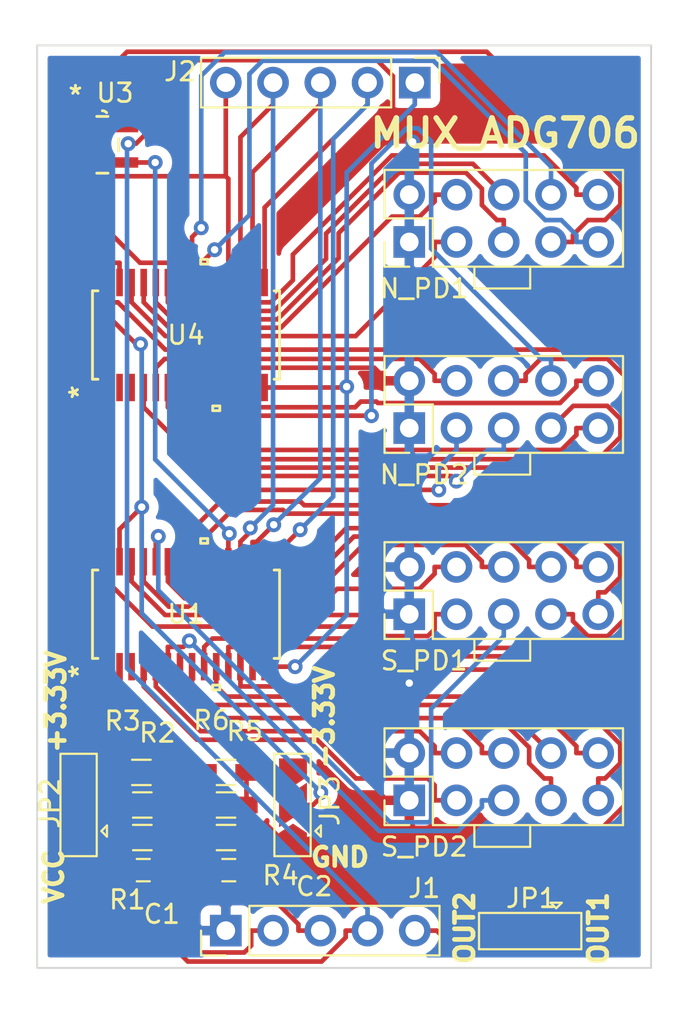
<source format=kicad_pcb>
(kicad_pcb (version 20171130) (host pcbnew "(5.1.6-0-10_14)")

  (general
    (thickness 1.6)
    (drawings 12)
    (tracks 474)
    (zones 0)
    (modules 20)
    (nets 59)
  )

  (page A4)
  (layers
    (0 F.Cu signal)
    (31 B.Cu signal)
    (32 B.Adhes user)
    (33 F.Adhes user)
    (34 B.Paste user)
    (35 F.Paste user)
    (36 B.SilkS user)
    (37 F.SilkS user)
    (38 B.Mask user)
    (39 F.Mask user)
    (40 Dwgs.User user hide)
    (41 Cmts.User user)
    (42 Eco1.User user)
    (43 Eco2.User user)
    (44 Edge.Cuts user)
    (45 Margin user)
    (46 B.CrtYd user)
    (47 F.CrtYd user)
    (48 B.Fab user)
    (49 F.Fab user hide)
  )

  (setup
    (last_trace_width 0.25)
    (trace_clearance 0.2)
    (zone_clearance 0.508)
    (zone_45_only no)
    (trace_min 0.2)
    (via_size 0.8)
    (via_drill 0.4)
    (via_min_size 0.4)
    (via_min_drill 0.3)
    (uvia_size 0.3)
    (uvia_drill 0.1)
    (uvias_allowed no)
    (uvia_min_size 0.2)
    (uvia_min_drill 0.1)
    (edge_width 0.1)
    (segment_width 0.2)
    (pcb_text_width 0.3)
    (pcb_text_size 1.5 1.5)
    (mod_edge_width 0.15)
    (mod_text_size 1 1)
    (mod_text_width 0.15)
    (pad_size 1.524 1.524)
    (pad_drill 0.762)
    (pad_to_mask_clearance 0)
    (aux_axis_origin 0 0)
    (visible_elements FFFFFF7F)
    (pcbplotparams
      (layerselection 0x010fc_ffffffff)
      (usegerberextensions true)
      (usegerberattributes true)
      (usegerberadvancedattributes true)
      (creategerberjobfile true)
      (excludeedgelayer true)
      (linewidth 0.100000)
      (plotframeref false)
      (viasonmask false)
      (mode 1)
      (useauxorigin false)
      (hpglpennumber 1)
      (hpglpenspeed 20)
      (hpglpendiameter 15.000000)
      (psnegative false)
      (psa4output false)
      (plotreference true)
      (plotvalue true)
      (plotinvisibletext false)
      (padsonsilk false)
      (subtractmaskfromsilk false)
      (outputformat 1)
      (mirror false)
      (drillshape 0)
      (scaleselection 1)
      (outputdirectory ""))
  )

  (net 0 "")
  (net 1 GND)
  (net 2 +10V)
  (net 3 -10V)
  (net 4 PD_MUX_OUT)
  (net 5 VCC_LOGIC)
  (net 6 ADDRESSA3)
  (net 7 ADDRESSA2)
  (net 8 ADDRESSA1)
  (net 9 ADDRESSA0)
  (net 10 MUX_SELECT)
  (net 11 /PD_MUX_OUT1)
  (net 12 /PD_MUX_OUT2)
  (net 13 /+3.33V)
  (net 14 /VDD)
  (net 15 /VSS)
  (net 16 /-3.33V)
  (net 17 N_PD1_OUT1)
  (net 18 N_PD1_OUT2)
  (net 19 N_PD1_OUT3)
  (net 20 N_PD1_OUT4)
  (net 21 N_PD1_OUT5)
  (net 22 N_PD1_OUT6)
  (net 23 N_PD1_OUT7)
  (net 24 N_PD1_OUT8)
  (net 25 N_PD1_OUT16)
  (net 26 N_PD1_OUT15)
  (net 27 N_PD1_OUT14)
  (net 28 N_PD1_OUT13)
  (net 29 N_PD1_OUT12)
  (net 30 N_PD1_OUT10)
  (net 31 N_PD1_OUT11)
  (net 32 N_PD1_OUT9)
  (net 33 "Net-(R1-Pad2)")
  (net 34 "Net-(R4-Pad2)")
  (net 35 S_PD1_OUT8)
  (net 36 S_PD1_OUT7)
  (net 37 S_PD1_OUT6)
  (net 38 S_PD1_OUT5)
  (net 39 S_PD1_OUT4)
  (net 40 S_PD1_OUT3)
  (net 41 S_PD1_OUT2)
  (net 42 S_PD1_OUT1)
  (net 43 S_PD1_OUT9)
  (net 44 S_PD1_OUT11)
  (net 45 S_PD1_OUT10)
  (net 46 S_PD1_OUT12)
  (net 47 S_PD1_OUT13)
  (net 48 S_PD1_OUT14)
  (net 49 S_PD1_OUT15)
  (net 50 S_PD1_OUT16)
  (net 51 "Net-(U1-Pad2)")
  (net 52 "Net-(U1-Pad3)")
  (net 53 "Net-(U1-Pad13)")
  (net 54 /MUX_SELECT_INV)
  (net 55 "Net-(U3-Pad1)")
  (net 56 "Net-(U4-Pad13)")
  (net 57 "Net-(U4-Pad3)")
  (net 58 "Net-(U4-Pad2)")

  (net_class Default "This is the default net class."
    (clearance 0.2)
    (trace_width 0.25)
    (via_dia 0.8)
    (via_drill 0.4)
    (uvia_dia 0.3)
    (uvia_drill 0.1)
    (add_net +10V)
    (add_net -10V)
    (add_net /+3.33V)
    (add_net /-3.33V)
    (add_net /MUX_SELECT_INV)
    (add_net /PD_MUX_OUT1)
    (add_net /PD_MUX_OUT2)
    (add_net /VDD)
    (add_net /VSS)
    (add_net ADDRESSA0)
    (add_net ADDRESSA1)
    (add_net ADDRESSA2)
    (add_net ADDRESSA3)
    (add_net GND)
    (add_net MUX_SELECT)
    (add_net N_PD1_OUT1)
    (add_net N_PD1_OUT10)
    (add_net N_PD1_OUT11)
    (add_net N_PD1_OUT12)
    (add_net N_PD1_OUT13)
    (add_net N_PD1_OUT14)
    (add_net N_PD1_OUT15)
    (add_net N_PD1_OUT16)
    (add_net N_PD1_OUT2)
    (add_net N_PD1_OUT3)
    (add_net N_PD1_OUT4)
    (add_net N_PD1_OUT5)
    (add_net N_PD1_OUT6)
    (add_net N_PD1_OUT7)
    (add_net N_PD1_OUT8)
    (add_net N_PD1_OUT9)
    (add_net "Net-(R1-Pad2)")
    (add_net "Net-(R4-Pad2)")
    (add_net "Net-(U1-Pad13)")
    (add_net "Net-(U1-Pad2)")
    (add_net "Net-(U1-Pad3)")
    (add_net "Net-(U3-Pad1)")
    (add_net "Net-(U4-Pad13)")
    (add_net "Net-(U4-Pad2)")
    (add_net "Net-(U4-Pad3)")
    (add_net PD_MUX_OUT)
    (add_net S_PD1_OUT1)
    (add_net S_PD1_OUT10)
    (add_net S_PD1_OUT11)
    (add_net S_PD1_OUT12)
    (add_net S_PD1_OUT13)
    (add_net S_PD1_OUT14)
    (add_net S_PD1_OUT15)
    (add_net S_PD1_OUT16)
    (add_net S_PD1_OUT2)
    (add_net S_PD1_OUT3)
    (add_net S_PD1_OUT4)
    (add_net S_PD1_OUT5)
    (add_net S_PD1_OUT6)
    (add_net S_PD1_OUT7)
    (add_net S_PD1_OUT8)
    (add_net S_PD1_OUT9)
    (add_net VCC_LOGIC)
  )

  (module Capacitors_SMD:C_0603_HandSoldering (layer F.Cu) (tedit 58AA848B) (tstamp 5F59A893)
    (at 88.7 106.75)
    (descr "Capacitor SMD 0603, hand soldering")
    (tags "capacitor 0603")
    (path /5F5734B1)
    (attr smd)
    (fp_text reference C1 (at 0.99756 2.36332) (layer F.SilkS)
      (effects (font (size 1 1) (thickness 0.15)))
    )
    (fp_text value C (at 0 1.5) (layer F.Fab)
      (effects (font (size 1 1) (thickness 0.15)))
    )
    (fp_line (start 1.8 0.65) (end -1.8 0.65) (layer F.CrtYd) (width 0.05))
    (fp_line (start 1.8 0.65) (end 1.8 -0.65) (layer F.CrtYd) (width 0.05))
    (fp_line (start -1.8 -0.65) (end -1.8 0.65) (layer F.CrtYd) (width 0.05))
    (fp_line (start -1.8 -0.65) (end 1.8 -0.65) (layer F.CrtYd) (width 0.05))
    (fp_line (start 0.35 0.6) (end -0.35 0.6) (layer F.SilkS) (width 0.12))
    (fp_line (start -0.35 -0.6) (end 0.35 -0.6) (layer F.SilkS) (width 0.12))
    (fp_line (start -0.8 -0.4) (end 0.8 -0.4) (layer F.Fab) (width 0.1))
    (fp_line (start 0.8 -0.4) (end 0.8 0.4) (layer F.Fab) (width 0.1))
    (fp_line (start 0.8 0.4) (end -0.8 0.4) (layer F.Fab) (width 0.1))
    (fp_line (start -0.8 0.4) (end -0.8 -0.4) (layer F.Fab) (width 0.1))
    (fp_text user %R (at 0 -1.25) (layer F.Fab)
      (effects (font (size 1 1) (thickness 0.15)))
    )
    (pad 2 smd rect (at 0.95 0) (size 1.2 0.75) (layers F.Cu F.Paste F.Mask)
      (net 1 GND))
    (pad 1 smd rect (at -0.95 0) (size 1.2 0.75) (layers F.Cu F.Paste F.Mask)
      (net 2 +10V))
    (model Capacitors_SMD.3dshapes/C_0603.wrl
      (at (xyz 0 0 0))
      (scale (xyz 1 1 1))
      (rotate (xyz 0 0 0))
    )
  )

  (module Capacitors_SMD:C_0603_HandSoldering (layer F.Cu) (tedit 58AA848B) (tstamp 5F59A8A4)
    (at 93.3 106.75 180)
    (descr "Capacitor SMD 0603, hand soldering")
    (tags "capacitor 0603")
    (path /5F58DE3A)
    (attr smd)
    (fp_text reference C2 (at -4.5916 -0.87996) (layer F.SilkS)
      (effects (font (size 1 1) (thickness 0.15)))
    )
    (fp_text value C (at 0 1.5) (layer F.Fab)
      (effects (font (size 1 1) (thickness 0.15)))
    )
    (fp_line (start -0.8 0.4) (end -0.8 -0.4) (layer F.Fab) (width 0.1))
    (fp_line (start 0.8 0.4) (end -0.8 0.4) (layer F.Fab) (width 0.1))
    (fp_line (start 0.8 -0.4) (end 0.8 0.4) (layer F.Fab) (width 0.1))
    (fp_line (start -0.8 -0.4) (end 0.8 -0.4) (layer F.Fab) (width 0.1))
    (fp_line (start -0.35 -0.6) (end 0.35 -0.6) (layer F.SilkS) (width 0.12))
    (fp_line (start 0.35 0.6) (end -0.35 0.6) (layer F.SilkS) (width 0.12))
    (fp_line (start -1.8 -0.65) (end 1.8 -0.65) (layer F.CrtYd) (width 0.05))
    (fp_line (start -1.8 -0.65) (end -1.8 0.65) (layer F.CrtYd) (width 0.05))
    (fp_line (start 1.8 0.65) (end 1.8 -0.65) (layer F.CrtYd) (width 0.05))
    (fp_line (start 1.8 0.65) (end -1.8 0.65) (layer F.CrtYd) (width 0.05))
    (fp_text user %R (at 0 -1.25) (layer F.Fab)
      (effects (font (size 1 1) (thickness 0.15)))
    )
    (pad 1 smd rect (at -0.95 0 180) (size 1.2 0.75) (layers F.Cu F.Paste F.Mask)
      (net 3 -10V))
    (pad 2 smd rect (at 0.95 0 180) (size 1.2 0.75) (layers F.Cu F.Paste F.Mask)
      (net 1 GND))
    (model Capacitors_SMD.3dshapes/C_0603.wrl
      (at (xyz 0 0 0))
      (scale (xyz 1 1 1))
      (rotate (xyz 0 0 0))
    )
  )

  (module Pin_Headers:Pin_Header_Straight_1x05_Pitch2.54mm (layer F.Cu) (tedit 59650532) (tstamp 5F59A8DF)
    (at 93.138 110 90)
    (descr "Through hole straight pin header, 1x05, 2.54mm pitch, single row")
    (tags "Through hole pin header THT 1x05 2.54mm single row")
    (path /5F5A772F)
    (fp_text reference J1 (at 2.27606 10.66672 180) (layer F.SilkS)
      (effects (font (size 1 1) (thickness 0.15)))
    )
    (fp_text value Conn_01x05_Male (at 0 12.49 90) (layer F.Fab)
      (effects (font (size 1 1) (thickness 0.15)))
    )
    (fp_line (start 1.8 -1.8) (end -1.8 -1.8) (layer F.CrtYd) (width 0.05))
    (fp_line (start 1.8 11.95) (end 1.8 -1.8) (layer F.CrtYd) (width 0.05))
    (fp_line (start -1.8 11.95) (end 1.8 11.95) (layer F.CrtYd) (width 0.05))
    (fp_line (start -1.8 -1.8) (end -1.8 11.95) (layer F.CrtYd) (width 0.05))
    (fp_line (start -1.33 -1.33) (end 0 -1.33) (layer F.SilkS) (width 0.12))
    (fp_line (start -1.33 0) (end -1.33 -1.33) (layer F.SilkS) (width 0.12))
    (fp_line (start -1.33 1.27) (end 1.33 1.27) (layer F.SilkS) (width 0.12))
    (fp_line (start 1.33 1.27) (end 1.33 11.49) (layer F.SilkS) (width 0.12))
    (fp_line (start -1.33 1.27) (end -1.33 11.49) (layer F.SilkS) (width 0.12))
    (fp_line (start -1.33 11.49) (end 1.33 11.49) (layer F.SilkS) (width 0.12))
    (fp_line (start -1.27 -0.635) (end -0.635 -1.27) (layer F.Fab) (width 0.1))
    (fp_line (start -1.27 11.43) (end -1.27 -0.635) (layer F.Fab) (width 0.1))
    (fp_line (start 1.27 11.43) (end -1.27 11.43) (layer F.Fab) (width 0.1))
    (fp_line (start 1.27 -1.27) (end 1.27 11.43) (layer F.Fab) (width 0.1))
    (fp_line (start -0.635 -1.27) (end 1.27 -1.27) (layer F.Fab) (width 0.1))
    (fp_text user %R (at 0 5.08) (layer F.Fab)
      (effects (font (size 1 1) (thickness 0.15)))
    )
    (pad 5 thru_hole oval (at 0 10.16 90) (size 1.7 1.7) (drill 1) (layers *.Cu *.Mask)
      (net 4 PD_MUX_OUT))
    (pad 4 thru_hole oval (at 0 7.62 90) (size 1.7 1.7) (drill 1) (layers *.Cu *.Mask)
      (net 5 VCC_LOGIC))
    (pad 3 thru_hole oval (at 0 5.08 90) (size 1.7 1.7) (drill 1) (layers *.Cu *.Mask)
      (net 3 -10V))
    (pad 2 thru_hole oval (at 0 2.54 90) (size 1.7 1.7) (drill 1) (layers *.Cu *.Mask)
      (net 2 +10V))
    (pad 1 thru_hole rect (at 0 0 90) (size 1.7 1.7) (drill 1) (layers *.Cu *.Mask)
      (net 1 GND))
    (model ${KISYS3DMOD}/Pin_Headers.3dshapes/Pin_Header_Straight_1x05_Pitch2.54mm.wrl
      (at (xyz 0 0 0))
      (scale (xyz 1 1 1))
      (rotate (xyz 0 0 0))
    )
  )

  (module Pin_Headers:Pin_Header_Straight_1x05_Pitch2.54mm (layer F.Cu) (tedit 59650532) (tstamp 5F59A8F8)
    (at 103.298 64.44 270)
    (descr "Through hole straight pin header, 1x05, 2.54mm pitch, single row")
    (tags "Through hole pin header THT 1x05 2.54mm single row")
    (path /5F5A8B7D)
    (fp_text reference J2 (at -0.59456 12.61492 180) (layer F.SilkS)
      (effects (font (size 1 1) (thickness 0.15)))
    )
    (fp_text value Conn_01x05_Male (at 0 12.49 90) (layer F.Fab)
      (effects (font (size 1 1) (thickness 0.15)))
    )
    (fp_line (start -0.635 -1.27) (end 1.27 -1.27) (layer F.Fab) (width 0.1))
    (fp_line (start 1.27 -1.27) (end 1.27 11.43) (layer F.Fab) (width 0.1))
    (fp_line (start 1.27 11.43) (end -1.27 11.43) (layer F.Fab) (width 0.1))
    (fp_line (start -1.27 11.43) (end -1.27 -0.635) (layer F.Fab) (width 0.1))
    (fp_line (start -1.27 -0.635) (end -0.635 -1.27) (layer F.Fab) (width 0.1))
    (fp_line (start -1.33 11.49) (end 1.33 11.49) (layer F.SilkS) (width 0.12))
    (fp_line (start -1.33 1.27) (end -1.33 11.49) (layer F.SilkS) (width 0.12))
    (fp_line (start 1.33 1.27) (end 1.33 11.49) (layer F.SilkS) (width 0.12))
    (fp_line (start -1.33 1.27) (end 1.33 1.27) (layer F.SilkS) (width 0.12))
    (fp_line (start -1.33 0) (end -1.33 -1.33) (layer F.SilkS) (width 0.12))
    (fp_line (start -1.33 -1.33) (end 0 -1.33) (layer F.SilkS) (width 0.12))
    (fp_line (start -1.8 -1.8) (end -1.8 11.95) (layer F.CrtYd) (width 0.05))
    (fp_line (start -1.8 11.95) (end 1.8 11.95) (layer F.CrtYd) (width 0.05))
    (fp_line (start 1.8 11.95) (end 1.8 -1.8) (layer F.CrtYd) (width 0.05))
    (fp_line (start 1.8 -1.8) (end -1.8 -1.8) (layer F.CrtYd) (width 0.05))
    (fp_text user %R (at 0 5.08) (layer F.Fab)
      (effects (font (size 1 1) (thickness 0.15)))
    )
    (pad 1 thru_hole rect (at 0 0 270) (size 1.7 1.7) (drill 1) (layers *.Cu *.Mask)
      (net 6 ADDRESSA3))
    (pad 2 thru_hole oval (at 0 2.54 270) (size 1.7 1.7) (drill 1) (layers *.Cu *.Mask)
      (net 7 ADDRESSA2))
    (pad 3 thru_hole oval (at 0 5.08 270) (size 1.7 1.7) (drill 1) (layers *.Cu *.Mask)
      (net 8 ADDRESSA1))
    (pad 4 thru_hole oval (at 0 7.62 270) (size 1.7 1.7) (drill 1) (layers *.Cu *.Mask)
      (net 9 ADDRESSA0))
    (pad 5 thru_hole oval (at 0 10.16 270) (size 1.7 1.7) (drill 1) (layers *.Cu *.Mask)
      (net 10 MUX_SELECT))
    (model ${KISYS3DMOD}/Pin_Headers.3dshapes/Pin_Header_Straight_1x05_Pitch2.54mm.wrl
      (at (xyz 0 0 0))
      (scale (xyz 1 1 1))
      (rotate (xyz 0 0 0))
    )
  )

  (module Jumper:SolderJumper-3_P2.0mm_Open_TrianglePad1.0x1.5mm (layer F.Cu) (tedit 5A64803D) (tstamp 5F59A90C)
    (at 109.5 110 180)
    (descr "SMD Solder Jumper, 1x1.5mm Triangular Pads, 0.3mm gap, open")
    (tags "solder jumper open")
    (path /5F84900F)
    (attr virtual)
    (fp_text reference JP1 (at -0.06036 1.73758) (layer F.SilkS)
      (effects (font (size 1 1) (thickness 0.15)))
    )
    (fp_text value Jumper_3_Open (at 0.725 1.925) (layer F.Fab)
      (effects (font (size 1 1) (thickness 0.15)))
    )
    (fp_line (start -1.1 1.5) (end -1.4 1.2) (layer F.SilkS) (width 0.12))
    (fp_line (start -1.7 1.5) (end -1.1 1.5) (layer F.SilkS) (width 0.12))
    (fp_line (start -1.4 1.2) (end -1.7 1.5) (layer F.SilkS) (width 0.12))
    (fp_line (start -2.75 0.95) (end -2.75 -1) (layer F.SilkS) (width 0.12))
    (fp_line (start 2.75 0.95) (end -2.75 0.95) (layer F.SilkS) (width 0.12))
    (fp_line (start 2.75 -1) (end 2.75 0.95) (layer F.SilkS) (width 0.12))
    (fp_line (start -2.75 -1) (end 2.75 -1) (layer F.SilkS) (width 0.12))
    (fp_line (start -2.98 -1.27) (end 3 -1.27) (layer F.CrtYd) (width 0.05))
    (fp_line (start -2.98 -1.27) (end -2.98 1.25) (layer F.CrtYd) (width 0.05))
    (fp_line (start 3 1.25) (end 3 -1.27) (layer F.CrtYd) (width 0.05))
    (fp_line (start 3 1.25) (end -2.98 1.25) (layer F.CrtYd) (width 0.05))
    (pad "" smd rect (at 1.2 0 180) (size 1.5 1.5) (layers F.Mask))
    (pad "" smd rect (at -1.2 0 180) (size 1.5 1.5) (layers F.Mask))
    (pad 1 smd custom (at -2 0 180) (size 0.3 0.3) (layers F.Cu F.Mask)
      (net 11 /PD_MUX_OUT1) (zone_connect 2)
      (options (clearance outline) (anchor rect))
      (primitives
        (gr_poly (pts
           (xy -0.5 -0.75) (xy 0.5 -0.75) (xy 1 0) (xy 0.5 0.75) (xy -0.5 0.75)
) (width 0))
      ))
    (pad 2 smd custom (at 0 0 180) (size 0.3 0.3) (layers F.Cu)
      (net 4 PD_MUX_OUT) (zone_connect 2)
      (options (clearance outline) (anchor rect))
      (primitives
        (gr_poly (pts
           (xy -1.2 -0.75) (xy 1.2 -0.75) (xy 0.7 0) (xy 1.2 0.75) (xy -1.2 0.75)
           (xy -0.7 0)) (width 0))
      ))
    (pad 3 smd custom (at 2 0) (size 0.3 0.3) (layers F.Cu F.Mask)
      (net 12 /PD_MUX_OUT2) (zone_connect 2)
      (options (clearance outline) (anchor rect))
      (primitives
        (gr_poly (pts
           (xy -0.5 -0.75) (xy 0.5 -0.75) (xy 1 0) (xy 0.5 0.75) (xy -0.5 0.75)
) (width 0))
      ))
  )

  (module Jumper:SolderJumper-3_P2.0mm_Open_TrianglePad1.0x1.5mm (layer F.Cu) (tedit 5A64803D) (tstamp 5F59A920)
    (at 85.25 103.25 90)
    (descr "SMD Solder Jumper, 1x1.5mm Triangular Pads, 0.3mm gap, open")
    (tags "solder jumper open")
    (path /5F63D881)
    (attr virtual)
    (fp_text reference JP2 (at 0.09298 -1.557 90) (layer F.SilkS)
      (effects (font (size 1 1) (thickness 0.15)))
    )
    (fp_text value Jumper_3_Open (at 0.725 1.925 90) (layer F.Fab)
      (effects (font (size 1 1) (thickness 0.15)))
    )
    (fp_line (start 3 1.25) (end -2.98 1.25) (layer F.CrtYd) (width 0.05))
    (fp_line (start 3 1.25) (end 3 -1.27) (layer F.CrtYd) (width 0.05))
    (fp_line (start -2.98 -1.27) (end -2.98 1.25) (layer F.CrtYd) (width 0.05))
    (fp_line (start -2.98 -1.27) (end 3 -1.27) (layer F.CrtYd) (width 0.05))
    (fp_line (start -2.75 -1) (end 2.75 -1) (layer F.SilkS) (width 0.12))
    (fp_line (start 2.75 -1) (end 2.75 0.95) (layer F.SilkS) (width 0.12))
    (fp_line (start 2.75 0.95) (end -2.75 0.95) (layer F.SilkS) (width 0.12))
    (fp_line (start -2.75 0.95) (end -2.75 -1) (layer F.SilkS) (width 0.12))
    (fp_line (start -1.4 1.2) (end -1.7 1.5) (layer F.SilkS) (width 0.12))
    (fp_line (start -1.7 1.5) (end -1.1 1.5) (layer F.SilkS) (width 0.12))
    (fp_line (start -1.1 1.5) (end -1.4 1.2) (layer F.SilkS) (width 0.12))
    (pad 3 smd custom (at 2 0 270) (size 0.3 0.3) (layers F.Cu F.Mask)
      (net 13 /+3.33V) (zone_connect 2)
      (options (clearance outline) (anchor rect))
      (primitives
        (gr_poly (pts
           (xy -0.5 -0.75) (xy 0.5 -0.75) (xy 1 0) (xy 0.5 0.75) (xy -0.5 0.75)
) (width 0))
      ))
    (pad 2 smd custom (at 0 0 90) (size 0.3 0.3) (layers F.Cu)
      (net 14 /VDD) (zone_connect 2)
      (options (clearance outline) (anchor rect))
      (primitives
        (gr_poly (pts
           (xy -1.2 -0.75) (xy 1.2 -0.75) (xy 0.7 0) (xy 1.2 0.75) (xy -1.2 0.75)
           (xy -0.7 0)) (width 0))
      ))
    (pad 1 smd custom (at -2 0 90) (size 0.3 0.3) (layers F.Cu F.Mask)
      (net 5 VCC_LOGIC) (zone_connect 2)
      (options (clearance outline) (anchor rect))
      (primitives
        (gr_poly (pts
           (xy -0.5 -0.75) (xy 0.5 -0.75) (xy 1 0) (xy 0.5 0.75) (xy -0.5 0.75)
) (width 0))
      ))
    (pad "" smd rect (at -1.2 0 90) (size 1.5 1.5) (layers F.Mask))
    (pad "" smd rect (at 1.2 0 90) (size 1.5 1.5) (layers F.Mask))
  )

  (module Jumper:SolderJumper-3_P2.0mm_Open_TrianglePad1.0x1.5mm (layer F.Cu) (tedit 5A64803D) (tstamp 5F59A934)
    (at 96.75 103.25 90)
    (descr "SMD Solder Jumper, 1x1.5mm Triangular Pads, 0.3mm gap, open")
    (tags "solder jumper open")
    (path /5F63E394)
    (attr virtual)
    (fp_text reference JP3 (at 0.23776 1.97726 90) (layer F.SilkS)
      (effects (font (size 1 1) (thickness 0.15)))
    )
    (fp_text value Jumper_3_Open (at 0.725 1.925 90) (layer F.Fab)
      (effects (font (size 1 1) (thickness 0.15)))
    )
    (fp_line (start -1.1 1.5) (end -1.4 1.2) (layer F.SilkS) (width 0.12))
    (fp_line (start -1.7 1.5) (end -1.1 1.5) (layer F.SilkS) (width 0.12))
    (fp_line (start -1.4 1.2) (end -1.7 1.5) (layer F.SilkS) (width 0.12))
    (fp_line (start -2.75 0.95) (end -2.75 -1) (layer F.SilkS) (width 0.12))
    (fp_line (start 2.75 0.95) (end -2.75 0.95) (layer F.SilkS) (width 0.12))
    (fp_line (start 2.75 -1) (end 2.75 0.95) (layer F.SilkS) (width 0.12))
    (fp_line (start -2.75 -1) (end 2.75 -1) (layer F.SilkS) (width 0.12))
    (fp_line (start -2.98 -1.27) (end 3 -1.27) (layer F.CrtYd) (width 0.05))
    (fp_line (start -2.98 -1.27) (end -2.98 1.25) (layer F.CrtYd) (width 0.05))
    (fp_line (start 3 1.25) (end 3 -1.27) (layer F.CrtYd) (width 0.05))
    (fp_line (start 3 1.25) (end -2.98 1.25) (layer F.CrtYd) (width 0.05))
    (pad "" smd rect (at 1.2 0 90) (size 1.5 1.5) (layers F.Mask))
    (pad "" smd rect (at -1.2 0 90) (size 1.5 1.5) (layers F.Mask))
    (pad 1 smd custom (at -2 0 90) (size 0.3 0.3) (layers F.Cu F.Mask)
      (net 1 GND) (zone_connect 2)
      (options (clearance outline) (anchor rect))
      (primitives
        (gr_poly (pts
           (xy -0.5 -0.75) (xy 0.5 -0.75) (xy 1 0) (xy 0.5 0.75) (xy -0.5 0.75)
) (width 0))
      ))
    (pad 2 smd custom (at 0 0 90) (size 0.3 0.3) (layers F.Cu)
      (net 15 /VSS) (zone_connect 2)
      (options (clearance outline) (anchor rect))
      (primitives
        (gr_poly (pts
           (xy -1.2 -0.75) (xy 1.2 -0.75) (xy 0.7 0) (xy 1.2 0.75) (xy -1.2 0.75)
           (xy -0.7 0)) (width 0))
      ))
    (pad 3 smd custom (at 2 0 270) (size 0.3 0.3) (layers F.Cu F.Mask)
      (net 16 /-3.33V) (zone_connect 2)
      (options (clearance outline) (anchor rect))
      (primitives
        (gr_poly (pts
           (xy -0.5 -0.75) (xy 0.5 -0.75) (xy 1 0) (xy 0.5 0.75) (xy -0.5 0.75)
) (width 0))
      ))
  )

  (module Ninja-qPCR:Con_2x05 (layer F.Cu) (tedit 5F583882) (tstamp 5F59C758)
    (at 103 73 90)
    (descr "Through hole straight pin header, 2x05, 2.54mm pitch, double rows")
    (tags "Through hole pin header THT 2x05 2.54mm double row")
    (path /5F45F341)
    (fp_text reference N_PD1 (at -2.5 0.8) (layer F.SilkS)
      (effects (font (size 1 1) (thickness 0.15)))
    )
    (fp_text value Conn_02x05 (at 1.27 12.49 90) (layer F.Fab)
      (effects (font (size 1 1) (thickness 0.15)))
    )
    (fp_line (start 4.35 -1.8) (end -1.8 -1.8) (layer F.CrtYd) (width 0.05))
    (fp_line (start 4.35 11.95) (end 4.35 -1.8) (layer F.CrtYd) (width 0.05))
    (fp_line (start -1.8 11.95) (end 4.35 11.95) (layer F.CrtYd) (width 0.05))
    (fp_line (start -1.8 -1.8) (end -1.8 11.95) (layer F.CrtYd) (width 0.05))
    (fp_line (start -1.33 -1.33) (end 0 -1.33) (layer F.SilkS) (width 0.12))
    (fp_line (start -1.33 0) (end -1.33 -1.33) (layer F.SilkS) (width 0.12))
    (fp_line (start 1.27 -1.33) (end 3.87 -1.33) (layer F.SilkS) (width 0.12))
    (fp_line (start 1.27 1.27) (end 1.27 -1.33) (layer F.SilkS) (width 0.12))
    (fp_line (start -1.33 1.27) (end 1.27 1.27) (layer F.SilkS) (width 0.12))
    (fp_line (start 3.87 -1.33) (end 3.87 11.49) (layer F.SilkS) (width 0.12))
    (fp_line (start -1.33 1.27) (end -1.33 11.49) (layer F.SilkS) (width 0.12))
    (fp_line (start -1.33 11.49) (end 3.87 11.49) (layer F.SilkS) (width 0.12))
    (fp_line (start -1.27 0) (end 0 -1.27) (layer F.Fab) (width 0.1))
    (fp_line (start -1.27 11.43) (end -1.27 0) (layer F.Fab) (width 0.1))
    (fp_line (start 3.81 11.43) (end -1.27 11.43) (layer F.Fab) (width 0.1))
    (fp_line (start 3.81 -1.27) (end 3.81 11.43) (layer F.Fab) (width 0.1))
    (fp_line (start 0 -1.27) (end 3.81 -1.27) (layer F.Fab) (width 0.1))
    (fp_line (start -1.33 3.5) (end -2.5 3.5) (layer F.SilkS) (width 0.12))
    (fp_line (start -2.5 3.5) (end -2.5 6.5) (layer F.SilkS) (width 0.12))
    (fp_line (start -2.5 6.5) (end -1.33 6.5) (layer F.SilkS) (width 0.12))
    (fp_text user %R (at 1.27 5.08) (layer F.Fab)
      (effects (font (size 1 1) (thickness 0.15)))
    )
    (pad 10 thru_hole oval (at 2.54 10.16 90) (size 1.7 1.7) (drill 1) (layers *.Cu *.Mask)
      (net 17 N_PD1_OUT1))
    (pad 9 thru_hole oval (at 0 10.16 90) (size 1.7 1.7) (drill 1) (layers *.Cu *.Mask)
      (net 18 N_PD1_OUT2))
    (pad 8 thru_hole oval (at 2.54 7.62 90) (size 1.7 1.7) (drill 1) (layers *.Cu *.Mask)
      (net 19 N_PD1_OUT3))
    (pad 7 thru_hole oval (at 0 7.62 90) (size 1.7 1.7) (drill 1) (layers *.Cu *.Mask)
      (net 20 N_PD1_OUT4))
    (pad 6 thru_hole oval (at 2.54 5.08 90) (size 1.7 1.7) (drill 1) (layers *.Cu *.Mask)
      (net 21 N_PD1_OUT5))
    (pad 5 thru_hole oval (at 0 5.08 90) (size 1.7 1.7) (drill 1) (layers *.Cu *.Mask)
      (net 22 N_PD1_OUT6))
    (pad 4 thru_hole oval (at 2.54 2.54 90) (size 1.7 1.7) (drill 1) (layers *.Cu *.Mask)
      (net 23 N_PD1_OUT7))
    (pad 3 thru_hole oval (at 0 2.54 90) (size 1.7 1.7) (drill 1) (layers *.Cu *.Mask)
      (net 24 N_PD1_OUT8))
    (pad 2 thru_hole oval (at 2.54 0 90) (size 1.7 1.7) (drill 1) (layers *.Cu *.Mask)
      (net 1 GND))
    (pad 1 thru_hole rect (at 0 0 90) (size 1.7 1.7) (drill 1) (layers *.Cu *.Mask)
      (net 1 GND))
    (model ${KISYS3DMOD}/Pin_Headers.3dshapes/Pin_Header_Straight_2x05_Pitch2.54mm.wrl
      (at (xyz 0 0 0))
      (scale (xyz 1 1 1))
      (rotate (xyz 0 0 0))
    )
  )

  (module Ninja-qPCR:Con_2x05 (layer F.Cu) (tedit 5F583882) (tstamp 5F59A97A)
    (at 103 83 90)
    (descr "Through hole straight pin header, 2x05, 2.54mm pitch, double rows")
    (tags "Through hole pin header THT 2x05 2.54mm double row")
    (path /5F46510A)
    (fp_text reference N_PD2 (at -2.5 0.8 180) (layer F.SilkS)
      (effects (font (size 1 1) (thickness 0.15)))
    )
    (fp_text value Conn_02x05 (at 1.27 12.49 90) (layer F.Fab)
      (effects (font (size 1 1) (thickness 0.15)))
    )
    (fp_line (start -2.5 6.5) (end -1.33 6.5) (layer F.SilkS) (width 0.12))
    (fp_line (start -2.5 3.5) (end -2.5 6.5) (layer F.SilkS) (width 0.12))
    (fp_line (start -1.33 3.5) (end -2.5 3.5) (layer F.SilkS) (width 0.12))
    (fp_line (start 0 -1.27) (end 3.81 -1.27) (layer F.Fab) (width 0.1))
    (fp_line (start 3.81 -1.27) (end 3.81 11.43) (layer F.Fab) (width 0.1))
    (fp_line (start 3.81 11.43) (end -1.27 11.43) (layer F.Fab) (width 0.1))
    (fp_line (start -1.27 11.43) (end -1.27 0) (layer F.Fab) (width 0.1))
    (fp_line (start -1.27 0) (end 0 -1.27) (layer F.Fab) (width 0.1))
    (fp_line (start -1.33 11.49) (end 3.87 11.49) (layer F.SilkS) (width 0.12))
    (fp_line (start -1.33 1.27) (end -1.33 11.49) (layer F.SilkS) (width 0.12))
    (fp_line (start 3.87 -1.33) (end 3.87 11.49) (layer F.SilkS) (width 0.12))
    (fp_line (start -1.33 1.27) (end 1.27 1.27) (layer F.SilkS) (width 0.12))
    (fp_line (start 1.27 1.27) (end 1.27 -1.33) (layer F.SilkS) (width 0.12))
    (fp_line (start 1.27 -1.33) (end 3.87 -1.33) (layer F.SilkS) (width 0.12))
    (fp_line (start -1.33 0) (end -1.33 -1.33) (layer F.SilkS) (width 0.12))
    (fp_line (start -1.33 -1.33) (end 0 -1.33) (layer F.SilkS) (width 0.12))
    (fp_line (start -1.8 -1.8) (end -1.8 11.95) (layer F.CrtYd) (width 0.05))
    (fp_line (start -1.8 11.95) (end 4.35 11.95) (layer F.CrtYd) (width 0.05))
    (fp_line (start 4.35 11.95) (end 4.35 -1.8) (layer F.CrtYd) (width 0.05))
    (fp_line (start 4.35 -1.8) (end -1.8 -1.8) (layer F.CrtYd) (width 0.05))
    (fp_text user %R (at 1.27 5.08) (layer F.Fab)
      (effects (font (size 1 1) (thickness 0.15)))
    )
    (pad 1 thru_hole rect (at 0 0 90) (size 1.7 1.7) (drill 1) (layers *.Cu *.Mask)
      (net 1 GND))
    (pad 2 thru_hole oval (at 2.54 0 90) (size 1.7 1.7) (drill 1) (layers *.Cu *.Mask)
      (net 1 GND))
    (pad 3 thru_hole oval (at 0 2.54 90) (size 1.7 1.7) (drill 1) (layers *.Cu *.Mask)
      (net 25 N_PD1_OUT16))
    (pad 4 thru_hole oval (at 2.54 2.54 90) (size 1.7 1.7) (drill 1) (layers *.Cu *.Mask)
      (net 26 N_PD1_OUT15))
    (pad 5 thru_hole oval (at 0 5.08 90) (size 1.7 1.7) (drill 1) (layers *.Cu *.Mask)
      (net 27 N_PD1_OUT14))
    (pad 6 thru_hole oval (at 2.54 5.08 90) (size 1.7 1.7) (drill 1) (layers *.Cu *.Mask)
      (net 28 N_PD1_OUT13))
    (pad 7 thru_hole oval (at 0 7.62 90) (size 1.7 1.7) (drill 1) (layers *.Cu *.Mask)
      (net 29 N_PD1_OUT12))
    (pad 8 thru_hole oval (at 2.54 7.62 90) (size 1.7 1.7) (drill 1) (layers *.Cu *.Mask)
      (net 30 N_PD1_OUT10))
    (pad 9 thru_hole oval (at 0 10.16 90) (size 1.7 1.7) (drill 1) (layers *.Cu *.Mask)
      (net 31 N_PD1_OUT11))
    (pad 10 thru_hole oval (at 2.54 10.16 90) (size 1.7 1.7) (drill 1) (layers *.Cu *.Mask)
      (net 32 N_PD1_OUT9))
    (model ${KISYS3DMOD}/Pin_Headers.3dshapes/Pin_Header_Straight_2x05_Pitch2.54mm.wrl
      (at (xyz 0 0 0))
      (scale (xyz 1 1 1))
      (rotate (xyz 0 0 0))
    )
  )

  (module Resistors_SMD:R_0603_HandSoldering (layer F.Cu) (tedit 58E0A804) (tstamp 5F59A98B)
    (at 88.65 105)
    (descr "Resistor SMD 0603, hand soldering")
    (tags "resistor 0603")
    (path /5F5B5C08)
    (attr smd)
    (fp_text reference R1 (at -0.80664 3.34116) (layer F.SilkS)
      (effects (font (size 1 1) (thickness 0.15)))
    )
    (fp_text value R (at 0 1.55) (layer F.Fab)
      (effects (font (size 1 1) (thickness 0.15)))
    )
    (fp_line (start 1.95 0.7) (end -1.96 0.7) (layer F.CrtYd) (width 0.05))
    (fp_line (start 1.95 0.7) (end 1.95 -0.7) (layer F.CrtYd) (width 0.05))
    (fp_line (start -1.96 -0.7) (end -1.96 0.7) (layer F.CrtYd) (width 0.05))
    (fp_line (start -1.96 -0.7) (end 1.95 -0.7) (layer F.CrtYd) (width 0.05))
    (fp_line (start -0.5 -0.68) (end 0.5 -0.68) (layer F.SilkS) (width 0.12))
    (fp_line (start 0.5 0.68) (end -0.5 0.68) (layer F.SilkS) (width 0.12))
    (fp_line (start -0.8 -0.4) (end 0.8 -0.4) (layer F.Fab) (width 0.1))
    (fp_line (start 0.8 -0.4) (end 0.8 0.4) (layer F.Fab) (width 0.1))
    (fp_line (start 0.8 0.4) (end -0.8 0.4) (layer F.Fab) (width 0.1))
    (fp_line (start -0.8 0.4) (end -0.8 -0.4) (layer F.Fab) (width 0.1))
    (fp_text user %R (at 0 0) (layer F.Fab)
      (effects (font (size 0.4 0.4) (thickness 0.075)))
    )
    (pad 2 smd rect (at 1.1 0) (size 1.2 0.9) (layers F.Cu F.Paste F.Mask)
      (net 33 "Net-(R1-Pad2)"))
    (pad 1 smd rect (at -1.1 0) (size 1.2 0.9) (layers F.Cu F.Paste F.Mask)
      (net 2 +10V))
    (model ${KISYS3DMOD}/Resistors_SMD.3dshapes/R_0603.wrl
      (at (xyz 0 0 0))
      (scale (xyz 1 1 1))
      (rotate (xyz 0 0 0))
    )
  )

  (module Resistors_SMD:R_0603_HandSoldering (layer F.Cu) (tedit 58E0A804) (tstamp 5F59A99C)
    (at 88.65 103.25 180)
    (descr "Resistor SMD 0603, hand soldering")
    (tags "resistor 0603")
    (path /5F5B4E3A)
    (attr smd)
    (fp_text reference R2 (at -0.8088 3.87504) (layer F.SilkS)
      (effects (font (size 1 1) (thickness 0.15)))
    )
    (fp_text value R (at 0 1.55) (layer F.Fab)
      (effects (font (size 1 1) (thickness 0.15)))
    )
    (fp_line (start -0.8 0.4) (end -0.8 -0.4) (layer F.Fab) (width 0.1))
    (fp_line (start 0.8 0.4) (end -0.8 0.4) (layer F.Fab) (width 0.1))
    (fp_line (start 0.8 -0.4) (end 0.8 0.4) (layer F.Fab) (width 0.1))
    (fp_line (start -0.8 -0.4) (end 0.8 -0.4) (layer F.Fab) (width 0.1))
    (fp_line (start 0.5 0.68) (end -0.5 0.68) (layer F.SilkS) (width 0.12))
    (fp_line (start -0.5 -0.68) (end 0.5 -0.68) (layer F.SilkS) (width 0.12))
    (fp_line (start -1.96 -0.7) (end 1.95 -0.7) (layer F.CrtYd) (width 0.05))
    (fp_line (start -1.96 -0.7) (end -1.96 0.7) (layer F.CrtYd) (width 0.05))
    (fp_line (start 1.95 0.7) (end 1.95 -0.7) (layer F.CrtYd) (width 0.05))
    (fp_line (start 1.95 0.7) (end -1.96 0.7) (layer F.CrtYd) (width 0.05))
    (fp_text user %R (at 0 0) (layer F.Fab)
      (effects (font (size 0.4 0.4) (thickness 0.075)))
    )
    (pad 1 smd rect (at -1.1 0 180) (size 1.2 0.9) (layers F.Cu F.Paste F.Mask)
      (net 33 "Net-(R1-Pad2)"))
    (pad 2 smd rect (at 1.1 0 180) (size 1.2 0.9) (layers F.Cu F.Paste F.Mask)
      (net 13 /+3.33V))
    (model ${KISYS3DMOD}/Resistors_SMD.3dshapes/R_0603.wrl
      (at (xyz 0 0 0))
      (scale (xyz 1 1 1))
      (rotate (xyz 0 0 0))
    )
  )

  (module Resistors_SMD:R_0603_HandSoldering (layer F.Cu) (tedit 58E0A804) (tstamp 5F59A9AD)
    (at 88.6 101.5)
    (descr "Resistor SMD 0603, hand soldering")
    (tags "resistor 0603")
    (path /5F5B472A)
    (attr smd)
    (fp_text reference R3 (at -1.00556 -2.76512) (layer F.SilkS)
      (effects (font (size 1 1) (thickness 0.15)))
    )
    (fp_text value R (at 0 1.55) (layer F.Fab)
      (effects (font (size 1 1) (thickness 0.15)))
    )
    (fp_line (start 1.95 0.7) (end -1.96 0.7) (layer F.CrtYd) (width 0.05))
    (fp_line (start 1.95 0.7) (end 1.95 -0.7) (layer F.CrtYd) (width 0.05))
    (fp_line (start -1.96 -0.7) (end -1.96 0.7) (layer F.CrtYd) (width 0.05))
    (fp_line (start -1.96 -0.7) (end 1.95 -0.7) (layer F.CrtYd) (width 0.05))
    (fp_line (start -0.5 -0.68) (end 0.5 -0.68) (layer F.SilkS) (width 0.12))
    (fp_line (start 0.5 0.68) (end -0.5 0.68) (layer F.SilkS) (width 0.12))
    (fp_line (start -0.8 -0.4) (end 0.8 -0.4) (layer F.Fab) (width 0.1))
    (fp_line (start 0.8 -0.4) (end 0.8 0.4) (layer F.Fab) (width 0.1))
    (fp_line (start 0.8 0.4) (end -0.8 0.4) (layer F.Fab) (width 0.1))
    (fp_line (start -0.8 0.4) (end -0.8 -0.4) (layer F.Fab) (width 0.1))
    (fp_text user %R (at 0 0) (layer F.Fab)
      (effects (font (size 0.4 0.4) (thickness 0.075)))
    )
    (pad 2 smd rect (at 1.1 0) (size 1.2 0.9) (layers F.Cu F.Paste F.Mask)
      (net 1 GND))
    (pad 1 smd rect (at -1.1 0) (size 1.2 0.9) (layers F.Cu F.Paste F.Mask)
      (net 13 /+3.33V))
    (model ${KISYS3DMOD}/Resistors_SMD.3dshapes/R_0603.wrl
      (at (xyz 0 0 0))
      (scale (xyz 1 1 1))
      (rotate (xyz 0 0 0))
    )
  )

  (module Resistors_SMD:R_0603_HandSoldering (layer F.Cu) (tedit 58E0A804) (tstamp 5F59DCB9)
    (at 93.15 105 180)
    (descr "Resistor SMD 0603, hand soldering")
    (tags "resistor 0603")
    (path /5F5E0C86)
    (attr smd)
    (fp_text reference R4 (at -2.93566 -2.04068) (layer F.SilkS)
      (effects (font (size 1 1) (thickness 0.15)))
    )
    (fp_text value R (at 0 1.55) (layer F.Fab)
      (effects (font (size 1 1) (thickness 0.15)))
    )
    (fp_line (start -0.8 0.4) (end -0.8 -0.4) (layer F.Fab) (width 0.1))
    (fp_line (start 0.8 0.4) (end -0.8 0.4) (layer F.Fab) (width 0.1))
    (fp_line (start 0.8 -0.4) (end 0.8 0.4) (layer F.Fab) (width 0.1))
    (fp_line (start -0.8 -0.4) (end 0.8 -0.4) (layer F.Fab) (width 0.1))
    (fp_line (start 0.5 0.68) (end -0.5 0.68) (layer F.SilkS) (width 0.12))
    (fp_line (start -0.5 -0.68) (end 0.5 -0.68) (layer F.SilkS) (width 0.12))
    (fp_line (start -1.96 -0.7) (end 1.95 -0.7) (layer F.CrtYd) (width 0.05))
    (fp_line (start -1.96 -0.7) (end -1.96 0.7) (layer F.CrtYd) (width 0.05))
    (fp_line (start 1.95 0.7) (end 1.95 -0.7) (layer F.CrtYd) (width 0.05))
    (fp_line (start 1.95 0.7) (end -1.96 0.7) (layer F.CrtYd) (width 0.05))
    (fp_text user %R (at 0 0) (layer F.Fab)
      (effects (font (size 0.4 0.4) (thickness 0.075)))
    )
    (pad 1 smd rect (at -1.1 0 180) (size 1.2 0.9) (layers F.Cu F.Paste F.Mask)
      (net 3 -10V))
    (pad 2 smd rect (at 1.1 0 180) (size 1.2 0.9) (layers F.Cu F.Paste F.Mask)
      (net 34 "Net-(R4-Pad2)"))
    (model ${KISYS3DMOD}/Resistors_SMD.3dshapes/R_0603.wrl
      (at (xyz 0 0 0))
      (scale (xyz 1 1 1))
      (rotate (xyz 0 0 0))
    )
  )

  (module Resistors_SMD:R_0603_HandSoldering (layer F.Cu) (tedit 58E0A804) (tstamp 5F59A9CF)
    (at 93.15 103.25)
    (descr "Resistor SMD 0603, hand soldering")
    (tags "resistor 0603")
    (path /5F5E0C80)
    (attr smd)
    (fp_text reference R5 (at 1.00526 -3.95886) (layer F.SilkS)
      (effects (font (size 1 1) (thickness 0.15)))
    )
    (fp_text value R (at 0 1.55) (layer F.Fab)
      (effects (font (size 1 1) (thickness 0.15)))
    )
    (fp_line (start 1.95 0.7) (end -1.96 0.7) (layer F.CrtYd) (width 0.05))
    (fp_line (start 1.95 0.7) (end 1.95 -0.7) (layer F.CrtYd) (width 0.05))
    (fp_line (start -1.96 -0.7) (end -1.96 0.7) (layer F.CrtYd) (width 0.05))
    (fp_line (start -1.96 -0.7) (end 1.95 -0.7) (layer F.CrtYd) (width 0.05))
    (fp_line (start -0.5 -0.68) (end 0.5 -0.68) (layer F.SilkS) (width 0.12))
    (fp_line (start 0.5 0.68) (end -0.5 0.68) (layer F.SilkS) (width 0.12))
    (fp_line (start -0.8 -0.4) (end 0.8 -0.4) (layer F.Fab) (width 0.1))
    (fp_line (start 0.8 -0.4) (end 0.8 0.4) (layer F.Fab) (width 0.1))
    (fp_line (start 0.8 0.4) (end -0.8 0.4) (layer F.Fab) (width 0.1))
    (fp_line (start -0.8 0.4) (end -0.8 -0.4) (layer F.Fab) (width 0.1))
    (fp_text user %R (at 0 0) (layer F.Fab)
      (effects (font (size 0.4 0.4) (thickness 0.075)))
    )
    (pad 2 smd rect (at 1.1 0) (size 1.2 0.9) (layers F.Cu F.Paste F.Mask)
      (net 16 /-3.33V))
    (pad 1 smd rect (at -1.1 0) (size 1.2 0.9) (layers F.Cu F.Paste F.Mask)
      (net 34 "Net-(R4-Pad2)"))
    (model ${KISYS3DMOD}/Resistors_SMD.3dshapes/R_0603.wrl
      (at (xyz 0 0 0))
      (scale (xyz 1 1 1))
      (rotate (xyz 0 0 0))
    )
  )

  (module Resistors_SMD:R_0603_HandSoldering (layer F.Cu) (tedit 58E0A804) (tstamp 5F59A9E0)
    (at 93.15 101.5 180)
    (descr "Resistor SMD 0603, hand soldering")
    (tags "resistor 0603")
    (path /5F5E0C7A)
    (attr smd)
    (fp_text reference R6 (at 0.78036 2.79814) (layer F.SilkS)
      (effects (font (size 1 1) (thickness 0.15)))
    )
    (fp_text value R (at 0 1.55) (layer F.Fab)
      (effects (font (size 1 1) (thickness 0.15)))
    )
    (fp_line (start -0.8 0.4) (end -0.8 -0.4) (layer F.Fab) (width 0.1))
    (fp_line (start 0.8 0.4) (end -0.8 0.4) (layer F.Fab) (width 0.1))
    (fp_line (start 0.8 -0.4) (end 0.8 0.4) (layer F.Fab) (width 0.1))
    (fp_line (start -0.8 -0.4) (end 0.8 -0.4) (layer F.Fab) (width 0.1))
    (fp_line (start 0.5 0.68) (end -0.5 0.68) (layer F.SilkS) (width 0.12))
    (fp_line (start -0.5 -0.68) (end 0.5 -0.68) (layer F.SilkS) (width 0.12))
    (fp_line (start -1.96 -0.7) (end 1.95 -0.7) (layer F.CrtYd) (width 0.05))
    (fp_line (start -1.96 -0.7) (end -1.96 0.7) (layer F.CrtYd) (width 0.05))
    (fp_line (start 1.95 0.7) (end 1.95 -0.7) (layer F.CrtYd) (width 0.05))
    (fp_line (start 1.95 0.7) (end -1.96 0.7) (layer F.CrtYd) (width 0.05))
    (fp_text user %R (at 0 0) (layer F.Fab)
      (effects (font (size 0.4 0.4) (thickness 0.075)))
    )
    (pad 1 smd rect (at -1.1 0 180) (size 1.2 0.9) (layers F.Cu F.Paste F.Mask)
      (net 16 /-3.33V))
    (pad 2 smd rect (at 1.1 0 180) (size 1.2 0.9) (layers F.Cu F.Paste F.Mask)
      (net 1 GND))
    (model ${KISYS3DMOD}/Resistors_SMD.3dshapes/R_0603.wrl
      (at (xyz 0 0 0))
      (scale (xyz 1 1 1))
      (rotate (xyz 0 0 0))
    )
  )

  (module Ninja-qPCR:Con_2x05 (layer F.Cu) (tedit 5F583882) (tstamp 5F59AA03)
    (at 103 93 90)
    (descr "Through hole straight pin header, 2x05, 2.54mm pitch, double rows")
    (tags "Through hole pin header THT 2x05 2.54mm double row")
    (path /5F4685F1)
    (fp_text reference S_PD1 (at -2.5 0.8 180) (layer F.SilkS)
      (effects (font (size 1 1) (thickness 0.15)))
    )
    (fp_text value Conn_02x05 (at 1.27 12.49 90) (layer F.Fab)
      (effects (font (size 1 1) (thickness 0.15)))
    )
    (fp_line (start -2.5 6.5) (end -1.33 6.5) (layer F.SilkS) (width 0.12))
    (fp_line (start -2.5 3.5) (end -2.5 6.5) (layer F.SilkS) (width 0.12))
    (fp_line (start -1.33 3.5) (end -2.5 3.5) (layer F.SilkS) (width 0.12))
    (fp_line (start 0 -1.27) (end 3.81 -1.27) (layer F.Fab) (width 0.1))
    (fp_line (start 3.81 -1.27) (end 3.81 11.43) (layer F.Fab) (width 0.1))
    (fp_line (start 3.81 11.43) (end -1.27 11.43) (layer F.Fab) (width 0.1))
    (fp_line (start -1.27 11.43) (end -1.27 0) (layer F.Fab) (width 0.1))
    (fp_line (start -1.27 0) (end 0 -1.27) (layer F.Fab) (width 0.1))
    (fp_line (start -1.33 11.49) (end 3.87 11.49) (layer F.SilkS) (width 0.12))
    (fp_line (start -1.33 1.27) (end -1.33 11.49) (layer F.SilkS) (width 0.12))
    (fp_line (start 3.87 -1.33) (end 3.87 11.49) (layer F.SilkS) (width 0.12))
    (fp_line (start -1.33 1.27) (end 1.27 1.27) (layer F.SilkS) (width 0.12))
    (fp_line (start 1.27 1.27) (end 1.27 -1.33) (layer F.SilkS) (width 0.12))
    (fp_line (start 1.27 -1.33) (end 3.87 -1.33) (layer F.SilkS) (width 0.12))
    (fp_line (start -1.33 0) (end -1.33 -1.33) (layer F.SilkS) (width 0.12))
    (fp_line (start -1.33 -1.33) (end 0 -1.33) (layer F.SilkS) (width 0.12))
    (fp_line (start -1.8 -1.8) (end -1.8 11.95) (layer F.CrtYd) (width 0.05))
    (fp_line (start -1.8 11.95) (end 4.35 11.95) (layer F.CrtYd) (width 0.05))
    (fp_line (start 4.35 11.95) (end 4.35 -1.8) (layer F.CrtYd) (width 0.05))
    (fp_line (start 4.35 -1.8) (end -1.8 -1.8) (layer F.CrtYd) (width 0.05))
    (fp_text user %R (at 1.27 5.08) (layer F.Fab)
      (effects (font (size 1 1) (thickness 0.15)))
    )
    (pad 1 thru_hole rect (at 0 0 90) (size 1.7 1.7) (drill 1) (layers *.Cu *.Mask)
      (net 1 GND))
    (pad 2 thru_hole oval (at 2.54 0 90) (size 1.7 1.7) (drill 1) (layers *.Cu *.Mask)
      (net 1 GND))
    (pad 3 thru_hole oval (at 0 2.54 90) (size 1.7 1.7) (drill 1) (layers *.Cu *.Mask)
      (net 35 S_PD1_OUT8))
    (pad 4 thru_hole oval (at 2.54 2.54 90) (size 1.7 1.7) (drill 1) (layers *.Cu *.Mask)
      (net 36 S_PD1_OUT7))
    (pad 5 thru_hole oval (at 0 5.08 90) (size 1.7 1.7) (drill 1) (layers *.Cu *.Mask)
      (net 37 S_PD1_OUT6))
    (pad 6 thru_hole oval (at 2.54 5.08 90) (size 1.7 1.7) (drill 1) (layers *.Cu *.Mask)
      (net 38 S_PD1_OUT5))
    (pad 7 thru_hole oval (at 0 7.62 90) (size 1.7 1.7) (drill 1) (layers *.Cu *.Mask)
      (net 39 S_PD1_OUT4))
    (pad 8 thru_hole oval (at 2.54 7.62 90) (size 1.7 1.7) (drill 1) (layers *.Cu *.Mask)
      (net 40 S_PD1_OUT3))
    (pad 9 thru_hole oval (at 0 10.16 90) (size 1.7 1.7) (drill 1) (layers *.Cu *.Mask)
      (net 41 S_PD1_OUT2))
    (pad 10 thru_hole oval (at 2.54 10.16 90) (size 1.7 1.7) (drill 1) (layers *.Cu *.Mask)
      (net 42 S_PD1_OUT1))
    (model ${KISYS3DMOD}/Pin_Headers.3dshapes/Pin_Header_Straight_2x05_Pitch2.54mm.wrl
      (at (xyz 0 0 0))
      (scale (xyz 1 1 1))
      (rotate (xyz 0 0 0))
    )
  )

  (module Ninja-qPCR:Con_2x05 (layer F.Cu) (tedit 5F583882) (tstamp 5F59AA26)
    (at 103 103 90)
    (descr "Through hole straight pin header, 2x05, 2.54mm pitch, double rows")
    (tags "Through hole pin header THT 2x05 2.54mm double row")
    (path /5F46860B)
    (fp_text reference S_PD2 (at -2.5 0.8 180) (layer F.SilkS)
      (effects (font (size 1 1) (thickness 0.15)))
    )
    (fp_text value Conn_02x05 (at 1.27 12.49 90) (layer F.Fab)
      (effects (font (size 1 1) (thickness 0.15)))
    )
    (fp_line (start 4.35 -1.8) (end -1.8 -1.8) (layer F.CrtYd) (width 0.05))
    (fp_line (start 4.35 11.95) (end 4.35 -1.8) (layer F.CrtYd) (width 0.05))
    (fp_line (start -1.8 11.95) (end 4.35 11.95) (layer F.CrtYd) (width 0.05))
    (fp_line (start -1.8 -1.8) (end -1.8 11.95) (layer F.CrtYd) (width 0.05))
    (fp_line (start -1.33 -1.33) (end 0 -1.33) (layer F.SilkS) (width 0.12))
    (fp_line (start -1.33 0) (end -1.33 -1.33) (layer F.SilkS) (width 0.12))
    (fp_line (start 1.27 -1.33) (end 3.87 -1.33) (layer F.SilkS) (width 0.12))
    (fp_line (start 1.27 1.27) (end 1.27 -1.33) (layer F.SilkS) (width 0.12))
    (fp_line (start -1.33 1.27) (end 1.27 1.27) (layer F.SilkS) (width 0.12))
    (fp_line (start 3.87 -1.33) (end 3.87 11.49) (layer F.SilkS) (width 0.12))
    (fp_line (start -1.33 1.27) (end -1.33 11.49) (layer F.SilkS) (width 0.12))
    (fp_line (start -1.33 11.49) (end 3.87 11.49) (layer F.SilkS) (width 0.12))
    (fp_line (start -1.27 0) (end 0 -1.27) (layer F.Fab) (width 0.1))
    (fp_line (start -1.27 11.43) (end -1.27 0) (layer F.Fab) (width 0.1))
    (fp_line (start 3.81 11.43) (end -1.27 11.43) (layer F.Fab) (width 0.1))
    (fp_line (start 3.81 -1.27) (end 3.81 11.43) (layer F.Fab) (width 0.1))
    (fp_line (start 0 -1.27) (end 3.81 -1.27) (layer F.Fab) (width 0.1))
    (fp_line (start -1.33 3.5) (end -2.5 3.5) (layer F.SilkS) (width 0.12))
    (fp_line (start -2.5 3.5) (end -2.5 6.5) (layer F.SilkS) (width 0.12))
    (fp_line (start -2.5 6.5) (end -1.33 6.5) (layer F.SilkS) (width 0.12))
    (fp_text user %R (at 1.27 5.08) (layer F.Fab)
      (effects (font (size 1 1) (thickness 0.15)))
    )
    (pad 10 thru_hole oval (at 2.54 10.16 90) (size 1.7 1.7) (drill 1) (layers *.Cu *.Mask)
      (net 43 S_PD1_OUT9))
    (pad 9 thru_hole oval (at 0 10.16 90) (size 1.7 1.7) (drill 1) (layers *.Cu *.Mask)
      (net 44 S_PD1_OUT11))
    (pad 8 thru_hole oval (at 2.54 7.62 90) (size 1.7 1.7) (drill 1) (layers *.Cu *.Mask)
      (net 45 S_PD1_OUT10))
    (pad 7 thru_hole oval (at 0 7.62 90) (size 1.7 1.7) (drill 1) (layers *.Cu *.Mask)
      (net 46 S_PD1_OUT12))
    (pad 6 thru_hole oval (at 2.54 5.08 90) (size 1.7 1.7) (drill 1) (layers *.Cu *.Mask)
      (net 47 S_PD1_OUT13))
    (pad 5 thru_hole oval (at 0 5.08 90) (size 1.7 1.7) (drill 1) (layers *.Cu *.Mask)
      (net 48 S_PD1_OUT14))
    (pad 4 thru_hole oval (at 2.54 2.54 90) (size 1.7 1.7) (drill 1) (layers *.Cu *.Mask)
      (net 49 S_PD1_OUT15))
    (pad 3 thru_hole oval (at 0 2.54 90) (size 1.7 1.7) (drill 1) (layers *.Cu *.Mask)
      (net 50 S_PD1_OUT16))
    (pad 2 thru_hole oval (at 2.54 0 90) (size 1.7 1.7) (drill 1) (layers *.Cu *.Mask)
      (net 1 GND))
    (pad 1 thru_hole rect (at 0 0 90) (size 1.7 1.7) (drill 1) (layers *.Cu *.Mask)
      (net 1 GND))
    (model ${KISYS3DMOD}/Pin_Headers.3dshapes/Pin_Header_Straight_2x05_Pitch2.54mm.wrl
      (at (xyz 0 0 0))
      (scale (xyz 1 1 1))
      (rotate (xyz 0 0 0))
    )
  )

  (module Ninja-qPCR:ADG706BRUZ (layer F.Cu) (tedit 0) (tstamp 5F59B7A7)
    (at 91 93 90)
    (path /5F54EFBA)
    (fp_text reference U1 (at 0 0 180) (layer F.SilkS)
      (effects (font (size 1 1) (thickness 0.15)))
    )
    (fp_text value ADG706BRUZ (at 0 0 90) (layer F.SilkS) hide
      (effects (font (size 1 1) (thickness 0.15)))
    )
    (fp_line (start -2.5019 4.6568) (end -3.81 4.6568) (layer F.CrtYd) (width 0.1524))
    (fp_line (start -2.5019 5.1562) (end -2.5019 4.6568) (layer F.CrtYd) (width 0.1524))
    (fp_line (start 2.5019 5.1562) (end -2.5019 5.1562) (layer F.CrtYd) (width 0.1524))
    (fp_line (start 2.5019 4.6568) (end 2.5019 5.1562) (layer F.CrtYd) (width 0.1524))
    (fp_line (start 3.81 4.6568) (end 2.5019 4.6568) (layer F.CrtYd) (width 0.1524))
    (fp_line (start 3.81 -4.6568) (end 3.81 4.6568) (layer F.CrtYd) (width 0.1524))
    (fp_line (start 2.5019 -4.6568) (end 3.81 -4.6568) (layer F.CrtYd) (width 0.1524))
    (fp_line (start 2.5019 -5.1562) (end 2.5019 -4.6568) (layer F.CrtYd) (width 0.1524))
    (fp_line (start -2.5019 -5.1562) (end 2.5019 -5.1562) (layer F.CrtYd) (width 0.1524))
    (fp_line (start -2.5019 -4.6568) (end -2.5019 -5.1562) (layer F.CrtYd) (width 0.1524))
    (fp_line (start -3.81 -4.6568) (end -2.5019 -4.6568) (layer F.CrtYd) (width 0.1524))
    (fp_line (start -3.81 4.6568) (end -3.81 -4.6568) (layer F.CrtYd) (width 0.1524))
    (fp_line (start 3.81 0.784499) (end 4.064 0.784499) (layer F.SilkS) (width 0.1524))
    (fp_line (start 3.81 1.165499) (end 3.81 0.784499) (layer F.SilkS) (width 0.1524))
    (fp_line (start 4.064 1.165499) (end 3.81 1.165499) (layer F.SilkS) (width 0.1524))
    (fp_line (start 4.064 0.784499) (end 4.064 1.165499) (layer F.SilkS) (width 0.1524))
    (fp_line (start -3.81 1.434498) (end -4.064 1.434498) (layer F.SilkS) (width 0.1524))
    (fp_line (start -3.81 1.815498) (end -3.81 1.434498) (layer F.SilkS) (width 0.1524))
    (fp_line (start -4.064 1.815498) (end -3.81 1.815498) (layer F.SilkS) (width 0.1524))
    (fp_line (start -4.064 1.434498) (end -4.064 1.815498) (layer F.SilkS) (width 0.1524))
    (fp_line (start 2.3749 -4.73554) (end 2.3749 -5.0292) (layer F.SilkS) (width 0.1524))
    (fp_line (start -2.3749 4.735538) (end -2.3749 5.0292) (layer F.SilkS) (width 0.1524))
    (fp_line (start -2.2479 -4.9022) (end -2.2479 4.9022) (layer F.Fab) (width 0.1524))
    (fp_line (start 2.2479 -4.9022) (end -2.2479 -4.9022) (layer F.Fab) (width 0.1524))
    (fp_line (start 2.2479 4.9022) (end 2.2479 -4.9022) (layer F.Fab) (width 0.1524))
    (fp_line (start -2.2479 4.9022) (end 2.2479 4.9022) (layer F.Fab) (width 0.1524))
    (fp_line (start -2.3749 -5.0292) (end -2.3749 -4.73554) (layer F.SilkS) (width 0.1524))
    (fp_line (start 2.3749 -5.0292) (end -2.3749 -5.0292) (layer F.SilkS) (width 0.1524))
    (fp_line (start 2.3749 5.0292) (end 2.3749 4.73554) (layer F.SilkS) (width 0.1524))
    (fp_line (start -2.3749 5.0292) (end 2.3749 5.0292) (layer F.SilkS) (width 0.1524))
    (fp_line (start 3.2004 -4.377399) (end 2.2479 -4.377399) (layer F.Fab) (width 0.1524))
    (fp_line (start 3.2004 -4.072599) (end 3.2004 -4.377399) (layer F.Fab) (width 0.1524))
    (fp_line (start 2.2479 -4.072599) (end 3.2004 -4.072599) (layer F.Fab) (width 0.1524))
    (fp_line (start 2.2479 -4.377399) (end 2.2479 -4.072599) (layer F.Fab) (width 0.1524))
    (fp_line (start 3.2004 -3.727399) (end 2.2479 -3.727399) (layer F.Fab) (width 0.1524))
    (fp_line (start 3.2004 -3.422599) (end 3.2004 -3.727399) (layer F.Fab) (width 0.1524))
    (fp_line (start 2.2479 -3.422599) (end 3.2004 -3.422599) (layer F.Fab) (width 0.1524))
    (fp_line (start 2.2479 -3.727399) (end 2.2479 -3.422599) (layer F.Fab) (width 0.1524))
    (fp_line (start 3.2004 -3.077399) (end 2.2479 -3.077399) (layer F.Fab) (width 0.1524))
    (fp_line (start 3.2004 -2.772599) (end 3.2004 -3.077399) (layer F.Fab) (width 0.1524))
    (fp_line (start 2.2479 -2.772599) (end 3.2004 -2.772599) (layer F.Fab) (width 0.1524))
    (fp_line (start 2.2479 -3.077399) (end 2.2479 -2.772599) (layer F.Fab) (width 0.1524))
    (fp_line (start 3.2004 -2.427399) (end 2.2479 -2.427399) (layer F.Fab) (width 0.1524))
    (fp_line (start 3.2004 -2.122599) (end 3.2004 -2.427399) (layer F.Fab) (width 0.1524))
    (fp_line (start 2.2479 -2.122599) (end 3.2004 -2.122599) (layer F.Fab) (width 0.1524))
    (fp_line (start 2.2479 -2.427399) (end 2.2479 -2.122599) (layer F.Fab) (width 0.1524))
    (fp_line (start 3.2004 -1.777399) (end 2.2479 -1.777399) (layer F.Fab) (width 0.1524))
    (fp_line (start 3.2004 -1.472599) (end 3.2004 -1.777399) (layer F.Fab) (width 0.1524))
    (fp_line (start 2.2479 -1.472599) (end 3.2004 -1.472599) (layer F.Fab) (width 0.1524))
    (fp_line (start 2.2479 -1.777399) (end 2.2479 -1.472599) (layer F.Fab) (width 0.1524))
    (fp_line (start 3.2004 -1.127399) (end 2.2479 -1.127399) (layer F.Fab) (width 0.1524))
    (fp_line (start 3.2004 -0.822599) (end 3.2004 -1.127399) (layer F.Fab) (width 0.1524))
    (fp_line (start 2.2479 -0.822599) (end 3.2004 -0.822599) (layer F.Fab) (width 0.1524))
    (fp_line (start 2.2479 -1.127399) (end 2.2479 -0.822599) (layer F.Fab) (width 0.1524))
    (fp_line (start 3.2004 -0.477399) (end 2.2479 -0.477399) (layer F.Fab) (width 0.1524))
    (fp_line (start 3.2004 -0.172599) (end 3.2004 -0.477399) (layer F.Fab) (width 0.1524))
    (fp_line (start 2.2479 -0.172599) (end 3.2004 -0.172599) (layer F.Fab) (width 0.1524))
    (fp_line (start 2.2479 -0.477399) (end 2.2479 -0.172599) (layer F.Fab) (width 0.1524))
    (fp_line (start 3.2004 0.172601) (end 2.2479 0.172601) (layer F.Fab) (width 0.1524))
    (fp_line (start 3.2004 0.477401) (end 3.2004 0.172601) (layer F.Fab) (width 0.1524))
    (fp_line (start 2.2479 0.477401) (end 3.2004 0.477401) (layer F.Fab) (width 0.1524))
    (fp_line (start 2.2479 0.172601) (end 2.2479 0.477401) (layer F.Fab) (width 0.1524))
    (fp_line (start 3.2004 0.8226) (end 2.2479 0.8226) (layer F.Fab) (width 0.1524))
    (fp_line (start 3.2004 1.1274) (end 3.2004 0.8226) (layer F.Fab) (width 0.1524))
    (fp_line (start 2.2479 1.1274) (end 3.2004 1.1274) (layer F.Fab) (width 0.1524))
    (fp_line (start 2.2479 0.8226) (end 2.2479 1.1274) (layer F.Fab) (width 0.1524))
    (fp_line (start 3.2004 1.4726) (end 2.2479 1.4726) (layer F.Fab) (width 0.1524))
    (fp_line (start 3.2004 1.7774) (end 3.2004 1.4726) (layer F.Fab) (width 0.1524))
    (fp_line (start 2.2479 1.7774) (end 3.2004 1.7774) (layer F.Fab) (width 0.1524))
    (fp_line (start 2.2479 1.4726) (end 2.2479 1.7774) (layer F.Fab) (width 0.1524))
    (fp_line (start 3.2004 2.1226) (end 2.2479 2.1226) (layer F.Fab) (width 0.1524))
    (fp_line (start 3.2004 2.4274) (end 3.2004 2.1226) (layer F.Fab) (width 0.1524))
    (fp_line (start 2.2479 2.4274) (end 3.2004 2.4274) (layer F.Fab) (width 0.1524))
    (fp_line (start 2.2479 2.1226) (end 2.2479 2.4274) (layer F.Fab) (width 0.1524))
    (fp_line (start 3.2004 2.7726) (end 2.2479 2.7726) (layer F.Fab) (width 0.1524))
    (fp_line (start 3.2004 3.0774) (end 3.2004 2.7726) (layer F.Fab) (width 0.1524))
    (fp_line (start 2.2479 3.0774) (end 3.2004 3.0774) (layer F.Fab) (width 0.1524))
    (fp_line (start 2.2479 2.7726) (end 2.2479 3.0774) (layer F.Fab) (width 0.1524))
    (fp_line (start 3.2004 3.4226) (end 2.2479 3.4226) (layer F.Fab) (width 0.1524))
    (fp_line (start 3.2004 3.7274) (end 3.2004 3.4226) (layer F.Fab) (width 0.1524))
    (fp_line (start 2.2479 3.7274) (end 3.2004 3.7274) (layer F.Fab) (width 0.1524))
    (fp_line (start 2.2479 3.4226) (end 2.2479 3.7274) (layer F.Fab) (width 0.1524))
    (fp_line (start 3.2004 4.0726) (end 2.2479 4.0726) (layer F.Fab) (width 0.1524))
    (fp_line (start 3.2004 4.3774) (end 3.2004 4.0726) (layer F.Fab) (width 0.1524))
    (fp_line (start 2.2479 4.3774) (end 3.2004 4.3774) (layer F.Fab) (width 0.1524))
    (fp_line (start 2.2479 4.0726) (end 2.2479 4.3774) (layer F.Fab) (width 0.1524))
    (fp_line (start -3.2004 4.377399) (end -2.2479 4.377399) (layer F.Fab) (width 0.1524))
    (fp_line (start -3.2004 4.072599) (end -3.2004 4.377399) (layer F.Fab) (width 0.1524))
    (fp_line (start -2.2479 4.072599) (end -3.2004 4.072599) (layer F.Fab) (width 0.1524))
    (fp_line (start -2.2479 4.377399) (end -2.2479 4.072599) (layer F.Fab) (width 0.1524))
    (fp_line (start -3.2004 3.727399) (end -2.2479 3.727399) (layer F.Fab) (width 0.1524))
    (fp_line (start -3.2004 3.422599) (end -3.2004 3.727399) (layer F.Fab) (width 0.1524))
    (fp_line (start -2.2479 3.422599) (end -3.2004 3.422599) (layer F.Fab) (width 0.1524))
    (fp_line (start -2.2479 3.727399) (end -2.2479 3.422599) (layer F.Fab) (width 0.1524))
    (fp_line (start -3.2004 3.077399) (end -2.2479 3.077399) (layer F.Fab) (width 0.1524))
    (fp_line (start -3.2004 2.772599) (end -3.2004 3.077399) (layer F.Fab) (width 0.1524))
    (fp_line (start -2.2479 2.772599) (end -3.2004 2.772599) (layer F.Fab) (width 0.1524))
    (fp_line (start -2.2479 3.077399) (end -2.2479 2.772599) (layer F.Fab) (width 0.1524))
    (fp_line (start -3.2004 2.427399) (end -2.2479 2.427399) (layer F.Fab) (width 0.1524))
    (fp_line (start -3.2004 2.122599) (end -3.2004 2.427399) (layer F.Fab) (width 0.1524))
    (fp_line (start -2.2479 2.122599) (end -3.2004 2.122599) (layer F.Fab) (width 0.1524))
    (fp_line (start -2.2479 2.427399) (end -2.2479 2.122599) (layer F.Fab) (width 0.1524))
    (fp_line (start -3.2004 1.777399) (end -2.2479 1.777399) (layer F.Fab) (width 0.1524))
    (fp_line (start -3.2004 1.472599) (end -3.2004 1.777399) (layer F.Fab) (width 0.1524))
    (fp_line (start -2.2479 1.472599) (end -3.2004 1.472599) (layer F.Fab) (width 0.1524))
    (fp_line (start -2.2479 1.777399) (end -2.2479 1.472599) (layer F.Fab) (width 0.1524))
    (fp_line (start -3.2004 1.127399) (end -2.2479 1.127399) (layer F.Fab) (width 0.1524))
    (fp_line (start -3.2004 0.822599) (end -3.2004 1.127399) (layer F.Fab) (width 0.1524))
    (fp_line (start -2.2479 0.822599) (end -3.2004 0.822599) (layer F.Fab) (width 0.1524))
    (fp_line (start -2.2479 1.127399) (end -2.2479 0.822599) (layer F.Fab) (width 0.1524))
    (fp_line (start -3.2004 0.477399) (end -2.2479 0.477399) (layer F.Fab) (width 0.1524))
    (fp_line (start -3.2004 0.172599) (end -3.2004 0.477399) (layer F.Fab) (width 0.1524))
    (fp_line (start -2.2479 0.172599) (end -3.2004 0.172599) (layer F.Fab) (width 0.1524))
    (fp_line (start -2.2479 0.477399) (end -2.2479 0.172599) (layer F.Fab) (width 0.1524))
    (fp_line (start -3.2004 -0.172601) (end -2.2479 -0.172601) (layer F.Fab) (width 0.1524))
    (fp_line (start -3.2004 -0.477401) (end -3.2004 -0.172601) (layer F.Fab) (width 0.1524))
    (fp_line (start -2.2479 -0.477401) (end -3.2004 -0.477401) (layer F.Fab) (width 0.1524))
    (fp_line (start -2.2479 -0.172601) (end -2.2479 -0.477401) (layer F.Fab) (width 0.1524))
    (fp_line (start -3.2004 -0.822601) (end -2.2479 -0.822601) (layer F.Fab) (width 0.1524))
    (fp_line (start -3.2004 -1.127401) (end -3.2004 -0.822601) (layer F.Fab) (width 0.1524))
    (fp_line (start -2.2479 -1.127401) (end -3.2004 -1.127401) (layer F.Fab) (width 0.1524))
    (fp_line (start -2.2479 -0.822601) (end -2.2479 -1.127401) (layer F.Fab) (width 0.1524))
    (fp_line (start -3.2004 -1.472601) (end -2.2479 -1.472601) (layer F.Fab) (width 0.1524))
    (fp_line (start -3.2004 -1.777401) (end -3.2004 -1.472601) (layer F.Fab) (width 0.1524))
    (fp_line (start -2.2479 -1.777401) (end -3.2004 -1.777401) (layer F.Fab) (width 0.1524))
    (fp_line (start -2.2479 -1.472601) (end -2.2479 -1.777401) (layer F.Fab) (width 0.1524))
    (fp_line (start -3.2004 -2.1226) (end -2.2479 -2.1226) (layer F.Fab) (width 0.1524))
    (fp_line (start -3.2004 -2.4274) (end -3.2004 -2.1226) (layer F.Fab) (width 0.1524))
    (fp_line (start -2.2479 -2.4274) (end -3.2004 -2.4274) (layer F.Fab) (width 0.1524))
    (fp_line (start -2.2479 -2.1226) (end -2.2479 -2.4274) (layer F.Fab) (width 0.1524))
    (fp_line (start -3.2004 -2.7726) (end -2.2479 -2.7726) (layer F.Fab) (width 0.1524))
    (fp_line (start -3.2004 -3.0774) (end -3.2004 -2.7726) (layer F.Fab) (width 0.1524))
    (fp_line (start -2.2479 -3.0774) (end -3.2004 -3.0774) (layer F.Fab) (width 0.1524))
    (fp_line (start -2.2479 -2.7726) (end -2.2479 -3.0774) (layer F.Fab) (width 0.1524))
    (fp_line (start -3.2004 -3.4226) (end -2.2479 -3.4226) (layer F.Fab) (width 0.1524))
    (fp_line (start -3.2004 -3.7274) (end -3.2004 -3.4226) (layer F.Fab) (width 0.1524))
    (fp_line (start -2.2479 -3.7274) (end -3.2004 -3.7274) (layer F.Fab) (width 0.1524))
    (fp_line (start -2.2479 -3.4226) (end -2.2479 -3.7274) (layer F.Fab) (width 0.1524))
    (fp_line (start -3.2004 -4.0726) (end -2.2479 -4.0726) (layer F.Fab) (width 0.1524))
    (fp_line (start -3.2004 -4.3774) (end -3.2004 -4.0726) (layer F.Fab) (width 0.1524))
    (fp_line (start -2.2479 -4.3774) (end -3.2004 -4.3774) (layer F.Fab) (width 0.1524))
    (fp_line (start -2.2479 -4.0726) (end -2.2479 -4.3774) (layer F.Fab) (width 0.1524))
    (fp_text user "Copyright 2016 Accelerated Designs. All rights reserved." (at 0 0 90) (layer Cmts.User)
      (effects (font (size 0.127 0.127) (thickness 0.002)))
    )
    (fp_text user * (at -3.0734 -5.7236 90) (layer F.SilkS)
      (effects (font (size 1 1) (thickness 0.15)))
    )
    (fp_text user * (at -1.8669 -4.826 90) (layer F.Fab)
      (effects (font (size 1 1) (thickness 0.15)))
    )
    (fp_text user 0.026in/0.65mm (at -5.8674 -3.9 90) (layer Dwgs.User)
      (effects (font (size 1 1) (thickness 0.15)))
    )
    (fp_text user 0.014in/0.356mm (at 5.8674 -4.225 90) (layer Dwgs.User)
      (effects (font (size 1 1) (thickness 0.15)))
    )
    (fp_text user 0.222in/5.639mm (at 0 -7.3152 90) (layer Dwgs.User)
      (effects (font (size 1 1) (thickness 0.15)))
    )
    (fp_text user 0.058in/1.473mm (at -2.8194 7.3152 90) (layer Dwgs.User)
      (effects (font (size 1 1) (thickness 0.15)))
    )
    (fp_text user * (at -3.0734 -5.7236 90) (layer F.SilkS)
      (effects (font (size 1 1) (thickness 0.15)))
    )
    (fp_text user * (at -1.8669 -4.826 90) (layer F.Fab)
      (effects (font (size 1 1) (thickness 0.15)))
    )
    (fp_arc (start 0 -4.9022) (end 0.3048 -4.9022) (angle 180) (layer F.Fab) (width 0.1524))
    (pad 1 smd rect (at -2.8194 -4.225 90) (size 1.4732 0.3556) (layers F.Cu F.Paste F.Mask)
      (net 14 /VDD))
    (pad 2 smd rect (at -2.8194 -3.574999 90) (size 1.4732 0.3556) (layers F.Cu F.Paste F.Mask)
      (net 51 "Net-(U1-Pad2)"))
    (pad 3 smd rect (at -2.8194 -2.925 90) (size 1.4732 0.3556) (layers F.Cu F.Paste F.Mask)
      (net 52 "Net-(U1-Pad3)"))
    (pad 4 smd rect (at -2.8194 -2.274999 90) (size 1.4732 0.3556) (layers F.Cu F.Paste F.Mask)
      (net 50 S_PD1_OUT16))
    (pad 5 smd rect (at -2.8194 -1.625001 90) (size 1.4732 0.3556) (layers F.Cu F.Paste F.Mask)
      (net 49 S_PD1_OUT15))
    (pad 6 smd rect (at -2.8194 -0.974999 90) (size 1.4732 0.3556) (layers F.Cu F.Paste F.Mask)
      (net 48 S_PD1_OUT14))
    (pad 7 smd rect (at -2.8194 -0.325001 90) (size 1.4732 0.3556) (layers F.Cu F.Paste F.Mask)
      (net 47 S_PD1_OUT13))
    (pad 8 smd rect (at -2.8194 0.324998 90) (size 1.4732 0.3556) (layers F.Cu F.Paste F.Mask)
      (net 46 S_PD1_OUT12))
    (pad 9 smd rect (at -2.8194 0.974999 90) (size 1.4732 0.3556) (layers F.Cu F.Paste F.Mask)
      (net 44 S_PD1_OUT11))
    (pad 10 smd rect (at -2.8194 1.624998 90) (size 1.4732 0.3556) (layers F.Cu F.Paste F.Mask)
      (net 45 S_PD1_OUT10))
    (pad 11 smd rect (at -2.8194 2.274999 90) (size 1.4732 0.3556) (layers F.Cu F.Paste F.Mask)
      (net 43 S_PD1_OUT9))
    (pad 12 smd rect (at -2.8194 2.924998 90) (size 1.4732 0.3556) (layers F.Cu F.Paste F.Mask)
      (net 1 GND))
    (pad 13 smd rect (at -2.8194 3.574999 90) (size 1.4732 0.3556) (layers F.Cu F.Paste F.Mask)
      (net 53 "Net-(U1-Pad13)"))
    (pad 14 smd rect (at -2.8194 4.224998 90) (size 1.4732 0.3556) (layers F.Cu F.Paste F.Mask)
      (net 6 ADDRESSA3))
    (pad 15 smd rect (at 2.8194 4.225 90) (size 1.4732 0.3556) (layers F.Cu F.Paste F.Mask)
      (net 7 ADDRESSA2))
    (pad 16 smd rect (at 2.8194 3.574999 90) (size 1.4732 0.3556) (layers F.Cu F.Paste F.Mask)
      (net 8 ADDRESSA1))
    (pad 17 smd rect (at 2.8194 2.925 90) (size 1.4732 0.3556) (layers F.Cu F.Paste F.Mask)
      (net 9 ADDRESSA0))
    (pad 18 smd rect (at 2.8194 2.274999 90) (size 1.4732 0.3556) (layers F.Cu F.Paste F.Mask)
      (net 54 /MUX_SELECT_INV))
    (pad 19 smd rect (at 2.8194 1.625001 90) (size 1.4732 0.3556) (layers F.Cu F.Paste F.Mask)
      (net 42 S_PD1_OUT1))
    (pad 20 smd rect (at 2.8194 0.974999 90) (size 1.4732 0.3556) (layers F.Cu F.Paste F.Mask)
      (net 41 S_PD1_OUT2))
    (pad 21 smd rect (at 2.8194 0.325001 90) (size 1.4732 0.3556) (layers F.Cu F.Paste F.Mask)
      (net 40 S_PD1_OUT3))
    (pad 22 smd rect (at 2.8194 -0.325001 90) (size 1.4732 0.3556) (layers F.Cu F.Paste F.Mask)
      (net 39 S_PD1_OUT4))
    (pad 23 smd rect (at 2.8194 -0.974999 90) (size 1.4732 0.3556) (layers F.Cu F.Paste F.Mask)
      (net 38 S_PD1_OUT5))
    (pad 24 smd rect (at 2.8194 -1.625001 90) (size 1.4732 0.3556) (layers F.Cu F.Paste F.Mask)
      (net 37 S_PD1_OUT6))
    (pad 25 smd rect (at 2.8194 -2.274999 90) (size 1.4732 0.3556) (layers F.Cu F.Paste F.Mask)
      (net 36 S_PD1_OUT7))
    (pad 26 smd rect (at 2.8194 -2.925 90) (size 1.4732 0.3556) (layers F.Cu F.Paste F.Mask)
      (net 35 S_PD1_OUT8))
    (pad 27 smd rect (at 2.8194 -3.574999 90) (size 1.4732 0.3556) (layers F.Cu F.Paste F.Mask)
      (net 15 /VSS))
    (pad 28 smd rect (at 2.8194 -4.225 90) (size 1.4732 0.3556) (layers F.Cu F.Paste F.Mask)
      (net 12 /PD_MUX_OUT2))
  )

  (module Ninja-qPCR:SN74LVC1G04DBVR (layer F.Cu) (tedit 0) (tstamp 5F59AB0D)
    (at 86.5022 67.7799)
    (path /5F8EA2D3)
    (fp_text reference U3 (at 0.67822 -2.78384) (layer F.SilkS)
      (effects (font (size 1 1) (thickness 0.15)))
    )
    (fp_text value SN74LVC1G04DBVR (at 0 0) (layer F.SilkS) hide
      (effects (font (size 1 1) (thickness 0.15)))
    )
    (fp_line (start -0.302516 1.524) (end 0.302516 1.524) (layer F.SilkS) (width 0.1524))
    (fp_line (start 0.8763 0.337861) (end 0.8763 -0.337861) (layer F.SilkS) (width 0.1524))
    (fp_line (start 0.302516 -1.524) (end -0.302516 -1.524) (layer F.SilkS) (width 0.1524))
    (fp_line (start -0.8763 1.524) (end 0.8763 1.524) (layer F.Fab) (width 0.1524))
    (fp_line (start 0.8763 1.524) (end 0.8763 -1.524) (layer F.Fab) (width 0.1524))
    (fp_line (start 0.8763 -1.524) (end -0.8763 -1.524) (layer F.Fab) (width 0.1524))
    (fp_line (start -0.8763 -1.524) (end -0.8763 1.524) (layer F.Fab) (width 0.1524))
    (fp_line (start -0.8763 -0.696) (end -0.8763 -1.204) (layer F.Fab) (width 0.1524))
    (fp_line (start -0.8763 -1.204) (end -1.4986 -1.204) (layer F.Fab) (width 0.1524))
    (fp_line (start -1.4986 -1.204) (end -1.4986 -0.696) (layer F.Fab) (width 0.1524))
    (fp_line (start -1.4986 -0.696) (end -0.8763 -0.696) (layer F.Fab) (width 0.1524))
    (fp_line (start -0.8763 0.254) (end -0.8763 -0.254) (layer F.Fab) (width 0.1524))
    (fp_line (start -0.8763 -0.254) (end -1.4986 -0.254) (layer F.Fab) (width 0.1524))
    (fp_line (start -1.4986 -0.254) (end -1.4986 0.254) (layer F.Fab) (width 0.1524))
    (fp_line (start -1.4986 0.254) (end -0.8763 0.254) (layer F.Fab) (width 0.1524))
    (fp_line (start -0.8763 1.204) (end -0.8763 0.696) (layer F.Fab) (width 0.1524))
    (fp_line (start -0.8763 0.696) (end -1.4986 0.696) (layer F.Fab) (width 0.1524))
    (fp_line (start -1.4986 0.696) (end -1.4986 1.204) (layer F.Fab) (width 0.1524))
    (fp_line (start -1.4986 1.204) (end -0.8763 1.204) (layer F.Fab) (width 0.1524))
    (fp_line (start 0.8763 0.696) (end 0.8763 1.204) (layer F.Fab) (width 0.1524))
    (fp_line (start 0.8763 1.204) (end 1.4986 1.204) (layer F.Fab) (width 0.1524))
    (fp_line (start 1.4986 1.204) (end 1.4986 0.696) (layer F.Fab) (width 0.1524))
    (fp_line (start 1.4986 0.696) (end 0.8763 0.696) (layer F.Fab) (width 0.1524))
    (fp_line (start 0.8763 -1.204) (end 0.8763 -0.696) (layer F.Fab) (width 0.1524))
    (fp_line (start 0.8763 -0.696) (end 1.4986 -0.696) (layer F.Fab) (width 0.1524))
    (fp_line (start 1.4986 -0.696) (end 1.4986 -1.204) (layer F.Fab) (width 0.1524))
    (fp_line (start 1.4986 -1.204) (end 0.8763 -1.204) (layer F.Fab) (width 0.1524))
    (fp_line (start -2.1844 1.778) (end -2.1844 -1.778) (layer F.CrtYd) (width 0.1524))
    (fp_line (start -2.1844 -1.778) (end 2.1844 -1.778) (layer F.CrtYd) (width 0.1524))
    (fp_line (start 2.1844 -1.778) (end 2.1844 1.778) (layer F.CrtYd) (width 0.1524))
    (fp_line (start 2.1844 1.778) (end -2.1844 1.778) (layer F.CrtYd) (width 0.1524))
    (fp_arc (start 0 -1.524) (end 0.3048 -1.524) (angle 180) (layer F.Fab) (width 0.1524))
    (fp_arc (start 0 -1.524) (end 0 -1.8288) (angle 48.370041) (layer F.SilkS) (width 0.1524))
    (fp_text user * (at -1.4478 -2.6518) (layer F.SilkS)
      (effects (font (size 1 1) (thickness 0.15)))
    )
    (fp_text user * (at -1.4478 -2.6518) (layer F.Fab)
      (effects (font (size 1 1) (thickness 0.15)))
    )
    (fp_text user * (at -1.4478 -2.6518) (layer F.Fab)
      (effects (font (size 1 1) (thickness 0.15)))
    )
    (fp_text user * (at -1.4478 -2.6518) (layer F.SilkS)
      (effects (font (size 1 1) (thickness 0.15)))
    )
    (fp_text user "Copyright 2016 Accelerated Designs. All rights reserved." (at 0 0) (layer Cmts.User)
      (effects (font (size 0.127 0.127) (thickness 0.002)))
    )
    (pad 5 smd rect (at 1.1938 -0.950001) (size 1.4732 0.5588) (layers F.Cu F.Paste F.Mask)
      (net 5 VCC_LOGIC))
    (pad 4 smd rect (at 1.1938 0.950001) (size 1.4732 0.5588) (layers F.Cu F.Paste F.Mask)
      (net 54 /MUX_SELECT_INV))
    (pad 3 smd rect (at -1.1938 0.950001) (size 1.4732 0.5588) (layers F.Cu F.Paste F.Mask)
      (net 1 GND))
    (pad 2 smd rect (at -1.1938 0) (size 1.4732 0.5588) (layers F.Cu F.Paste F.Mask)
      (net 10 MUX_SELECT))
    (pad 1 smd rect (at -1.1938 -0.950001) (size 1.4732 0.5588) (layers F.Cu F.Paste F.Mask)
      (net 55 "Net-(U3-Pad1)"))
  )

  (module Ninja-qPCR:ADG706BRUZ (layer F.Cu) (tedit 0) (tstamp 5F59CA79)
    (at 91 78 90)
    (path /5F54BADA)
    (fp_text reference U4 (at 0 0 180) (layer F.SilkS)
      (effects (font (size 1 1) (thickness 0.15)))
    )
    (fp_text value ADG706BRUZ (at 0 0 90) (layer F.SilkS) hide
      (effects (font (size 1 1) (thickness 0.15)))
    )
    (fp_line (start -2.2479 -4.0726) (end -2.2479 -4.3774) (layer F.Fab) (width 0.1524))
    (fp_line (start -2.2479 -4.3774) (end -3.2004 -4.3774) (layer F.Fab) (width 0.1524))
    (fp_line (start -3.2004 -4.3774) (end -3.2004 -4.0726) (layer F.Fab) (width 0.1524))
    (fp_line (start -3.2004 -4.0726) (end -2.2479 -4.0726) (layer F.Fab) (width 0.1524))
    (fp_line (start -2.2479 -3.4226) (end -2.2479 -3.7274) (layer F.Fab) (width 0.1524))
    (fp_line (start -2.2479 -3.7274) (end -3.2004 -3.7274) (layer F.Fab) (width 0.1524))
    (fp_line (start -3.2004 -3.7274) (end -3.2004 -3.4226) (layer F.Fab) (width 0.1524))
    (fp_line (start -3.2004 -3.4226) (end -2.2479 -3.4226) (layer F.Fab) (width 0.1524))
    (fp_line (start -2.2479 -2.7726) (end -2.2479 -3.0774) (layer F.Fab) (width 0.1524))
    (fp_line (start -2.2479 -3.0774) (end -3.2004 -3.0774) (layer F.Fab) (width 0.1524))
    (fp_line (start -3.2004 -3.0774) (end -3.2004 -2.7726) (layer F.Fab) (width 0.1524))
    (fp_line (start -3.2004 -2.7726) (end -2.2479 -2.7726) (layer F.Fab) (width 0.1524))
    (fp_line (start -2.2479 -2.1226) (end -2.2479 -2.4274) (layer F.Fab) (width 0.1524))
    (fp_line (start -2.2479 -2.4274) (end -3.2004 -2.4274) (layer F.Fab) (width 0.1524))
    (fp_line (start -3.2004 -2.4274) (end -3.2004 -2.1226) (layer F.Fab) (width 0.1524))
    (fp_line (start -3.2004 -2.1226) (end -2.2479 -2.1226) (layer F.Fab) (width 0.1524))
    (fp_line (start -2.2479 -1.472601) (end -2.2479 -1.777401) (layer F.Fab) (width 0.1524))
    (fp_line (start -2.2479 -1.777401) (end -3.2004 -1.777401) (layer F.Fab) (width 0.1524))
    (fp_line (start -3.2004 -1.777401) (end -3.2004 -1.472601) (layer F.Fab) (width 0.1524))
    (fp_line (start -3.2004 -1.472601) (end -2.2479 -1.472601) (layer F.Fab) (width 0.1524))
    (fp_line (start -2.2479 -0.822601) (end -2.2479 -1.127401) (layer F.Fab) (width 0.1524))
    (fp_line (start -2.2479 -1.127401) (end -3.2004 -1.127401) (layer F.Fab) (width 0.1524))
    (fp_line (start -3.2004 -1.127401) (end -3.2004 -0.822601) (layer F.Fab) (width 0.1524))
    (fp_line (start -3.2004 -0.822601) (end -2.2479 -0.822601) (layer F.Fab) (width 0.1524))
    (fp_line (start -2.2479 -0.172601) (end -2.2479 -0.477401) (layer F.Fab) (width 0.1524))
    (fp_line (start -2.2479 -0.477401) (end -3.2004 -0.477401) (layer F.Fab) (width 0.1524))
    (fp_line (start -3.2004 -0.477401) (end -3.2004 -0.172601) (layer F.Fab) (width 0.1524))
    (fp_line (start -3.2004 -0.172601) (end -2.2479 -0.172601) (layer F.Fab) (width 0.1524))
    (fp_line (start -2.2479 0.477399) (end -2.2479 0.172599) (layer F.Fab) (width 0.1524))
    (fp_line (start -2.2479 0.172599) (end -3.2004 0.172599) (layer F.Fab) (width 0.1524))
    (fp_line (start -3.2004 0.172599) (end -3.2004 0.477399) (layer F.Fab) (width 0.1524))
    (fp_line (start -3.2004 0.477399) (end -2.2479 0.477399) (layer F.Fab) (width 0.1524))
    (fp_line (start -2.2479 1.127399) (end -2.2479 0.822599) (layer F.Fab) (width 0.1524))
    (fp_line (start -2.2479 0.822599) (end -3.2004 0.822599) (layer F.Fab) (width 0.1524))
    (fp_line (start -3.2004 0.822599) (end -3.2004 1.127399) (layer F.Fab) (width 0.1524))
    (fp_line (start -3.2004 1.127399) (end -2.2479 1.127399) (layer F.Fab) (width 0.1524))
    (fp_line (start -2.2479 1.777399) (end -2.2479 1.472599) (layer F.Fab) (width 0.1524))
    (fp_line (start -2.2479 1.472599) (end -3.2004 1.472599) (layer F.Fab) (width 0.1524))
    (fp_line (start -3.2004 1.472599) (end -3.2004 1.777399) (layer F.Fab) (width 0.1524))
    (fp_line (start -3.2004 1.777399) (end -2.2479 1.777399) (layer F.Fab) (width 0.1524))
    (fp_line (start -2.2479 2.427399) (end -2.2479 2.122599) (layer F.Fab) (width 0.1524))
    (fp_line (start -2.2479 2.122599) (end -3.2004 2.122599) (layer F.Fab) (width 0.1524))
    (fp_line (start -3.2004 2.122599) (end -3.2004 2.427399) (layer F.Fab) (width 0.1524))
    (fp_line (start -3.2004 2.427399) (end -2.2479 2.427399) (layer F.Fab) (width 0.1524))
    (fp_line (start -2.2479 3.077399) (end -2.2479 2.772599) (layer F.Fab) (width 0.1524))
    (fp_line (start -2.2479 2.772599) (end -3.2004 2.772599) (layer F.Fab) (width 0.1524))
    (fp_line (start -3.2004 2.772599) (end -3.2004 3.077399) (layer F.Fab) (width 0.1524))
    (fp_line (start -3.2004 3.077399) (end -2.2479 3.077399) (layer F.Fab) (width 0.1524))
    (fp_line (start -2.2479 3.727399) (end -2.2479 3.422599) (layer F.Fab) (width 0.1524))
    (fp_line (start -2.2479 3.422599) (end -3.2004 3.422599) (layer F.Fab) (width 0.1524))
    (fp_line (start -3.2004 3.422599) (end -3.2004 3.727399) (layer F.Fab) (width 0.1524))
    (fp_line (start -3.2004 3.727399) (end -2.2479 3.727399) (layer F.Fab) (width 0.1524))
    (fp_line (start -2.2479 4.377399) (end -2.2479 4.072599) (layer F.Fab) (width 0.1524))
    (fp_line (start -2.2479 4.072599) (end -3.2004 4.072599) (layer F.Fab) (width 0.1524))
    (fp_line (start -3.2004 4.072599) (end -3.2004 4.377399) (layer F.Fab) (width 0.1524))
    (fp_line (start -3.2004 4.377399) (end -2.2479 4.377399) (layer F.Fab) (width 0.1524))
    (fp_line (start 2.2479 4.0726) (end 2.2479 4.3774) (layer F.Fab) (width 0.1524))
    (fp_line (start 2.2479 4.3774) (end 3.2004 4.3774) (layer F.Fab) (width 0.1524))
    (fp_line (start 3.2004 4.3774) (end 3.2004 4.0726) (layer F.Fab) (width 0.1524))
    (fp_line (start 3.2004 4.0726) (end 2.2479 4.0726) (layer F.Fab) (width 0.1524))
    (fp_line (start 2.2479 3.4226) (end 2.2479 3.7274) (layer F.Fab) (width 0.1524))
    (fp_line (start 2.2479 3.7274) (end 3.2004 3.7274) (layer F.Fab) (width 0.1524))
    (fp_line (start 3.2004 3.7274) (end 3.2004 3.4226) (layer F.Fab) (width 0.1524))
    (fp_line (start 3.2004 3.4226) (end 2.2479 3.4226) (layer F.Fab) (width 0.1524))
    (fp_line (start 2.2479 2.7726) (end 2.2479 3.0774) (layer F.Fab) (width 0.1524))
    (fp_line (start 2.2479 3.0774) (end 3.2004 3.0774) (layer F.Fab) (width 0.1524))
    (fp_line (start 3.2004 3.0774) (end 3.2004 2.7726) (layer F.Fab) (width 0.1524))
    (fp_line (start 3.2004 2.7726) (end 2.2479 2.7726) (layer F.Fab) (width 0.1524))
    (fp_line (start 2.2479 2.1226) (end 2.2479 2.4274) (layer F.Fab) (width 0.1524))
    (fp_line (start 2.2479 2.4274) (end 3.2004 2.4274) (layer F.Fab) (width 0.1524))
    (fp_line (start 3.2004 2.4274) (end 3.2004 2.1226) (layer F.Fab) (width 0.1524))
    (fp_line (start 3.2004 2.1226) (end 2.2479 2.1226) (layer F.Fab) (width 0.1524))
    (fp_line (start 2.2479 1.4726) (end 2.2479 1.7774) (layer F.Fab) (width 0.1524))
    (fp_line (start 2.2479 1.7774) (end 3.2004 1.7774) (layer F.Fab) (width 0.1524))
    (fp_line (start 3.2004 1.7774) (end 3.2004 1.4726) (layer F.Fab) (width 0.1524))
    (fp_line (start 3.2004 1.4726) (end 2.2479 1.4726) (layer F.Fab) (width 0.1524))
    (fp_line (start 2.2479 0.8226) (end 2.2479 1.1274) (layer F.Fab) (width 0.1524))
    (fp_line (start 2.2479 1.1274) (end 3.2004 1.1274) (layer F.Fab) (width 0.1524))
    (fp_line (start 3.2004 1.1274) (end 3.2004 0.8226) (layer F.Fab) (width 0.1524))
    (fp_line (start 3.2004 0.8226) (end 2.2479 0.8226) (layer F.Fab) (width 0.1524))
    (fp_line (start 2.2479 0.172601) (end 2.2479 0.477401) (layer F.Fab) (width 0.1524))
    (fp_line (start 2.2479 0.477401) (end 3.2004 0.477401) (layer F.Fab) (width 0.1524))
    (fp_line (start 3.2004 0.477401) (end 3.2004 0.172601) (layer F.Fab) (width 0.1524))
    (fp_line (start 3.2004 0.172601) (end 2.2479 0.172601) (layer F.Fab) (width 0.1524))
    (fp_line (start 2.2479 -0.477399) (end 2.2479 -0.172599) (layer F.Fab) (width 0.1524))
    (fp_line (start 2.2479 -0.172599) (end 3.2004 -0.172599) (layer F.Fab) (width 0.1524))
    (fp_line (start 3.2004 -0.172599) (end 3.2004 -0.477399) (layer F.Fab) (width 0.1524))
    (fp_line (start 3.2004 -0.477399) (end 2.2479 -0.477399) (layer F.Fab) (width 0.1524))
    (fp_line (start 2.2479 -1.127399) (end 2.2479 -0.822599) (layer F.Fab) (width 0.1524))
    (fp_line (start 2.2479 -0.822599) (end 3.2004 -0.822599) (layer F.Fab) (width 0.1524))
    (fp_line (start 3.2004 -0.822599) (end 3.2004 -1.127399) (layer F.Fab) (width 0.1524))
    (fp_line (start 3.2004 -1.127399) (end 2.2479 -1.127399) (layer F.Fab) (width 0.1524))
    (fp_line (start 2.2479 -1.777399) (end 2.2479 -1.472599) (layer F.Fab) (width 0.1524))
    (fp_line (start 2.2479 -1.472599) (end 3.2004 -1.472599) (layer F.Fab) (width 0.1524))
    (fp_line (start 3.2004 -1.472599) (end 3.2004 -1.777399) (layer F.Fab) (width 0.1524))
    (fp_line (start 3.2004 -1.777399) (end 2.2479 -1.777399) (layer F.Fab) (width 0.1524))
    (fp_line (start 2.2479 -2.427399) (end 2.2479 -2.122599) (layer F.Fab) (width 0.1524))
    (fp_line (start 2.2479 -2.122599) (end 3.2004 -2.122599) (layer F.Fab) (width 0.1524))
    (fp_line (start 3.2004 -2.122599) (end 3.2004 -2.427399) (layer F.Fab) (width 0.1524))
    (fp_line (start 3.2004 -2.427399) (end 2.2479 -2.427399) (layer F.Fab) (width 0.1524))
    (fp_line (start 2.2479 -3.077399) (end 2.2479 -2.772599) (layer F.Fab) (width 0.1524))
    (fp_line (start 2.2479 -2.772599) (end 3.2004 -2.772599) (layer F.Fab) (width 0.1524))
    (fp_line (start 3.2004 -2.772599) (end 3.2004 -3.077399) (layer F.Fab) (width 0.1524))
    (fp_line (start 3.2004 -3.077399) (end 2.2479 -3.077399) (layer F.Fab) (width 0.1524))
    (fp_line (start 2.2479 -3.727399) (end 2.2479 -3.422599) (layer F.Fab) (width 0.1524))
    (fp_line (start 2.2479 -3.422599) (end 3.2004 -3.422599) (layer F.Fab) (width 0.1524))
    (fp_line (start 3.2004 -3.422599) (end 3.2004 -3.727399) (layer F.Fab) (width 0.1524))
    (fp_line (start 3.2004 -3.727399) (end 2.2479 -3.727399) (layer F.Fab) (width 0.1524))
    (fp_line (start 2.2479 -4.377399) (end 2.2479 -4.072599) (layer F.Fab) (width 0.1524))
    (fp_line (start 2.2479 -4.072599) (end 3.2004 -4.072599) (layer F.Fab) (width 0.1524))
    (fp_line (start 3.2004 -4.072599) (end 3.2004 -4.377399) (layer F.Fab) (width 0.1524))
    (fp_line (start 3.2004 -4.377399) (end 2.2479 -4.377399) (layer F.Fab) (width 0.1524))
    (fp_line (start -2.3749 5.0292) (end 2.3749 5.0292) (layer F.SilkS) (width 0.1524))
    (fp_line (start 2.3749 5.0292) (end 2.3749 4.73554) (layer F.SilkS) (width 0.1524))
    (fp_line (start 2.3749 -5.0292) (end -2.3749 -5.0292) (layer F.SilkS) (width 0.1524))
    (fp_line (start -2.3749 -5.0292) (end -2.3749 -4.73554) (layer F.SilkS) (width 0.1524))
    (fp_line (start -2.2479 4.9022) (end 2.2479 4.9022) (layer F.Fab) (width 0.1524))
    (fp_line (start 2.2479 4.9022) (end 2.2479 -4.9022) (layer F.Fab) (width 0.1524))
    (fp_line (start 2.2479 -4.9022) (end -2.2479 -4.9022) (layer F.Fab) (width 0.1524))
    (fp_line (start -2.2479 -4.9022) (end -2.2479 4.9022) (layer F.Fab) (width 0.1524))
    (fp_line (start -2.3749 4.735538) (end -2.3749 5.0292) (layer F.SilkS) (width 0.1524))
    (fp_line (start 2.3749 -4.73554) (end 2.3749 -5.0292) (layer F.SilkS) (width 0.1524))
    (fp_line (start -4.064 1.434498) (end -4.064 1.815498) (layer F.SilkS) (width 0.1524))
    (fp_line (start -4.064 1.815498) (end -3.81 1.815498) (layer F.SilkS) (width 0.1524))
    (fp_line (start -3.81 1.815498) (end -3.81 1.434498) (layer F.SilkS) (width 0.1524))
    (fp_line (start -3.81 1.434498) (end -4.064 1.434498) (layer F.SilkS) (width 0.1524))
    (fp_line (start 4.064 0.784499) (end 4.064 1.165499) (layer F.SilkS) (width 0.1524))
    (fp_line (start 4.064 1.165499) (end 3.81 1.165499) (layer F.SilkS) (width 0.1524))
    (fp_line (start 3.81 1.165499) (end 3.81 0.784499) (layer F.SilkS) (width 0.1524))
    (fp_line (start 3.81 0.784499) (end 4.064 0.784499) (layer F.SilkS) (width 0.1524))
    (fp_line (start -3.81 4.6568) (end -3.81 -4.6568) (layer F.CrtYd) (width 0.1524))
    (fp_line (start -3.81 -4.6568) (end -2.5019 -4.6568) (layer F.CrtYd) (width 0.1524))
    (fp_line (start -2.5019 -4.6568) (end -2.5019 -5.1562) (layer F.CrtYd) (width 0.1524))
    (fp_line (start -2.5019 -5.1562) (end 2.5019 -5.1562) (layer F.CrtYd) (width 0.1524))
    (fp_line (start 2.5019 -5.1562) (end 2.5019 -4.6568) (layer F.CrtYd) (width 0.1524))
    (fp_line (start 2.5019 -4.6568) (end 3.81 -4.6568) (layer F.CrtYd) (width 0.1524))
    (fp_line (start 3.81 -4.6568) (end 3.81 4.6568) (layer F.CrtYd) (width 0.1524))
    (fp_line (start 3.81 4.6568) (end 2.5019 4.6568) (layer F.CrtYd) (width 0.1524))
    (fp_line (start 2.5019 4.6568) (end 2.5019 5.1562) (layer F.CrtYd) (width 0.1524))
    (fp_line (start 2.5019 5.1562) (end -2.5019 5.1562) (layer F.CrtYd) (width 0.1524))
    (fp_line (start -2.5019 5.1562) (end -2.5019 4.6568) (layer F.CrtYd) (width 0.1524))
    (fp_line (start -2.5019 4.6568) (end -3.81 4.6568) (layer F.CrtYd) (width 0.1524))
    (fp_arc (start 0 -4.9022) (end 0.3048 -4.9022) (angle 180) (layer F.Fab) (width 0.1524))
    (fp_text user * (at -1.8669 -4.826 90) (layer F.Fab)
      (effects (font (size 1 1) (thickness 0.15)))
    )
    (fp_text user * (at -3.0734 -5.7236 90) (layer F.SilkS)
      (effects (font (size 1 1) (thickness 0.15)))
    )
    (fp_text user 0.058in/1.473mm (at -2.8194 7.3152 90) (layer Dwgs.User)
      (effects (font (size 1 1) (thickness 0.15)))
    )
    (fp_text user 0.222in/5.639mm (at 0 -7.3152 90) (layer Dwgs.User)
      (effects (font (size 1 1) (thickness 0.15)))
    )
    (fp_text user 0.014in/0.356mm (at 5.8674 -4.225 90) (layer Dwgs.User)
      (effects (font (size 1 1) (thickness 0.15)))
    )
    (fp_text user 0.026in/0.65mm (at -5.8674 -3.9 90) (layer Dwgs.User)
      (effects (font (size 1 1) (thickness 0.15)))
    )
    (fp_text user * (at -1.8669 -4.826 90) (layer F.Fab)
      (effects (font (size 1 1) (thickness 0.15)))
    )
    (fp_text user * (at -3.0734 -5.7236 90) (layer F.SilkS)
      (effects (font (size 1 1) (thickness 0.15)))
    )
    (fp_text user "Copyright 2016 Accelerated Designs. All rights reserved." (at 0 0 90) (layer Cmts.User)
      (effects (font (size 0.127 0.127) (thickness 0.002)))
    )
    (pad 28 smd rect (at 2.8194 -4.225 90) (size 1.4732 0.3556) (layers F.Cu F.Paste F.Mask)
      (net 11 /PD_MUX_OUT1))
    (pad 27 smd rect (at 2.8194 -3.574999 90) (size 1.4732 0.3556) (layers F.Cu F.Paste F.Mask)
      (net 15 /VSS))
    (pad 26 smd rect (at 2.8194 -2.925 90) (size 1.4732 0.3556) (layers F.Cu F.Paste F.Mask)
      (net 24 N_PD1_OUT8))
    (pad 25 smd rect (at 2.8194 -2.274999 90) (size 1.4732 0.3556) (layers F.Cu F.Paste F.Mask)
      (net 23 N_PD1_OUT7))
    (pad 24 smd rect (at 2.8194 -1.625001 90) (size 1.4732 0.3556) (layers F.Cu F.Paste F.Mask)
      (net 22 N_PD1_OUT6))
    (pad 23 smd rect (at 2.8194 -0.974999 90) (size 1.4732 0.3556) (layers F.Cu F.Paste F.Mask)
      (net 21 N_PD1_OUT5))
    (pad 22 smd rect (at 2.8194 -0.325001 90) (size 1.4732 0.3556) (layers F.Cu F.Paste F.Mask)
      (net 20 N_PD1_OUT4))
    (pad 21 smd rect (at 2.8194 0.325001 90) (size 1.4732 0.3556) (layers F.Cu F.Paste F.Mask)
      (net 19 N_PD1_OUT3))
    (pad 20 smd rect (at 2.8194 0.974999 90) (size 1.4732 0.3556) (layers F.Cu F.Paste F.Mask)
      (net 18 N_PD1_OUT2))
    (pad 19 smd rect (at 2.8194 1.625001 90) (size 1.4732 0.3556) (layers F.Cu F.Paste F.Mask)
      (net 17 N_PD1_OUT1))
    (pad 18 smd rect (at 2.8194 2.274999 90) (size 1.4732 0.3556) (layers F.Cu F.Paste F.Mask)
      (net 10 MUX_SELECT))
    (pad 17 smd rect (at 2.8194 2.925 90) (size 1.4732 0.3556) (layers F.Cu F.Paste F.Mask)
      (net 9 ADDRESSA0))
    (pad 16 smd rect (at 2.8194 3.574999 90) (size 1.4732 0.3556) (layers F.Cu F.Paste F.Mask)
      (net 8 ADDRESSA1))
    (pad 15 smd rect (at 2.8194 4.225 90) (size 1.4732 0.3556) (layers F.Cu F.Paste F.Mask)
      (net 7 ADDRESSA2))
    (pad 14 smd rect (at -2.8194 4.224998 90) (size 1.4732 0.3556) (layers F.Cu F.Paste F.Mask)
      (net 6 ADDRESSA3))
    (pad 13 smd rect (at -2.8194 3.574999 90) (size 1.4732 0.3556) (layers F.Cu F.Paste F.Mask)
      (net 56 "Net-(U4-Pad13)"))
    (pad 12 smd rect (at -2.8194 2.924998 90) (size 1.4732 0.3556) (layers F.Cu F.Paste F.Mask)
      (net 1 GND))
    (pad 11 smd rect (at -2.8194 2.274999 90) (size 1.4732 0.3556) (layers F.Cu F.Paste F.Mask)
      (net 32 N_PD1_OUT9))
    (pad 10 smd rect (at -2.8194 1.624998 90) (size 1.4732 0.3556) (layers F.Cu F.Paste F.Mask)
      (net 30 N_PD1_OUT10))
    (pad 9 smd rect (at -2.8194 0.974999 90) (size 1.4732 0.3556) (layers F.Cu F.Paste F.Mask)
      (net 31 N_PD1_OUT11))
    (pad 8 smd rect (at -2.8194 0.324998 90) (size 1.4732 0.3556) (layers F.Cu F.Paste F.Mask)
      (net 29 N_PD1_OUT12))
    (pad 7 smd rect (at -2.8194 -0.325001 90) (size 1.4732 0.3556) (layers F.Cu F.Paste F.Mask)
      (net 28 N_PD1_OUT13))
    (pad 6 smd rect (at -2.8194 -0.974999 90) (size 1.4732 0.3556) (layers F.Cu F.Paste F.Mask)
      (net 27 N_PD1_OUT14))
    (pad 5 smd rect (at -2.8194 -1.625001 90) (size 1.4732 0.3556) (layers F.Cu F.Paste F.Mask)
      (net 26 N_PD1_OUT15))
    (pad 4 smd rect (at -2.8194 -2.274999 90) (size 1.4732 0.3556) (layers F.Cu F.Paste F.Mask)
      (net 25 N_PD1_OUT16))
    (pad 3 smd rect (at -2.8194 -2.925 90) (size 1.4732 0.3556) (layers F.Cu F.Paste F.Mask)
      (net 57 "Net-(U4-Pad3)"))
    (pad 2 smd rect (at -2.8194 -3.574999 90) (size 1.4732 0.3556) (layers F.Cu F.Paste F.Mask)
      (net 58 "Net-(U4-Pad2)"))
    (pad 1 smd rect (at -2.8194 -4.225 90) (size 1.4732 0.3556) (layers F.Cu F.Paste F.Mask)
      (net 14 /VDD))
  )

  (gr_text MUX_ADG706 (at 108.16082 67.1576) (layer F.SilkS)
    (effects (font (size 1.5 1.5) (thickness 0.3)))
  )
  (gr_text 33x49.56mm (at 87.83066 56.60136) (layer Dwgs.User)
    (effects (font (size 1.5 1.5) (thickness 0.3)))
  )
  (gr_text VCC (at 83.88858 107.10164 90) (layer F.SilkS) (tstamp 5F59DE30)
    (effects (font (size 1 1) (thickness 0.25)))
  )
  (gr_text +3.33V (at 84.00796 97.6884 90) (layer F.SilkS) (tstamp 5F59DE2A)
    (effects (font (size 1 1) (thickness 0.25)))
  )
  (gr_text -3.33V (at 98.43262 98.52406 90) (layer F.SilkS) (tstamp 5F59DE0E)
    (effects (font (size 1 1) (thickness 0.25)))
  )
  (gr_text GND (at 99.28098 106.05516) (layer F.SilkS) (tstamp 5F59DE06)
    (effects (font (size 1 1) (thickness 0.25)))
  )
  (gr_text OUT1 (at 113.16208 109.87532 90) (layer F.SilkS) (tstamp 5F59DDFF)
    (effects (font (size 1 1) (thickness 0.25)))
  )
  (gr_text OUT2 (at 105.97896 109.855 90) (layer F.SilkS)
    (effects (font (size 1 1) (thickness 0.25)))
  )
  (gr_line (start 83 112) (end 83 62.44) (layer Edge.Cuts) (width 0.1) (tstamp 5F59B387))
  (gr_line (start 83 112) (end 116 112) (layer Edge.Cuts) (width 0.1))
  (gr_line (start 116 62.44) (end 116 112) (layer Edge.Cuts) (width 0.1))
  (gr_line (start 83 62.44) (end 116 62.44) (layer Edge.Cuts) (width 0.1))

  (segment (start 93.4903 104.2246) (end 93.0503 104.6646) (width 0.25) (layer F.Cu) (net 1))
  (segment (start 93.0503 104.6646) (end 93.0503 105.5246) (width 0.25) (layer F.Cu) (net 1))
  (segment (start 93.0503 105.5246) (end 92.5252 106.0497) (width 0.25) (layer F.Cu) (net 1))
  (segment (start 92.5252 106.0497) (end 92.35 106.0497) (width 0.25) (layer F.Cu) (net 1))
  (segment (start 96.75 105.25) (end 96.2747 105.25) (width 0.25) (layer F.Cu) (net 1))
  (segment (start 96.2747 105.25) (end 95.2493 104.2246) (width 0.25) (layer F.Cu) (net 1))
  (segment (start 95.2493 104.2246) (end 93.4903 104.2246) (width 0.25) (layer F.Cu) (net 1))
  (segment (start 92.05 101.8876) (end 92.2815 101.8876) (width 0.25) (layer F.Cu) (net 1))
  (segment (start 92.2815 101.8876) (end 92.9754 102.5815) (width 0.25) (layer F.Cu) (net 1))
  (segment (start 92.9754 102.5815) (end 92.9754 103.7097) (width 0.25) (layer F.Cu) (net 1))
  (segment (start 92.9754 103.7097) (end 93.4903 104.2246) (width 0.25) (layer F.Cu) (net 1))
  (segment (start 90.6253 101.5) (end 91.0129 101.8876) (width 0.25) (layer F.Cu) (net 1))
  (segment (start 91.0129 101.8876) (end 92.05 101.8876) (width 0.25) (layer F.Cu) (net 1))
  (segment (start 92.35 106.75) (end 92.35 106.0497) (width 0.25) (layer F.Cu) (net 1))
  (segment (start 101.8247 103) (end 99.5747 105.25) (width 0.25) (layer F.Cu) (net 1))
  (segment (start 99.5747 105.25) (end 96.75 105.25) (width 0.25) (layer F.Cu) (net 1))
  (segment (start 103 80.46) (end 101.8247 80.46) (width 0.25) (layer F.Cu) (net 1))
  (segment (start 93.925 80.8194) (end 93.925 79.7575) (width 0.25) (layer F.Cu) (net 1))
  (segment (start 93.925 79.7575) (end 101.1222 79.7575) (width 0.25) (layer F.Cu) (net 1))
  (segment (start 101.1222 79.7575) (end 101.8247 80.46) (width 0.25) (layer F.Cu) (net 1))
  (segment (start 93.925 96.8813) (end 102.8206 96.8813) (width 0.25) (layer F.Cu) (net 1))
  (segment (start 102.8206 96.8813) (end 103 96.7019) (width 0.25) (layer F.Cu) (net 1))
  (segment (start 103 96.7019) (end 103 100.46) (width 0.25) (layer B.Cu) (net 1))
  (segment (start 103 93) (end 103 96.7019) (width 0.25) (layer B.Cu) (net 1))
  (segment (start 103 70.46) (end 103 69.2847) (width 0.25) (layer B.Cu) (net 1))
  (segment (start 103 69.2847) (end 103.1814 69.1033) (width 0.25) (layer B.Cu) (net 1))
  (segment (start 103.1814 69.1033) (end 103.1814 67.6249) (width 0.25) (layer B.Cu) (net 1))
  (segment (start 103 73) (end 103 70.46) (width 0.25) (layer B.Cu) (net 1))
  (segment (start 85.3084 68.7299) (end 86.3703 68.7299) (width 0.25) (layer F.Cu) (net 1))
  (segment (start 103.1814 67.6249) (end 102.1226 66.5661) (width 0.25) (layer F.Cu) (net 1))
  (segment (start 102.1226 66.5661) (end 102.1226 64.0899) (width 0.25) (layer F.Cu) (net 1))
  (segment (start 102.1226 64.0899) (end 101.2637 63.231) (width 0.25) (layer F.Cu) (net 1))
  (segment (start 101.2637 63.231) (end 89.7603 63.231) (width 0.25) (layer F.Cu) (net 1))
  (segment (start 89.7603 63.231) (end 86.3703 66.621) (width 0.25) (layer F.Cu) (net 1))
  (segment (start 86.3703 66.621) (end 86.3703 68.7299) (width 0.25) (layer F.Cu) (net 1))
  (segment (start 103 90.46) (end 103 93) (width 0.25) (layer B.Cu) (net 1))
  (segment (start 103 83) (end 103 90.46) (width 0.25) (layer B.Cu) (net 1))
  (segment (start 103 103) (end 101.8247 103) (width 0.25) (layer F.Cu) (net 1))
  (segment (start 103 80.46) (end 103 74.1753) (width 0.25) (layer B.Cu) (net 1))
  (segment (start 103 83) (end 103 80.46) (width 0.25) (layer B.Cu) (net 1))
  (segment (start 103 73) (end 103 74.1753) (width 0.25) (layer B.Cu) (net 1))
  (segment (start 93.925 95.8194) (end 93.925 96.8813) (width 0.25) (layer F.Cu) (net 1))
  (segment (start 92.35 106.75) (end 90.5753 106.75) (width 0.25) (layer F.Cu) (net 1))
  (segment (start 89.65 106.75) (end 90.5753 106.75) (width 0.25) (layer F.Cu) (net 1))
  (segment (start 93.138 108.8247) (end 92.35 108.0367) (width 0.25) (layer F.Cu) (net 1))
  (segment (start 92.35 108.0367) (end 92.35 106.75) (width 0.25) (layer F.Cu) (net 1))
  (segment (start 89.7 101.5) (end 90.6253 101.5) (width 0.25) (layer F.Cu) (net 1))
  (segment (start 92.05 101.5) (end 92.05 101.8876) (width 0.25) (layer F.Cu) (net 1))
  (segment (start 93.138 110) (end 93.138 108.8247) (width 0.25) (layer F.Cu) (net 1))
  (segment (start 103 103) (end 103 100.46) (width 0.25) (layer B.Cu) (net 1))
  (via (at 103.1814 67.6249) (size 0.8) (layers F.Cu B.Cu) (net 1))
  (via (at 103 96.7019) (size 0.8) (layers F.Cu B.Cu) (net 1))
  (segment (start 95.678 110) (end 94.5027 110) (width 0.25) (layer F.Cu) (net 2))
  (segment (start 87.75 106.75) (end 87.75 107.4503) (width 0.25) (layer F.Cu) (net 2))
  (segment (start 87.75 107.4503) (end 91.475 111.1753) (width 0.25) (layer F.Cu) (net 2))
  (segment (start 91.475 111.1753) (end 94.1355 111.1753) (width 0.25) (layer F.Cu) (net 2))
  (segment (start 94.1355 111.1753) (end 94.5027 110.8081) (width 0.25) (layer F.Cu) (net 2))
  (segment (start 94.5027 110.8081) (end 94.5027 110) (width 0.25) (layer F.Cu) (net 2))
  (segment (start 87.55 105.7753) (end 87.75 105.9753) (width 0.25) (layer F.Cu) (net 2))
  (segment (start 87.75 105.9753) (end 87.75 106.75) (width 0.25) (layer F.Cu) (net 2))
  (segment (start 87.55 105) (end 87.55 105.7753) (width 0.25) (layer F.Cu) (net 2))
  (segment (start 94.25 106.75) (end 94.25 107.4503) (width 0.25) (layer F.Cu) (net 3))
  (segment (start 94.25 107.4503) (end 94.836 107.4503) (width 0.25) (layer F.Cu) (net 3))
  (segment (start 94.836 107.4503) (end 97.0427 109.657) (width 0.25) (layer F.Cu) (net 3))
  (segment (start 97.0427 109.657) (end 97.0427 110) (width 0.25) (layer F.Cu) (net 3))
  (segment (start 94.25 105) (end 94.25 106.75) (width 0.25) (layer F.Cu) (net 3))
  (segment (start 98.218 110) (end 97.0427 110) (width 0.25) (layer F.Cu) (net 3))
  (segment (start 103.298 110) (end 104.4733 110) (width 0.25) (layer F.Cu) (net 4))
  (segment (start 109.5 110) (end 109.5 111.0753) (width 0.25) (layer F.Cu) (net 4))
  (segment (start 109.5 111.0753) (end 105.5486 111.0753) (width 0.25) (layer F.Cu) (net 4))
  (segment (start 105.5486 111.0753) (end 104.4733 110) (width 0.25) (layer F.Cu) (net 4))
  (segment (start 100.758 110) (end 99.5827 110) (width 0.25) (layer F.Cu) (net 5))
  (segment (start 99.5827 110) (end 99.5827 110.3673) (width 0.25) (layer F.Cu) (net 5))
  (segment (start 99.5827 110.3673) (end 98.289 111.661) (width 0.25) (layer F.Cu) (net 5))
  (segment (start 98.289 111.661) (end 91.0957 111.661) (width 0.25) (layer F.Cu) (net 5))
  (segment (start 91.0957 111.661) (end 85.25 105.8153) (width 0.25) (layer F.Cu) (net 5))
  (segment (start 85.25 105.8153) (end 85.25 105.25) (width 0.25) (layer F.Cu) (net 5))
  (segment (start 87.8919 67.7196) (end 87.828 67.7835) (width 0.25) (layer B.Cu) (net 5))
  (segment (start 87.828 67.7835) (end 87.828 95.8947) (width 0.25) (layer B.Cu) (net 5))
  (segment (start 87.828 95.8947) (end 100.758 108.8247) (width 0.25) (layer B.Cu) (net 5))
  (segment (start 88.7579 66.8299) (end 88.7579 67.2748) (width 0.25) (layer F.Cu) (net 5))
  (segment (start 88.7579 67.2748) (end 88.3131 67.7196) (width 0.25) (layer F.Cu) (net 5))
  (segment (start 88.3131 67.7196) (end 87.8919 67.7196) (width 0.25) (layer F.Cu) (net 5))
  (segment (start 100.758 110) (end 100.758 108.8247) (width 0.25) (layer B.Cu) (net 5))
  (segment (start 87.696 66.8299) (end 88.7579 66.8299) (width 0.25) (layer F.Cu) (net 5))
  (via (at 87.8919 67.7196) (size 0.8) (layers F.Cu B.Cu) (net 5))
  (segment (start 95.225 80.8194) (end 99.5919 80.8194) (width 0.25) (layer F.Cu) (net 6))
  (segment (start 99.5919 80.8194) (end 99.6363 80.775) (width 0.25) (layer F.Cu) (net 6))
  (segment (start 96.865 95.8194) (end 99.6363 93.0481) (width 0.25) (layer B.Cu) (net 6))
  (segment (start 99.6363 93.0481) (end 99.6363 80.775) (width 0.25) (layer B.Cu) (net 6))
  (segment (start 103.298 65.6153) (end 99.6363 69.277) (width 0.25) (layer B.Cu) (net 6))
  (segment (start 99.6363 69.277) (end 99.6363 80.775) (width 0.25) (layer B.Cu) (net 6))
  (segment (start 95.225 95.8194) (end 96.865 95.8194) (width 0.25) (layer F.Cu) (net 6))
  (segment (start 103.298 64.44) (end 103.298 65.6153) (width 0.25) (layer B.Cu) (net 6))
  (via (at 96.865 95.8194) (size 0.8) (layers F.Cu B.Cu) (net 6))
  (via (at 99.6363 80.775) (size 0.8) (layers F.Cu B.Cu) (net 6))
  (segment (start 100.758 64.44) (end 100.758 65.6153) (width 0.25) (layer B.Cu) (net 7))
  (segment (start 97.135 88.4606) (end 95.415 90.1806) (width 0.25) (layer F.Cu) (net 7))
  (segment (start 95.415 90.1806) (end 95.225 90.1806) (width 0.25) (layer F.Cu) (net 7))
  (segment (start 100.758 65.6153) (end 98.9109 67.4624) (width 0.25) (layer B.Cu) (net 7))
  (segment (start 98.9109 67.4624) (end 98.9109 86.6847) (width 0.25) (layer B.Cu) (net 7))
  (segment (start 98.9109 86.6847) (end 97.135 88.4606) (width 0.25) (layer B.Cu) (net 7))
  (segment (start 95.225 74.1187) (end 95.225 71.1483) (width 0.25) (layer F.Cu) (net 7))
  (segment (start 95.225 71.1483) (end 100.758 65.6153) (width 0.25) (layer F.Cu) (net 7))
  (segment (start 100.758 64.44) (end 100.758 65.6153) (width 0.25) (layer F.Cu) (net 7))
  (segment (start 95.225 75.1806) (end 95.225 74.1187) (width 0.25) (layer F.Cu) (net 7))
  (via (at 97.135 88.4606) (size 0.8) (layers F.Cu B.Cu) (net 7))
  (segment (start 98.218 65.6153) (end 98.218 85.6903) (width 0.25) (layer B.Cu) (net 8))
  (segment (start 98.218 85.6903) (end 95.7146 88.1937) (width 0.25) (layer B.Cu) (net 8))
  (segment (start 98.218 64.44) (end 98.218 65.6153) (width 0.25) (layer F.Cu) (net 8))
  (segment (start 94.575 75.1806) (end 94.575 69.2583) (width 0.25) (layer F.Cu) (net 8))
  (segment (start 94.575 69.2583) (end 98.218 65.6153) (width 0.25) (layer F.Cu) (net 8))
  (segment (start 98.218 64.44) (end 98.218 65.6153) (width 0.25) (layer B.Cu) (net 8))
  (segment (start 95.7146 88.1937) (end 94.7896 89.1187) (width 0.25) (layer F.Cu) (net 8))
  (segment (start 94.7896 89.1187) (end 94.575 89.1187) (width 0.25) (layer F.Cu) (net 8))
  (segment (start 94.575 90.1806) (end 94.575 89.1187) (width 0.25) (layer F.Cu) (net 8))
  (via (at 95.7146 88.1937) (size 0.8) (layers F.Cu B.Cu) (net 8))
  (segment (start 93.925 90.1806) (end 93.925 89.0982) (width 0.25) (layer F.Cu) (net 9))
  (segment (start 93.925 89.0982) (end 94.454 88.5692) (width 0.25) (layer F.Cu) (net 9))
  (segment (start 94.454 88.5692) (end 94.454 88.3645) (width 0.25) (layer F.Cu) (net 9))
  (segment (start 95.678 64.44) (end 95.678 87.1405) (width 0.25) (layer B.Cu) (net 9))
  (segment (start 95.678 87.1405) (end 94.454 88.3645) (width 0.25) (layer B.Cu) (net 9))
  (segment (start 95.678 64.44) (end 95.678 65.6153) (width 0.25) (layer F.Cu) (net 9))
  (segment (start 93.925 75.1806) (end 93.925 67.3683) (width 0.25) (layer F.Cu) (net 9))
  (segment (start 93.925 67.3683) (end 95.678 65.6153) (width 0.25) (layer F.Cu) (net 9))
  (via (at 94.454 88.3645) (size 0.8) (layers F.Cu B.Cu) (net 9))
  (segment (start 93.138 69.4692) (end 84.5565 69.4692) (width 0.25) (layer F.Cu) (net 10))
  (segment (start 84.5565 69.4692) (end 84.2465 69.1592) (width 0.25) (layer F.Cu) (net 10))
  (segment (start 84.2465 69.1592) (end 84.2465 67.7799) (width 0.25) (layer F.Cu) (net 10))
  (segment (start 93.275 75.1806) (end 93.275 74.1187) (width 0.25) (layer F.Cu) (net 10))
  (segment (start 93.275 74.1187) (end 93.275 69.6062) (width 0.25) (layer F.Cu) (net 10))
  (segment (start 93.275 69.6062) (end 93.138 69.4692) (width 0.25) (layer F.Cu) (net 10))
  (segment (start 93.138 69.4692) (end 93.138 65.6153) (width 0.25) (layer F.Cu) (net 10))
  (segment (start 85.3084 67.7799) (end 84.2465 67.7799) (width 0.25) (layer F.Cu) (net 10))
  (segment (start 93.138 64.44) (end 93.138 65.6153) (width 0.25) (layer F.Cu) (net 10))
  (segment (start 111.5 110) (end 115.3066 106.1934) (width 0.25) (layer F.Cu) (net 11))
  (segment (start 115.3066 106.1934) (end 115.3066 80.2375) (width 0.25) (layer F.Cu) (net 11))
  (segment (start 115.3066 80.2375) (end 113.8541 78.785) (width 0.25) (layer F.Cu) (net 11))
  (segment (start 113.8541 78.785) (end 89.8829 78.785) (width 0.25) (layer F.Cu) (net 11))
  (segment (start 89.8829 78.785) (end 87.3404 76.2425) (width 0.25) (layer F.Cu) (net 11))
  (segment (start 87.3404 76.2425) (end 86.775 76.2425) (width 0.25) (layer F.Cu) (net 11))
  (segment (start 86.775 75.1806) (end 86.775 76.2425) (width 0.25) (layer F.Cu) (net 11))
  (segment (start 107.5 110) (end 107.5 109.4623) (width 0.25) (layer F.Cu) (net 12))
  (segment (start 107.5 109.4623) (end 111.7297 105.2326) (width 0.25) (layer F.Cu) (net 12))
  (segment (start 111.7297 105.2326) (end 112.614 105.2326) (width 0.25) (layer F.Cu) (net 12))
  (segment (start 112.614 105.2326) (end 114.8508 102.9958) (width 0.25) (layer F.Cu) (net 12))
  (segment (start 114.8508 102.9958) (end 114.8508 99.8509) (width 0.25) (layer F.Cu) (net 12))
  (segment (start 114.8508 99.8509) (end 109.812 94.8121) (width 0.25) (layer F.Cu) (net 12))
  (segment (start 109.812 94.8121) (end 101.5518 94.8121) (width 0.25) (layer F.Cu) (net 12))
  (segment (start 101.5518 94.8121) (end 100.404 93.6643) (width 0.25) (layer F.Cu) (net 12))
  (segment (start 100.404 93.6643) (end 89.1968 93.6643) (width 0.25) (layer F.Cu) (net 12))
  (segment (start 89.1968 93.6643) (end 86.775 91.2425) (width 0.25) (layer F.Cu) (net 12))
  (segment (start 86.775 90.1806) (end 86.775 91.2425) (width 0.25) (layer F.Cu) (net 12))
  (segment (start 87.5 101.5) (end 85.5 101.5) (width 0.25) (layer F.Cu) (net 13))
  (segment (start 85.5 101.5) (end 85.25 101.25) (width 0.25) (layer F.Cu) (net 13))
  (segment (start 87.55 102.4747) (end 87.5 102.4247) (width 0.25) (layer F.Cu) (net 13))
  (segment (start 87.5 102.4247) (end 87.5 101.5) (width 0.25) (layer F.Cu) (net 13))
  (segment (start 87.55 103.25) (end 87.55 102.4747) (width 0.25) (layer F.Cu) (net 13))
  (segment (start 86.775 80.8194) (end 86.775 81.8813) (width 0.25) (layer F.Cu) (net 14))
  (segment (start 86.775 95.8194) (end 86.775 94.7575) (width 0.25) (layer F.Cu) (net 14))
  (segment (start 86.775 94.7575) (end 86.2719 94.2544) (width 0.25) (layer F.Cu) (net 14))
  (segment (start 86.2719 94.2544) (end 86.2719 82.3844) (width 0.25) (layer F.Cu) (net 14))
  (segment (start 86.2719 82.3844) (end 86.775 81.8813) (width 0.25) (layer F.Cu) (net 14))
  (segment (start 86.775 96.3503) (end 86.775 95.8194) (width 0.25) (layer F.Cu) (net 14))
  (segment (start 86.775 96.3503) (end 86.775 96.8813) (width 0.25) (layer F.Cu) (net 14))
  (segment (start 85.25 103.25) (end 84.1747 103.25) (width 0.25) (layer F.Cu) (net 14))
  (segment (start 86.775 96.8813) (end 84.1747 99.4816) (width 0.25) (layer F.Cu) (net 14))
  (segment (start 84.1747 99.4816) (end 84.1747 103.25) (width 0.25) (layer F.Cu) (net 14))
  (segment (start 87.425 74.1187) (end 86.376 74.1187) (width 0.25) (layer F.Cu) (net 15))
  (segment (start 86.376 74.1187) (end 86.2718 74.2229) (width 0.25) (layer F.Cu) (net 15))
  (segment (start 86.2718 74.2229) (end 86.2718 76.4396) (width 0.25) (layer F.Cu) (net 15))
  (segment (start 86.2718 76.4396) (end 88.3134 78.4812) (width 0.25) (layer F.Cu) (net 15))
  (segment (start 88.3134 78.4812) (end 88.5533 78.4812) (width 0.25) (layer F.Cu) (net 15))
  (segment (start 88.5533 78.4812) (end 88.5533 78.4813) (width 0.25) (layer F.Cu) (net 15))
  (segment (start 88.6172 87.245) (end 88.6172 78.5452) (width 0.25) (layer B.Cu) (net 15))
  (segment (start 88.6172 78.5452) (end 88.5533 78.4813) (width 0.25) (layer B.Cu) (net 15))
  (segment (start 97.8253 103.25) (end 98.245 102.8303) (width 0.25) (layer F.Cu) (net 15))
  (segment (start 98.245 102.8303) (end 98.245 102.5768) (width 0.25) (layer F.Cu) (net 15))
  (segment (start 88.6172 87.245) (end 88.6172 92.949) (width 0.25) (layer B.Cu) (net 15))
  (segment (start 88.6172 92.949) (end 98.245 102.5768) (width 0.25) (layer B.Cu) (net 15))
  (segment (start 96.75 103.25) (end 97.8253 103.25) (width 0.25) (layer F.Cu) (net 15))
  (segment (start 87.425 89.1187) (end 87.425 88.4372) (width 0.25) (layer F.Cu) (net 15))
  (segment (start 87.425 88.4372) (end 88.6172 87.245) (width 0.25) (layer F.Cu) (net 15))
  (segment (start 87.425 75.1806) (end 87.425 74.1187) (width 0.25) (layer F.Cu) (net 15))
  (segment (start 87.425 90.1806) (end 87.425 89.1187) (width 0.25) (layer F.Cu) (net 15))
  (via (at 98.245 102.5768) (size 0.8) (layers F.Cu B.Cu) (net 15))
  (via (at 88.6172 87.245) (size 0.8) (layers F.Cu B.Cu) (net 15))
  (via (at 88.5533 78.4813) (size 0.8) (layers F.Cu B.Cu) (net 15))
  (segment (start 94.25 103.25) (end 94.25 101.5) (width 0.25) (layer F.Cu) (net 16))
  (segment (start 94.25 101.5) (end 96.5 101.5) (width 0.25) (layer F.Cu) (net 16))
  (segment (start 96.5 101.5) (end 96.75 101.25) (width 0.25) (layer F.Cu) (net 16))
  (segment (start 92.625 76.2425) (end 95.555 76.2425) (width 0.25) (layer F.Cu) (net 17))
  (segment (start 95.555 76.2425) (end 96.7428 75.0547) (width 0.25) (layer F.Cu) (net 17))
  (segment (start 96.7428 75.0547) (end 96.7428 73.6783) (width 0.25) (layer F.Cu) (net 17))
  (segment (start 96.7428 73.6783) (end 102.0709 68.3502) (width 0.25) (layer F.Cu) (net 17))
  (segment (start 102.0709 68.3502) (end 110.2422 68.3502) (width 0.25) (layer F.Cu) (net 17))
  (segment (start 110.2422 68.3502) (end 111.9847 70.0927) (width 0.25) (layer F.Cu) (net 17))
  (segment (start 111.9847 70.0927) (end 111.9847 70.46) (width 0.25) (layer F.Cu) (net 17))
  (segment (start 113.16 70.46) (end 111.9847 70.46) (width 0.25) (layer F.Cu) (net 17))
  (segment (start 92.625 75.1806) (end 92.625 76.2425) (width 0.25) (layer F.Cu) (net 17))
  (segment (start 92.5379 73.4184) (end 94.408 71.5483) (width 0.25) (layer B.Cu) (net 18))
  (segment (start 94.408 71.5483) (end 94.408 63.9687) (width 0.25) (layer B.Cu) (net 18))
  (segment (start 94.408 63.9687) (end 95.1121 63.2646) (width 0.25) (layer B.Cu) (net 18))
  (segment (start 95.1121 63.2646) (end 104.2987 63.2646) (width 0.25) (layer B.Cu) (net 18))
  (segment (start 104.2987 63.2646) (end 109.2648 68.2307) (width 0.25) (layer B.Cu) (net 18))
  (segment (start 109.2648 68.2307) (end 109.2648 70.7804) (width 0.25) (layer B.Cu) (net 18))
  (segment (start 109.2648 70.7804) (end 110.3091 71.8247) (width 0.25) (layer B.Cu) (net 18))
  (segment (start 110.3091 71.8247) (end 111.1768 71.8247) (width 0.25) (layer B.Cu) (net 18))
  (segment (start 111.1768 71.8247) (end 111.9847 72.6326) (width 0.25) (layer B.Cu) (net 18))
  (segment (start 111.9847 72.6326) (end 111.9847 73) (width 0.25) (layer B.Cu) (net 18))
  (segment (start 91.975 75.1806) (end 91.975 73.9813) (width 0.25) (layer F.Cu) (net 18))
  (segment (start 91.975 73.9813) (end 92.5379 73.4184) (width 0.25) (layer F.Cu) (net 18))
  (segment (start 113.16 73) (end 111.9847 73) (width 0.25) (layer B.Cu) (net 18))
  (via (at 92.5379 73.4184) (size 0.8) (layers F.Cu B.Cu) (net 18))
  (segment (start 91.325 75.1806) (end 91.325 72.7324) (width 0.25) (layer F.Cu) (net 19))
  (segment (start 91.325 72.7324) (end 91.8175 72.2399) (width 0.25) (layer F.Cu) (net 19))
  (segment (start 110.62 70.46) (end 110.62 68.949) (width 0.25) (layer B.Cu) (net 19))
  (segment (start 110.62 68.949) (end 104.4804 62.8094) (width 0.25) (layer B.Cu) (net 19))
  (segment (start 104.4804 62.8094) (end 93.0782 62.8094) (width 0.25) (layer B.Cu) (net 19))
  (segment (start 93.0782 62.8094) (end 91.8175 64.0701) (width 0.25) (layer B.Cu) (net 19))
  (segment (start 91.8175 64.0701) (end 91.8175 72.2399) (width 0.25) (layer B.Cu) (net 19))
  (via (at 91.8175 72.2399) (size 0.8) (layers F.Cu B.Cu) (net 19))
  (segment (start 110.62 73) (end 111.7953 73) (width 0.25) (layer F.Cu) (net 20))
  (segment (start 90.675 75.1806) (end 90.675 74.1187) (width 0.25) (layer F.Cu) (net 20))
  (segment (start 90.675 74.1187) (end 88.5265 74.1187) (width 0.25) (layer F.Cu) (net 20))
  (segment (start 88.5265 74.1187) (end 83.7555 69.3477) (width 0.25) (layer F.Cu) (net 20))
  (segment (start 83.7555 69.3477) (end 83.7555 66.8588) (width 0.25) (layer F.Cu) (net 20))
  (segment (start 83.7555 66.8588) (end 87.8337 62.7806) (width 0.25) (layer F.Cu) (net 20))
  (segment (start 87.8337 62.7806) (end 107.1631 62.7806) (width 0.25) (layer F.Cu) (net 20))
  (segment (start 107.1631 62.7806) (end 114.3471 69.9646) (width 0.25) (layer F.Cu) (net 20))
  (segment (start 114.3471 69.9646) (end 114.3471 71.0002) (width 0.25) (layer F.Cu) (net 20))
  (segment (start 114.3471 71.0002) (end 113.5226 71.8247) (width 0.25) (layer F.Cu) (net 20))
  (segment (start 113.5226 71.8247) (end 112.6032 71.8247) (width 0.25) (layer F.Cu) (net 20))
  (segment (start 112.6032 71.8247) (end 111.7953 72.6326) (width 0.25) (layer F.Cu) (net 20))
  (segment (start 111.7953 72.6326) (end 111.7953 73) (width 0.25) (layer F.Cu) (net 20))
  (segment (start 90.025 76.2425) (end 90.4892 76.7067) (width 0.25) (layer F.Cu) (net 21))
  (segment (start 90.4892 76.7067) (end 95.7277 76.7067) (width 0.25) (layer F.Cu) (net 21))
  (segment (start 95.7277 76.7067) (end 98.5264 73.908) (width 0.25) (layer F.Cu) (net 21))
  (segment (start 98.5264 73.908) (end 98.5264 72.5509) (width 0.25) (layer F.Cu) (net 21))
  (segment (start 98.5264 72.5509) (end 102.2768 68.8005) (width 0.25) (layer F.Cu) (net 21))
  (segment (start 102.2768 68.8005) (end 106.4205 68.8005) (width 0.25) (layer F.Cu) (net 21))
  (segment (start 106.4205 68.8005) (end 108.08 70.46) (width 0.25) (layer F.Cu) (net 21))
  (segment (start 90.025 75.1806) (end 90.025 76.2425) (width 0.25) (layer F.Cu) (net 21))
  (segment (start 108.08 71.8247) (end 107.7126 71.8247) (width 0.25) (layer F.Cu) (net 22))
  (segment (start 107.7126 71.8247) (end 106.9047 71.0168) (width 0.25) (layer F.Cu) (net 22))
  (segment (start 106.9047 71.0168) (end 106.9047 70.1383) (width 0.25) (layer F.Cu) (net 22))
  (segment (start 106.9047 70.1383) (end 106.0438 69.2774) (width 0.25) (layer F.Cu) (net 22))
  (segment (start 106.0438 69.2774) (end 102.4524 69.2774) (width 0.25) (layer F.Cu) (net 22))
  (segment (start 102.4524 69.2774) (end 99.2018 72.528) (width 0.25) (layer F.Cu) (net 22))
  (segment (start 99.2018 72.528) (end 99.2018 73.8695) (width 0.25) (layer F.Cu) (net 22))
  (segment (start 99.2018 73.8695) (end 95.9142 77.1571) (width 0.25) (layer F.Cu) (net 22))
  (segment (start 95.9142 77.1571) (end 90.2896 77.1571) (width 0.25) (layer F.Cu) (net 22))
  (segment (start 90.2896 77.1571) (end 89.375 76.2425) (width 0.25) (layer F.Cu) (net 22))
  (segment (start 89.375 75.1806) (end 89.375 76.2425) (width 0.25) (layer F.Cu) (net 22))
  (segment (start 108.08 73) (end 108.08 71.8247) (width 0.25) (layer F.Cu) (net 22))
  (segment (start 104.3647 70.46) (end 104.3647 70.8274) (width 0.25) (layer F.Cu) (net 23))
  (segment (start 104.3647 70.8274) (end 103.5568 71.6353) (width 0.25) (layer F.Cu) (net 23))
  (segment (start 103.5568 71.6353) (end 102.0729 71.6353) (width 0.25) (layer F.Cu) (net 23))
  (segment (start 102.0729 71.6353) (end 96.1008 77.6074) (width 0.25) (layer F.Cu) (net 23))
  (segment (start 96.1008 77.6074) (end 90.0899 77.6074) (width 0.25) (layer F.Cu) (net 23))
  (segment (start 90.0899 77.6074) (end 88.725 76.2425) (width 0.25) (layer F.Cu) (net 23))
  (segment (start 88.725 75.1806) (end 88.725 76.2425) (width 0.25) (layer F.Cu) (net 23))
  (segment (start 105.54 70.46) (end 104.3647 70.46) (width 0.25) (layer F.Cu) (net 23))
  (segment (start 104.3647 73) (end 104.3647 73.808) (width 0.25) (layer F.Cu) (net 24))
  (segment (start 104.3647 73.808) (end 100.115 78.0577) (width 0.25) (layer F.Cu) (net 24))
  (segment (start 100.115 78.0577) (end 89.8902 78.0577) (width 0.25) (layer F.Cu) (net 24))
  (segment (start 89.8902 78.0577) (end 88.075 76.2425) (width 0.25) (layer F.Cu) (net 24))
  (segment (start 88.075 75.1806) (end 88.075 76.2425) (width 0.25) (layer F.Cu) (net 24))
  (segment (start 105.54 73) (end 104.3647 73) (width 0.25) (layer F.Cu) (net 24))
  (segment (start 88.725 81.8813) (end 93.1641 86.3204) (width 0.25) (layer F.Cu) (net 25))
  (segment (start 93.1641 86.3204) (end 104.5881 86.3204) (width 0.25) (layer F.Cu) (net 25))
  (segment (start 105.54 84.1753) (end 104.5881 85.1272) (width 0.25) (layer B.Cu) (net 25))
  (segment (start 104.5881 85.1272) (end 104.5881 86.3204) (width 0.25) (layer B.Cu) (net 25))
  (segment (start 105.54 83) (end 105.54 84.1753) (width 0.25) (layer B.Cu) (net 25))
  (segment (start 88.725 80.8194) (end 88.725 81.8813) (width 0.25) (layer F.Cu) (net 25))
  (via (at 104.5881 86.3204) (size 0.8) (layers F.Cu B.Cu) (net 25))
  (segment (start 105.54 80.46) (end 104.3647 80.46) (width 0.25) (layer F.Cu) (net 26))
  (segment (start 89.375 80.8194) (end 89.375 79.7575) (width 0.25) (layer F.Cu) (net 26))
  (segment (start 89.375 79.7575) (end 89.8478 79.2847) (width 0.25) (layer F.Cu) (net 26))
  (segment (start 89.8478 79.2847) (end 103.5568 79.2847) (width 0.25) (layer F.Cu) (net 26))
  (segment (start 103.5568 79.2847) (end 104.3647 80.0926) (width 0.25) (layer F.Cu) (net 26))
  (segment (start 104.3647 80.0926) (end 104.3647 80.46) (width 0.25) (layer F.Cu) (net 26))
  (segment (start 90.025 81.8813) (end 93.7169 85.5732) (width 0.25) (layer F.Cu) (net 27))
  (segment (start 93.7169 85.5732) (end 105.2555 85.5732) (width 0.25) (layer F.Cu) (net 27))
  (segment (start 105.2555 85.5732) (end 105.5306 85.8483) (width 0.25) (layer F.Cu) (net 27))
  (segment (start 108.08 84.1753) (end 107.2036 84.1753) (width 0.25) (layer B.Cu) (net 27))
  (segment (start 107.2036 84.1753) (end 105.5306 85.8483) (width 0.25) (layer B.Cu) (net 27))
  (segment (start 108.08 83) (end 108.08 84.1753) (width 0.25) (layer B.Cu) (net 27))
  (segment (start 90.025 80.8194) (end 90.025 81.8813) (width 0.25) (layer F.Cu) (net 27))
  (via (at 105.5306 85.8483) (size 0.8) (layers F.Cu B.Cu) (net 27))
  (segment (start 90.675 81.8813) (end 93.9166 85.1229) (width 0.25) (layer F.Cu) (net 28))
  (segment (start 93.9166 85.1229) (end 113.3458 85.1229) (width 0.25) (layer F.Cu) (net 28))
  (segment (start 113.3458 85.1229) (end 114.8 83.6687) (width 0.25) (layer F.Cu) (net 28))
  (segment (start 114.8 83.6687) (end 114.8 80.4198) (width 0.25) (layer F.Cu) (net 28))
  (segment (start 114.8 80.4198) (end 113.6649 79.2847) (width 0.25) (layer F.Cu) (net 28))
  (segment (start 113.6649 79.2847) (end 110.0632 79.2847) (width 0.25) (layer F.Cu) (net 28))
  (segment (start 110.0632 79.2847) (end 109.2553 80.0926) (width 0.25) (layer F.Cu) (net 28))
  (segment (start 109.2553 80.0926) (end 109.2553 80.46) (width 0.25) (layer F.Cu) (net 28))
  (segment (start 90.675 80.8194) (end 90.675 81.8813) (width 0.25) (layer F.Cu) (net 28))
  (segment (start 108.08 80.46) (end 109.2553 80.46) (width 0.25) (layer F.Cu) (net 28))
  (segment (start 91.325 80.8194) (end 91.325 81.8813) (width 0.25) (layer F.Cu) (net 29))
  (segment (start 91.325 81.8813) (end 94.1163 84.6726) (width 0.25) (layer F.Cu) (net 29))
  (segment (start 94.1163 84.6726) (end 113.1592 84.6726) (width 0.25) (layer F.Cu) (net 29))
  (segment (start 113.1592 84.6726) (end 114.3497 83.4821) (width 0.25) (layer F.Cu) (net 29))
  (segment (start 114.3497 83.4821) (end 114.3497 82.5092) (width 0.25) (layer F.Cu) (net 29))
  (segment (start 114.3497 82.5092) (end 113.6473 81.8068) (width 0.25) (layer F.Cu) (net 29))
  (segment (start 113.6473 81.8068) (end 111.8132 81.8068) (width 0.25) (layer F.Cu) (net 29))
  (segment (start 111.8132 81.8068) (end 110.62 83) (width 0.25) (layer F.Cu) (net 29))
  (segment (start 92.625 81.8813) (end 93.0778 82.3341) (width 0.25) (layer F.Cu) (net 30))
  (segment (start 93.0778 82.3341) (end 100.9668 82.3341) (width 0.25) (layer F.Cu) (net 30))
  (segment (start 110.62 79.2847) (end 110.1058 79.2847) (width 0.25) (layer B.Cu) (net 30))
  (segment (start 110.1058 79.2847) (end 104.1754 73.3543) (width 0.25) (layer B.Cu) (net 30))
  (segment (start 104.1754 73.3543) (end 104.1754 67.5931) (width 0.25) (layer B.Cu) (net 30))
  (segment (start 104.1754 67.5931) (end 103.4695 66.8872) (width 0.25) (layer B.Cu) (net 30))
  (segment (start 103.4695 66.8872) (end 102.8613 66.8872) (width 0.25) (layer B.Cu) (net 30))
  (segment (start 102.8613 66.8872) (end 100.9668 68.7817) (width 0.25) (layer B.Cu) (net 30))
  (segment (start 100.9668 68.7817) (end 100.9668 82.3341) (width 0.25) (layer B.Cu) (net 30))
  (segment (start 92.625 80.8194) (end 92.625 81.8813) (width 0.25) (layer F.Cu) (net 30))
  (segment (start 110.62 80.46) (end 110.62 79.2847) (width 0.25) (layer B.Cu) (net 30))
  (via (at 100.9668 82.3341) (size 0.8) (layers F.Cu B.Cu) (net 30))
  (segment (start 113.16 83) (end 111.9847 83) (width 0.25) (layer F.Cu) (net 31))
  (segment (start 91.975 80.8194) (end 91.975 81.8813) (width 0.25) (layer F.Cu) (net 31))
  (segment (start 91.975 81.8813) (end 94.269 84.1753) (width 0.25) (layer F.Cu) (net 31))
  (segment (start 94.269 84.1753) (end 111.1768 84.1753) (width 0.25) (layer F.Cu) (net 31))
  (segment (start 111.1768 84.1753) (end 111.9847 83.3674) (width 0.25) (layer F.Cu) (net 31))
  (segment (start 111.9847 83.3674) (end 111.9847 83) (width 0.25) (layer F.Cu) (net 31))
  (segment (start 113.16 80.46) (end 111.9847 80.46) (width 0.25) (layer F.Cu) (net 32))
  (segment (start 93.275 80.8194) (end 93.275 81.8813) (width 0.25) (layer F.Cu) (net 32))
  (segment (start 93.275 81.8813) (end 100.0886 81.8813) (width 0.25) (layer F.Cu) (net 32))
  (segment (start 100.0886 81.8813) (end 100.3942 81.5757) (width 0.25) (layer F.Cu) (net 32))
  (segment (start 100.3942 81.5757) (end 101.2353 81.5757) (width 0.25) (layer F.Cu) (net 32))
  (segment (start 101.2353 81.5757) (end 101.3124 81.6528) (width 0.25) (layer F.Cu) (net 32))
  (segment (start 101.3124 81.6528) (end 111.1054 81.6528) (width 0.25) (layer F.Cu) (net 32))
  (segment (start 111.1054 81.6528) (end 111.9847 80.7735) (width 0.25) (layer F.Cu) (net 32))
  (segment (start 111.9847 80.7735) (end 111.9847 80.46) (width 0.25) (layer F.Cu) (net 32))
  (segment (start 89.75 103.25) (end 89.75 105) (width 0.25) (layer F.Cu) (net 33))
  (segment (start 92.05 105) (end 92.05 103.25) (width 0.25) (layer F.Cu) (net 34))
  (segment (start 104.3647 93) (end 104.3647 93.8081) (width 0.25) (layer F.Cu) (net 35))
  (segment (start 104.3647 93.8081) (end 103.9975 94.1753) (width 0.25) (layer F.Cu) (net 35))
  (segment (start 103.9975 94.1753) (end 101.6644 94.1753) (width 0.25) (layer F.Cu) (net 35))
  (segment (start 101.6644 94.1753) (end 100.5328 93.0437) (width 0.25) (layer F.Cu) (net 35))
  (segment (start 100.5328 93.0437) (end 89.8762 93.0437) (width 0.25) (layer F.Cu) (net 35))
  (segment (start 89.8762 93.0437) (end 88.075 91.2425) (width 0.25) (layer F.Cu) (net 35))
  (segment (start 105.54 93) (end 104.3647 93) (width 0.25) (layer F.Cu) (net 35))
  (segment (start 88.075 90.1806) (end 88.075 91.2425) (width 0.25) (layer F.Cu) (net 35))
  (segment (start 104.3647 90.46) (end 104.3647 90.8274) (width 0.25) (layer F.Cu) (net 36))
  (segment (start 104.3647 90.8274) (end 103.5568 91.6353) (width 0.25) (layer F.Cu) (net 36))
  (segment (start 103.5568 91.6353) (end 99.1288 91.6353) (width 0.25) (layer F.Cu) (net 36))
  (segment (start 99.1288 91.6353) (end 98.1707 92.5934) (width 0.25) (layer F.Cu) (net 36))
  (segment (start 98.1707 92.5934) (end 90.0759 92.5934) (width 0.25) (layer F.Cu) (net 36))
  (segment (start 90.0759 92.5934) (end 88.725 91.2425) (width 0.25) (layer F.Cu) (net 36))
  (segment (start 105.54 90.46) (end 104.3647 90.46) (width 0.25) (layer F.Cu) (net 36))
  (segment (start 88.725 90.1806) (end 88.725 91.2425) (width 0.25) (layer F.Cu) (net 36))
  (segment (start 108.08 94.1753) (end 104.1754 98.0799) (width 0.25) (layer B.Cu) (net 37))
  (segment (start 104.1754 98.0799) (end 104.1754 104.0554) (width 0.25) (layer B.Cu) (net 37))
  (segment (start 104.1754 104.0554) (end 104.052 104.1788) (width 0.25) (layer B.Cu) (net 37))
  (segment (start 104.052 104.1788) (end 101.9726 104.1788) (width 0.25) (layer B.Cu) (net 37))
  (segment (start 101.9726 104.1788) (end 89.5085 91.7147) (width 0.25) (layer B.Cu) (net 37))
  (segment (start 89.5085 91.7147) (end 89.5085 88.8205) (width 0.25) (layer B.Cu) (net 37))
  (segment (start 108.08 93) (end 108.08 94.1753) (width 0.25) (layer B.Cu) (net 37))
  (segment (start 89.5085 88.8205) (end 89.375 88.954) (width 0.25) (layer F.Cu) (net 37))
  (segment (start 89.375 88.954) (end 89.375 90.1806) (width 0.25) (layer F.Cu) (net 37))
  (via (at 89.5085 88.8205) (size 0.8) (layers F.Cu B.Cu) (net 37))
  (segment (start 106.9047 90.46) (end 106.9047 90.1555) (width 0.25) (layer F.Cu) (net 38))
  (segment (start 106.9047 90.1555) (end 106.0281 89.2789) (width 0.25) (layer F.Cu) (net 38))
  (segment (start 106.0281 89.2789) (end 100.5164 89.2789) (width 0.25) (layer F.Cu) (net 38))
  (segment (start 100.5164 89.2789) (end 97.6522 92.1431) (width 0.25) (layer F.Cu) (net 38))
  (segment (start 97.6522 92.1431) (end 90.9256 92.1431) (width 0.25) (layer F.Cu) (net 38))
  (segment (start 90.9256 92.1431) (end 90.025 91.2425) (width 0.25) (layer F.Cu) (net 38))
  (segment (start 108.08 90.46) (end 106.9047 90.46) (width 0.25) (layer F.Cu) (net 38))
  (segment (start 90.025 90.1806) (end 90.025 91.2425) (width 0.25) (layer F.Cu) (net 38))
  (segment (start 111.7953 93) (end 111.7953 93.3674) (width 0.25) (layer F.Cu) (net 39))
  (segment (start 111.7953 93.3674) (end 112.6032 94.1753) (width 0.25) (layer F.Cu) (net 39))
  (segment (start 112.6032 94.1753) (end 113.6704 94.1753) (width 0.25) (layer F.Cu) (net 39))
  (segment (start 113.6704 94.1753) (end 114.7884 93.0573) (width 0.25) (layer F.Cu) (net 39))
  (segment (start 114.7884 93.0573) (end 114.7884 89.7025) (width 0.25) (layer F.Cu) (net 39))
  (segment (start 114.7884 89.7025) (end 112.2319 87.146) (width 0.25) (layer F.Cu) (net 39))
  (segment (start 112.2319 87.146) (end 97.3501 87.146) (width 0.25) (layer F.Cu) (net 39))
  (segment (start 97.3501 87.146) (end 97.1508 86.9467) (width 0.25) (layer F.Cu) (net 39))
  (segment (start 97.1508 86.9467) (end 92.847 86.9467) (width 0.25) (layer F.Cu) (net 39))
  (segment (start 92.847 86.9467) (end 90.675 89.1187) (width 0.25) (layer F.Cu) (net 39))
  (segment (start 90.675 90.1806) (end 90.675 89.1187) (width 0.25) (layer F.Cu) (net 39))
  (segment (start 110.62 93) (end 111.7953 93) (width 0.25) (layer F.Cu) (net 39))
  (segment (start 109.4447 90.46) (end 109.4447 90.0927) (width 0.25) (layer F.Cu) (net 40))
  (segment (start 109.4447 90.0927) (end 108.1806 88.8286) (width 0.25) (layer F.Cu) (net 40))
  (segment (start 108.1806 88.8286) (end 100.0249 88.8286) (width 0.25) (layer F.Cu) (net 40))
  (segment (start 100.0249 88.8286) (end 97.1607 91.6928) (width 0.25) (layer F.Cu) (net 40))
  (segment (start 97.1607 91.6928) (end 91.7753 91.6928) (width 0.25) (layer F.Cu) (net 40))
  (segment (start 91.7753 91.6928) (end 91.325 91.2425) (width 0.25) (layer F.Cu) (net 40))
  (segment (start 110.62 90.46) (end 109.4447 90.46) (width 0.25) (layer F.Cu) (net 40))
  (segment (start 91.325 90.1806) (end 91.325 91.2425) (width 0.25) (layer F.Cu) (net 40))
  (segment (start 113.16 91.8247) (end 113.5274 91.8247) (width 0.25) (layer F.Cu) (net 41))
  (segment (start 113.5274 91.8247) (end 114.3353 91.0168) (width 0.25) (layer F.Cu) (net 41))
  (segment (start 114.3353 91.0168) (end 114.3353 89.9186) (width 0.25) (layer F.Cu) (net 41))
  (segment (start 114.3353 89.9186) (end 112.013 87.5963) (width 0.25) (layer F.Cu) (net 41))
  (segment (start 112.013 87.5963) (end 96.4136 87.5963) (width 0.25) (layer F.Cu) (net 41))
  (segment (start 96.4136 87.5963) (end 96.2143 87.397) (width 0.25) (layer F.Cu) (net 41))
  (segment (start 96.2143 87.397) (end 93.4821 87.397) (width 0.25) (layer F.Cu) (net 41))
  (segment (start 93.4821 87.397) (end 91.975 88.9041) (width 0.25) (layer F.Cu) (net 41))
  (segment (start 91.975 88.9041) (end 91.975 89.1187) (width 0.25) (layer F.Cu) (net 41))
  (segment (start 113.16 93) (end 113.16 91.8247) (width 0.25) (layer F.Cu) (net 41))
  (segment (start 91.975 90.1806) (end 91.975 89.1187) (width 0.25) (layer F.Cu) (net 41))
  (segment (start 111.9847 90.46) (end 111.9847 90.0927) (width 0.25) (layer F.Cu) (net 42))
  (segment (start 111.9847 90.0927) (end 110.2703 88.3783) (width 0.25) (layer F.Cu) (net 42))
  (segment (start 110.2703 88.3783) (end 99.613 88.3783) (width 0.25) (layer F.Cu) (net 42))
  (segment (start 99.613 88.3783) (end 96.7488 91.2425) (width 0.25) (layer F.Cu) (net 42))
  (segment (start 96.7488 91.2425) (end 92.625 91.2425) (width 0.25) (layer F.Cu) (net 42))
  (segment (start 113.16 90.46) (end 111.9847 90.46) (width 0.25) (layer F.Cu) (net 42))
  (segment (start 92.625 90.1806) (end 92.625 91.2425) (width 0.25) (layer F.Cu) (net 42))
  (segment (start 93.275 94.7575) (end 99.3957 94.7575) (width 0.25) (layer F.Cu) (net 43))
  (segment (start 99.3957 94.7575) (end 100.6147 95.9765) (width 0.25) (layer F.Cu) (net 43))
  (segment (start 100.6147 95.9765) (end 107.8685 95.9765) (width 0.25) (layer F.Cu) (net 43))
  (segment (start 107.8685 95.9765) (end 111.9847 100.0927) (width 0.25) (layer F.Cu) (net 43))
  (segment (start 111.9847 100.0927) (end 111.9847 100.46) (width 0.25) (layer F.Cu) (net 43))
  (segment (start 113.16 100.46) (end 111.9847 100.46) (width 0.25) (layer F.Cu) (net 43))
  (segment (start 93.275 95.8194) (end 93.275 94.7575) (width 0.25) (layer F.Cu) (net 43))
  (segment (start 91.975 94.7575) (end 92.4254 94.3071) (width 0.25) (layer F.Cu) (net 44))
  (segment (start 92.4254 94.3071) (end 100.2974 94.3071) (width 0.25) (layer F.Cu) (net 44))
  (segment (start 100.2974 94.3071) (end 101.2528 95.2625) (width 0.25) (layer F.Cu) (net 44))
  (segment (start 101.2528 95.2625) (end 109.6255 95.2625) (width 0.25) (layer F.Cu) (net 44))
  (segment (start 109.6255 95.2625) (end 114.3414 99.9784) (width 0.25) (layer F.Cu) (net 44))
  (segment (start 114.3414 99.9784) (end 114.3414 101.0086) (width 0.25) (layer F.Cu) (net 44))
  (segment (start 114.3414 101.0086) (end 113.5253 101.8247) (width 0.25) (layer F.Cu) (net 44))
  (segment (start 113.5253 101.8247) (end 113.16 101.8247) (width 0.25) (layer F.Cu) (net 44))
  (segment (start 113.16 103) (end 113.16 101.8247) (width 0.25) (layer F.Cu) (net 44))
  (segment (start 91.975 95.8194) (end 91.975 94.7575) (width 0.25) (layer F.Cu) (net 44))
  (segment (start 110.62 100.46) (end 107.5873 97.4273) (width 0.25) (layer F.Cu) (net 45))
  (segment (start 107.5873 97.4273) (end 93.171 97.4273) (width 0.25) (layer F.Cu) (net 45))
  (segment (start 93.171 97.4273) (end 92.625 96.8813) (width 0.25) (layer F.Cu) (net 45))
  (segment (start 92.625 95.8194) (end 92.625 96.8813) (width 0.25) (layer F.Cu) (net 45))
  (segment (start 110.62 103) (end 110.62 101.8247) (width 0.25) (layer F.Cu) (net 46))
  (segment (start 91.325 95.8194) (end 91.325 96.8813) (width 0.25) (layer F.Cu) (net 46))
  (segment (start 91.325 96.8813) (end 92.3215 97.8778) (width 0.25) (layer F.Cu) (net 46))
  (segment (start 92.3215 97.8778) (end 107.1642 97.8778) (width 0.25) (layer F.Cu) (net 46))
  (segment (start 107.1642 97.8778) (end 109.4447 100.1583) (width 0.25) (layer F.Cu) (net 46))
  (segment (start 109.4447 100.1583) (end 109.4447 101.0168) (width 0.25) (layer F.Cu) (net 46))
  (segment (start 109.4447 101.0168) (end 110.2526 101.8247) (width 0.25) (layer F.Cu) (net 46))
  (segment (start 110.2526 101.8247) (end 110.62 101.8247) (width 0.25) (layer F.Cu) (net 46))
  (segment (start 106.9047 100.46) (end 106.9047 100.0927) (width 0.25) (layer F.Cu) (net 47))
  (segment (start 106.9047 100.0927) (end 105.393 98.581) (width 0.25) (layer F.Cu) (net 47))
  (segment (start 105.393 98.581) (end 92.3747 98.581) (width 0.25) (layer F.Cu) (net 47))
  (segment (start 92.3747 98.581) (end 90.675 96.8813) (width 0.25) (layer F.Cu) (net 47))
  (segment (start 108.08 100.46) (end 106.9047 100.46) (width 0.25) (layer F.Cu) (net 47))
  (segment (start 90.675 95.8194) (end 90.675 96.8813) (width 0.25) (layer F.Cu) (net 47))
  (segment (start 106.9047 103) (end 106.9047 103.3673) (width 0.25) (layer B.Cu) (net 48))
  (segment (start 106.9047 103.3673) (end 105.6299 104.6421) (width 0.25) (layer B.Cu) (net 48))
  (segment (start 105.6299 104.6421) (end 101.3864 104.6421) (width 0.25) (layer B.Cu) (net 48))
  (segment (start 101.3864 104.6421) (end 91.1779 94.4336) (width 0.25) (layer B.Cu) (net 48))
  (segment (start 108.08 103) (end 106.9047 103) (width 0.25) (layer B.Cu) (net 48))
  (segment (start 90.025 95.8194) (end 90.025 94.7575) (width 0.25) (layer F.Cu) (net 48))
  (segment (start 90.025 94.7575) (end 90.854 94.7575) (width 0.25) (layer F.Cu) (net 48))
  (segment (start 90.854 94.7575) (end 91.1779 94.4336) (width 0.25) (layer F.Cu) (net 48))
  (via (at 91.1779 94.4336) (size 0.8) (layers F.Cu B.Cu) (net 48))
  (segment (start 105.54 100.46) (end 104.3647 100.46) (width 0.25) (layer F.Cu) (net 49))
  (segment (start 89.375 95.8194) (end 89.375 96.8813) (width 0.25) (layer F.Cu) (net 49))
  (segment (start 89.375 96.8813) (end 91.7784 99.2847) (width 0.25) (layer F.Cu) (net 49))
  (segment (start 91.7784 99.2847) (end 103.5568 99.2847) (width 0.25) (layer F.Cu) (net 49))
  (segment (start 103.5568 99.2847) (end 104.3647 100.0926) (width 0.25) (layer F.Cu) (net 49))
  (segment (start 104.3647 100.0926) (end 104.3647 100.46) (width 0.25) (layer F.Cu) (net 49))
  (segment (start 104.3647 103) (end 104.3647 102.1919) (width 0.25) (layer F.Cu) (net 50))
  (segment (start 104.3647 102.1919) (end 103.9975 101.8247) (width 0.25) (layer F.Cu) (net 50))
  (segment (start 103.9975 101.8247) (end 100.13 101.8247) (width 0.25) (layer F.Cu) (net 50))
  (segment (start 100.13 101.8247) (end 98.0508 99.7455) (width 0.25) (layer F.Cu) (net 50))
  (segment (start 98.0508 99.7455) (end 91.5892 99.7455) (width 0.25) (layer F.Cu) (net 50))
  (segment (start 91.5892 99.7455) (end 88.725 96.8813) (width 0.25) (layer F.Cu) (net 50))
  (segment (start 105.54 103) (end 104.3647 103) (width 0.25) (layer F.Cu) (net 50))
  (segment (start 88.725 95.8194) (end 88.725 96.8813) (width 0.25) (layer F.Cu) (net 50))
  (segment (start 87.696 68.7299) (end 89.3425 68.7299) (width 0.25) (layer F.Cu) (net 54))
  (segment (start 93.3273 88.67) (end 89.3425 84.6852) (width 0.25) (layer B.Cu) (net 54))
  (segment (start 89.3425 84.6852) (end 89.3425 68.7299) (width 0.25) (layer B.Cu) (net 54))
  (segment (start 93.3273 88.67) (end 93.275 88.7223) (width 0.25) (layer F.Cu) (net 54))
  (segment (start 93.275 88.7223) (end 93.275 90.1806) (width 0.25) (layer F.Cu) (net 54))
  (via (at 93.3273 88.67) (size 0.8) (layers F.Cu B.Cu) (net 54))
  (via (at 89.3425 68.7299) (size 0.8) (layers F.Cu B.Cu) (net 54))

  (zone (net 1) (net_name GND) (layer F.Cu) (tstamp 5F59C94B) (hatch edge 0.508)
    (connect_pads (clearance 0.508))
    (min_thickness 0.254)
    (fill yes (arc_segments 32) (thermal_gap 0.508) (thermal_bridge_width 0.508))
    (polygon
      (pts
        (xy 116.65204 113.04072) (xy 82 113) (xy 82 61) (xy 116.65204 61.04072)
      )
    )
    (filled_polygon
      (pts
        (xy 99.5662 102.335702) (xy 99.589999 102.364701) (xy 99.705724 102.459674) (xy 99.837753 102.530246) (xy 99.981014 102.573703)
        (xy 100.092667 102.5847) (xy 100.092677 102.5847) (xy 100.13 102.588376) (xy 100.167323 102.5847) (xy 101.514295 102.5847)
        (xy 101.515 102.71425) (xy 101.67375 102.873) (xy 102.873 102.873) (xy 102.873 102.853) (xy 103.127 102.853)
        (xy 103.127 102.873) (xy 103.147 102.873) (xy 103.147 103.127) (xy 103.127 103.127) (xy 103.127 104.32625)
        (xy 103.28575 104.485) (xy 103.85 104.488072) (xy 103.974482 104.475812) (xy 104.09418 104.439502) (xy 104.204494 104.380537)
        (xy 104.301185 104.301185) (xy 104.380537 104.204494) (xy 104.439502 104.09418) (xy 104.461513 104.02162) (xy 104.593368 104.153475)
        (xy 104.836589 104.31599) (xy 105.106842 104.427932) (xy 105.39374 104.485) (xy 105.68626 104.485) (xy 105.973158 104.427932)
        (xy 106.243411 104.31599) (xy 106.486632 104.153475) (xy 106.693475 103.946632) (xy 106.81 103.77224) (xy 106.926525 103.946632)
        (xy 107.133368 104.153475) (xy 107.376589 104.31599) (xy 107.646842 104.427932) (xy 107.93374 104.485) (xy 108.22626 104.485)
        (xy 108.513158 104.427932) (xy 108.783411 104.31599) (xy 109.026632 104.153475) (xy 109.233475 103.946632) (xy 109.35 103.77224)
        (xy 109.466525 103.946632) (xy 109.673368 104.153475) (xy 109.916589 104.31599) (xy 110.186842 104.427932) (xy 110.47374 104.485)
        (xy 110.76626 104.485) (xy 111.053158 104.427932) (xy 111.323411 104.31599) (xy 111.566632 104.153475) (xy 111.773475 103.946632)
        (xy 111.89 103.77224) (xy 112.006525 103.946632) (xy 112.213368 104.153475) (xy 112.456121 104.315678) (xy 112.299199 104.4726)
        (xy 111.767022 104.4726) (xy 111.729699 104.468924) (xy 111.692376 104.4726) (xy 111.692367 104.4726) (xy 111.580714 104.483597)
        (xy 111.437453 104.527054) (xy 111.305423 104.597626) (xy 111.272234 104.624864) (xy 111.189699 104.692599) (xy 111.165901 104.721597)
        (xy 107.275571 108.611928) (xy 107 108.611928) (xy 106.875518 108.624188) (xy 106.75582 108.660498) (xy 106.645506 108.719463)
        (xy 106.548815 108.798815) (xy 106.469463 108.895506) (xy 106.410498 109.00582) (xy 106.374188 109.125518) (xy 106.361928 109.25)
        (xy 106.361928 110.3153) (xy 105.863402 110.3153) (xy 105.037104 109.489002) (xy 105.013301 109.459999) (xy 104.897576 109.365026)
        (xy 104.765547 109.294454) (xy 104.622286 109.250997) (xy 104.580796 109.246911) (xy 104.451475 109.053368) (xy 104.244632 108.846525)
        (xy 104.001411 108.68401) (xy 103.731158 108.572068) (xy 103.44426 108.515) (xy 103.15174 108.515) (xy 102.864842 108.572068)
        (xy 102.594589 108.68401) (xy 102.351368 108.846525) (xy 102.144525 109.053368) (xy 102.028 109.22776) (xy 101.911475 109.053368)
        (xy 101.704632 108.846525) (xy 101.461411 108.68401) (xy 101.191158 108.572068) (xy 100.90426 108.515) (xy 100.61174 108.515)
        (xy 100.324842 108.572068) (xy 100.054589 108.68401) (xy 99.811368 108.846525) (xy 99.604525 109.053368) (xy 99.488 109.22776)
        (xy 99.371475 109.053368) (xy 99.164632 108.846525) (xy 98.921411 108.68401) (xy 98.651158 108.572068) (xy 98.36426 108.515)
        (xy 98.07174 108.515) (xy 97.784842 108.572068) (xy 97.514589 108.68401) (xy 97.292744 108.832242) (xy 95.488072 107.027571)
        (xy 95.488072 106.375) (xy 95.475812 106.250518) (xy 95.439502 106.13082) (xy 95.380537 106.020506) (xy 95.301185 105.923815)
        (xy 95.287398 105.9125) (xy 95.301185 105.901185) (xy 95.380537 105.804494) (xy 95.439502 105.69418) (xy 95.475812 105.574482)
        (xy 95.488072 105.45) (xy 95.488072 104.827116) (xy 95.548343 104.900713) (xy 95.644951 104.980166) (xy 95.755204 105.039246)
        (xy 95.874864 105.075681) (xy 95.999333 105.088072) (xy 96.123827 105.075941) (xy 96.243563 105.039757) (xy 96.353939 104.980908)
        (xy 96.75 104.716867) (xy 97.146061 104.980908) (xy 97.25582 105.039502) (xy 97.375518 105.075812) (xy 97.5 105.088072)
        (xy 97.624482 105.075812) (xy 97.74418 105.039502) (xy 97.854494 104.980537) (xy 97.951185 104.901185) (xy 98.030537 104.804494)
        (xy 98.089502 104.69418) (xy 98.125812 104.574482) (xy 98.138072 104.45) (xy 98.138072 103.944575) (xy 98.249576 103.884974)
        (xy 98.292191 103.85) (xy 101.511928 103.85) (xy 101.524188 103.974482) (xy 101.560498 104.09418) (xy 101.619463 104.204494)
        (xy 101.698815 104.301185) (xy 101.795506 104.380537) (xy 101.90582 104.439502) (xy 102.025518 104.475812) (xy 102.15 104.488072)
        (xy 102.71425 104.485) (xy 102.873 104.32625) (xy 102.873 103.127) (xy 101.67375 103.127) (xy 101.515 103.28575)
        (xy 101.511928 103.85) (xy 98.292191 103.85) (xy 98.365301 103.790001) (xy 98.389103 103.760998) (xy 98.600122 103.54998)
        (xy 98.735256 103.494005) (xy 98.904774 103.380737) (xy 99.048937 103.236574) (xy 99.162205 103.067056) (xy 99.240226 102.878698)
        (xy 99.28 102.678739) (xy 99.28 102.474861) (xy 99.240226 102.274902) (xy 99.162205 102.086544) (xy 99.048937 101.917026)
        (xy 98.904774 101.772863) (xy 98.735256 101.659595) (xy 98.546898 101.581574) (xy 98.346939 101.5418) (xy 98.143061 101.5418)
        (xy 98.138072 101.542792) (xy 98.138072 100.907573)
      )
    )
    (filled_polygon
      (pts
        (xy 90.919463 105.804494) (xy 90.998815 105.901185) (xy 91.095506 105.980537) (xy 91.20582 106.039502) (xy 91.208822 106.040413)
        (xy 91.160498 106.13082) (xy 91.124188 106.250518) (xy 91.111928 106.375) (xy 91.115 106.46425) (xy 91.27375 106.623)
        (xy 92.223 106.623) (xy 92.223 106.603) (xy 92.477 106.603) (xy 92.477 106.623) (xy 92.497 106.623)
        (xy 92.497 106.877) (xy 92.477 106.877) (xy 92.477 107.60125) (xy 92.63575 107.76) (xy 92.95 107.763072)
        (xy 93.074482 107.750812) (xy 93.19418 107.714502) (xy 93.3 107.657939) (xy 93.40582 107.714502) (xy 93.525518 107.750812)
        (xy 93.55017 107.75324) (xy 93.615026 107.874576) (xy 93.709999 107.990301) (xy 93.825724 108.085274) (xy 93.957753 108.155846)
        (xy 94.101014 108.199303) (xy 94.212667 108.2103) (xy 94.25 108.213977) (xy 94.287333 108.2103) (xy 94.521199 108.2103)
        (xy 94.988957 108.678059) (xy 94.974589 108.68401) (xy 94.731368 108.846525) (xy 94.599513 108.97838) (xy 94.577502 108.90582)
        (xy 94.518537 108.795506) (xy 94.439185 108.698815) (xy 94.342494 108.619463) (xy 94.23218 108.560498) (xy 94.112482 108.524188)
        (xy 93.988 108.511928) (xy 93.42375 108.515) (xy 93.265 108.67375) (xy 93.265 109.873) (xy 93.285 109.873)
        (xy 93.285 110.127) (xy 93.265 110.127) (xy 93.265 110.147) (xy 93.011 110.147) (xy 93.011 110.127)
        (xy 91.81175 110.127) (xy 91.656626 110.282124) (xy 90.524502 109.15) (xy 91.649928 109.15) (xy 91.653 109.71425)
        (xy 91.81175 109.873) (xy 93.011 109.873) (xy 93.011 108.67375) (xy 92.85225 108.515) (xy 92.288 108.511928)
        (xy 92.163518 108.524188) (xy 92.04382 108.560498) (xy 91.933506 108.619463) (xy 91.836815 108.698815) (xy 91.757463 108.795506)
        (xy 91.698498 108.90582) (xy 91.662188 109.025518) (xy 91.649928 109.15) (xy 90.524502 109.15) (xy 89.136725 107.762224)
        (xy 89.36425 107.76) (xy 89.523 107.60125) (xy 89.523 106.877) (xy 89.777 106.877) (xy 89.777 107.60125)
        (xy 89.93575 107.76) (xy 90.25 107.763072) (xy 90.374482 107.750812) (xy 90.49418 107.714502) (xy 90.604494 107.655537)
        (xy 90.701185 107.576185) (xy 90.780537 107.479494) (xy 90.839502 107.36918) (xy 90.875812 107.249482) (xy 90.888072 107.125)
        (xy 91.111928 107.125) (xy 91.124188 107.249482) (xy 91.160498 107.36918) (xy 91.219463 107.479494) (xy 91.298815 107.576185)
        (xy 91.395506 107.655537) (xy 91.50582 107.714502) (xy 91.625518 107.750812) (xy 91.75 107.763072) (xy 92.06425 107.76)
        (xy 92.223 107.60125) (xy 92.223 106.877) (xy 91.27375 106.877) (xy 91.115 107.03575) (xy 91.111928 107.125)
        (xy 90.888072 107.125) (xy 90.885 107.03575) (xy 90.72625 106.877) (xy 89.777 106.877) (xy 89.523 106.877)
        (xy 89.503 106.877) (xy 89.503 106.623) (xy 89.523 106.623) (xy 89.523 106.603) (xy 89.777 106.603)
        (xy 89.777 106.623) (xy 90.72625 106.623) (xy 90.885 106.46425) (xy 90.888072 106.375) (xy 90.875812 106.250518)
        (xy 90.839502 106.13082) (xy 90.780537 106.020506) (xy 90.730333 105.959332) (xy 90.801185 105.901185) (xy 90.880537 105.804494)
        (xy 90.9 105.768082)
      )
    )
    (filled_polygon
      (pts
        (xy 95.361928 104.172831) (xy 95.322674 104.125) (xy 95.361928 104.077169)
      )
    )
    (filled_polygon
      (pts
        (xy 87.772718 97.181812) (xy 87.8972 97.194072) (xy 88.030425 97.194072) (xy 88.090026 97.305576) (xy 88.161201 97.392302)
        (xy 88.185 97.421301) (xy 88.213998 97.445099) (xy 91.025405 100.256508) (xy 91.049199 100.285501) (xy 91.078192 100.309295)
        (xy 91.078196 100.309299) (xy 91.148885 100.367311) (xy 91.164924 100.380474) (xy 91.27524 100.43944) (xy 91.20582 100.460498)
        (xy 91.095506 100.519463) (xy 90.998815 100.598815) (xy 90.919463 100.695506) (xy 90.875 100.778689) (xy 90.830537 100.695506)
        (xy 90.751185 100.598815) (xy 90.654494 100.519463) (xy 90.54418 100.460498) (xy 90.424482 100.424188) (xy 90.3 100.411928)
        (xy 89.98575 100.415) (xy 89.827 100.57375) (xy 89.827 101.373) (xy 90.77625 101.373) (xy 90.875 101.27425)
        (xy 90.97375 101.373) (xy 91.923 101.373) (xy 91.923 101.353) (xy 92.177 101.353) (xy 92.177 101.373)
        (xy 92.197 101.373) (xy 92.197 101.627) (xy 92.177 101.627) (xy 92.177 101.647) (xy 91.923 101.647)
        (xy 91.923 101.627) (xy 90.97375 101.627) (xy 90.875 101.72575) (xy 90.77625 101.627) (xy 89.827 101.627)
        (xy 89.827 101.647) (xy 89.573 101.647) (xy 89.573 101.627) (xy 89.553 101.627) (xy 89.553 101.373)
        (xy 89.573 101.373) (xy 89.573 100.57375) (xy 89.41425 100.415) (xy 89.1 100.411928) (xy 88.975518 100.424188)
        (xy 88.85582 100.460498) (xy 88.745506 100.519463) (xy 88.648815 100.598815) (xy 88.6 100.658296) (xy 88.551185 100.598815)
        (xy 88.454494 100.519463) (xy 88.34418 100.460498) (xy 88.224482 100.424188) (xy 88.1 100.411928) (xy 86.9 100.411928)
        (xy 86.775518 100.424188) (xy 86.65582 100.460498) (xy 86.585397 100.49814) (xy 86.530537 100.395506) (xy 86.451185 100.298815)
        (xy 86.354494 100.219463) (xy 86.24418 100.160498) (xy 86.124482 100.124188) (xy 86 100.111928) (xy 84.9347 100.111928)
        (xy 84.9347 99.796401) (xy 87.286003 97.445099) (xy 87.315001 97.421301) (xy 87.409974 97.305576) (xy 87.469575 97.194072)
        (xy 87.602801 97.194072) (xy 87.727283 97.181812) (xy 87.750001 97.174921)
      )
    )
    (filled_polygon
      (pts
        (xy 101.558519 100.103109) (xy 101.679186 100.333) (xy 102.873 100.333) (xy 102.873 100.313) (xy 103.127 100.313)
        (xy 103.127 100.333) (xy 103.147 100.333) (xy 103.147 100.587) (xy 103.127 100.587) (xy 103.127 100.607)
        (xy 102.873 100.607) (xy 102.873 100.587) (xy 101.679186 100.587) (xy 101.558519 100.816891) (xy 101.646424 101.0647)
        (xy 100.444802 101.0647) (xy 99.424801 100.0447) (xy 101.579238 100.0447)
      )
    )
    (filled_polygon
      (pts
        (xy 103.127 92.873) (xy 103.147 92.873) (xy 103.147 93.127) (xy 103.127 93.127) (xy 103.127 93.147)
        (xy 102.873 93.147) (xy 102.873 93.127) (xy 102.853 93.127) (xy 102.853 92.873) (xy 102.873 92.873)
        (xy 102.873 92.853) (xy 103.127 92.853)
      )
    )
    (filled_polygon
      (pts
        (xy 101.558519 90.103109) (xy 101.679186 90.333) (xy 102.873 90.333) (xy 102.873 90.313) (xy 103.127 90.313)
        (xy 103.127 90.333) (xy 103.147 90.333) (xy 103.147 90.587) (xy 103.127 90.587) (xy 103.127 90.607)
        (xy 102.873 90.607) (xy 102.873 90.587) (xy 101.679186 90.587) (xy 101.558519 90.816891) (xy 101.579238 90.8753)
        (xy 99.994802 90.8753) (xy 100.831203 90.0389) (xy 101.581296 90.0389)
      )
    )
    (filled_polygon
      (pts
        (xy 103.127 82.873) (xy 103.147 82.873) (xy 103.147 83.127) (xy 103.127 83.127) (xy 103.127 83.147)
        (xy 102.873 83.147) (xy 102.873 83.127) (xy 102.853 83.127) (xy 102.853 82.873) (xy 102.873 82.873)
        (xy 102.873 82.853) (xy 103.127 82.853)
      )
    )
    (filled_polygon
      (pts
        (xy 101.558519 80.103109) (xy 101.679186 80.333) (xy 102.873 80.333) (xy 102.873 80.313) (xy 103.127 80.313)
        (xy 103.127 80.333) (xy 103.147 80.333) (xy 103.147 80.587) (xy 103.127 80.587) (xy 103.127 80.607)
        (xy 102.873 80.607) (xy 102.873 80.587) (xy 101.679186 80.587) (xy 101.558519 80.816891) (xy 101.585446 80.8928)
        (xy 101.569914 80.8928) (xy 101.527547 80.870154) (xy 101.384286 80.826697) (xy 101.272633 80.8157) (xy 101.272622 80.8157)
        (xy 101.2353 80.812024) (xy 101.197978 80.8157) (xy 100.6713 80.8157) (xy 100.6713 80.673061) (xy 100.631526 80.473102)
        (xy 100.553505 80.284744) (xy 100.440237 80.115226) (xy 100.369711 80.0447) (xy 101.579238 80.0447)
      )
    )
    (filled_polygon
      (pts
        (xy 112.453663 69.145965) (xy 112.249311 69.282509) (xy 110.806004 67.839203) (xy 110.782201 67.810199) (xy 110.666476 67.715226)
        (xy 110.534447 67.644654) (xy 110.391186 67.601197) (xy 110.279533 67.5902) (xy 110.279522 67.5902) (xy 110.2422 67.586524)
        (xy 110.204878 67.5902) (xy 102.108222 67.5902) (xy 102.070899 67.586524) (xy 102.033576 67.5902) (xy 102.033567 67.5902)
        (xy 101.921914 67.601197) (xy 101.778653 67.644654) (xy 101.646624 67.715226) (xy 101.530899 67.810199) (xy 101.507101 67.839197)
        (xy 96.231798 73.114501) (xy 96.2028 73.138299) (xy 96.179002 73.167297) (xy 96.179001 73.167298) (xy 96.107826 73.254024)
        (xy 96.037254 73.386054) (xy 96.0117 73.470298) (xy 95.993798 73.529314) (xy 95.991278 73.554901) (xy 95.985 73.618641)
        (xy 95.985 71.463101) (xy 101.269003 66.179099) (xy 101.298001 66.155301) (xy 101.392974 66.039576) (xy 101.463546 65.907547)
        (xy 101.507003 65.764286) (xy 101.511089 65.722796) (xy 101.704632 65.593475) (xy 101.836487 65.46162) (xy 101.858498 65.53418)
        (xy 101.917463 65.644494) (xy 101.996815 65.741185) (xy 102.093506 65.820537) (xy 102.20382 65.879502) (xy 102.323518 65.915812)
        (xy 102.448 65.928072) (xy 104.148 65.928072) (xy 104.272482 65.915812) (xy 104.39218 65.879502) (xy 104.502494 65.820537)
        (xy 104.599185 65.741185) (xy 104.678537 65.644494) (xy 104.737502 65.53418) (xy 104.773812 65.414482) (xy 104.786072 65.29)
        (xy 104.786072 63.59) (xy 104.781207 63.5406) (xy 106.848299 63.5406)
      )
    )
    (filled_polygon
      (pts
        (xy 103.127 72.873) (xy 103.147 72.873) (xy 103.147 73.127) (xy 103.127 73.127) (xy 103.127 73.147)
        (xy 102.873 73.147) (xy 102.873 73.127) (xy 102.853 73.127) (xy 102.853 72.873) (xy 102.873 72.873)
        (xy 102.873 72.853) (xy 103.127 72.853)
      )
    )
    (filled_polygon
      (pts
        (xy 103.127 70.333) (xy 103.147 70.333) (xy 103.147 70.587) (xy 103.127 70.587) (xy 103.127 70.607)
        (xy 102.873 70.607) (xy 102.873 70.587) (xy 102.853 70.587) (xy 102.853 70.333) (xy 102.873 70.333)
        (xy 102.873 70.313) (xy 103.127 70.313)
      )
    )
  )
  (zone (net 1) (net_name GND) (layer B.Cu) (tstamp 5F59C948) (hatch edge 0.508)
    (connect_pads (clearance 0.508))
    (min_thickness 0.254)
    (fill yes (arc_segments 32) (thermal_gap 0.508) (thermal_bridge_width 0.508))
    (polygon
      (pts
        (xy 117.5004 115.0411) (xy 81 115) (xy 81 60) (xy 117.5004 60.0411)
      )
    )
    (filled_polygon
      (pts
        (xy 91.306503 63.506296) (xy 91.277499 63.530099) (xy 91.245246 63.5694) (xy 91.182526 63.645824) (xy 91.135152 63.734454)
        (xy 91.111954 63.777854) (xy 91.068497 63.921115) (xy 91.0575 64.032768) (xy 91.0575 64.032778) (xy 91.053824 64.0701)
        (xy 91.0575 64.107422) (xy 91.057501 71.536188) (xy 91.013563 71.580126) (xy 90.900295 71.749644) (xy 90.822274 71.938002)
        (xy 90.7825 72.137961) (xy 90.7825 72.341839) (xy 90.822274 72.541798) (xy 90.900295 72.730156) (xy 91.013563 72.899674)
        (xy 91.157726 73.043837) (xy 91.327244 73.157105) (xy 91.515602 73.235126) (xy 91.518946 73.235791) (xy 91.5029 73.316461)
        (xy 91.5029 73.520339) (xy 91.542674 73.720298) (xy 91.620695 73.908656) (xy 91.733963 74.078174) (xy 91.878126 74.222337)
        (xy 92.047644 74.335605) (xy 92.236002 74.413626) (xy 92.435961 74.4534) (xy 92.639839 74.4534) (xy 92.839798 74.413626)
        (xy 93.028156 74.335605) (xy 93.197674 74.222337) (xy 93.341837 74.078174) (xy 93.455105 73.908656) (xy 93.533126 73.720298)
        (xy 93.5729 73.520339) (xy 93.5729 73.458201) (xy 94.918 72.113102) (xy 94.918001 86.825696) (xy 94.414198 87.3295)
        (xy 94.352061 87.3295) (xy 94.152102 87.369274) (xy 93.963744 87.447295) (xy 93.794226 87.560563) (xy 93.665131 87.689658)
        (xy 93.629198 87.674774) (xy 93.429239 87.635) (xy 93.367102 87.635) (xy 90.1025 84.370399) (xy 90.1025 69.433611)
        (xy 90.146437 69.389674) (xy 90.259705 69.220156) (xy 90.337726 69.031798) (xy 90.3775 68.831839) (xy 90.3775 68.627961)
        (xy 90.337726 68.428002) (xy 90.259705 68.239644) (xy 90.146437 68.070126) (xy 90.002274 67.925963) (xy 89.832756 67.812695)
        (xy 89.644398 67.734674) (xy 89.444439 67.6949) (xy 89.240561 67.6949) (xy 89.040602 67.734674) (xy 88.9269 67.781771)
        (xy 88.9269 67.617661) (xy 88.887126 67.417702) (xy 88.809105 67.229344) (xy 88.695837 67.059826) (xy 88.551674 66.915663)
        (xy 88.382156 66.802395) (xy 88.193798 66.724374) (xy 87.993839 66.6846) (xy 87.789961 66.6846) (xy 87.590002 66.724374)
        (xy 87.401644 66.802395) (xy 87.232126 66.915663) (xy 87.087963 67.059826) (xy 86.974695 67.229344) (xy 86.896674 67.417702)
        (xy 86.8569 67.617661) (xy 86.8569 67.821539) (xy 86.896674 68.021498) (xy 86.974695 68.209856) (xy 87.068 68.349497)
        (xy 87.068001 95.857367) (xy 87.064324 95.8947) (xy 87.078998 96.043685) (xy 87.122454 96.186946) (xy 87.193026 96.318976)
        (xy 87.245733 96.383199) (xy 87.288 96.434701) (xy 87.316998 96.458499) (xy 99.758196 108.899697) (xy 99.604525 109.053368)
        (xy 99.488 109.22776) (xy 99.371475 109.053368) (xy 99.164632 108.846525) (xy 98.921411 108.68401) (xy 98.651158 108.572068)
        (xy 98.36426 108.515) (xy 98.07174 108.515) (xy 97.784842 108.572068) (xy 97.514589 108.68401) (xy 97.271368 108.846525)
        (xy 97.064525 109.053368) (xy 96.948 109.22776) (xy 96.831475 109.053368) (xy 96.624632 108.846525) (xy 96.381411 108.68401)
        (xy 96.111158 108.572068) (xy 95.82426 108.515) (xy 95.53174 108.515) (xy 95.244842 108.572068) (xy 94.974589 108.68401)
        (xy 94.731368 108.846525) (xy 94.599513 108.97838) (xy 94.577502 108.90582) (xy 94.518537 108.795506) (xy 94.439185 108.698815)
        (xy 94.342494 108.619463) (xy 94.23218 108.560498) (xy 94.112482 108.524188) (xy 93.988 108.511928) (xy 93.42375 108.515)
        (xy 93.265 108.67375) (xy 93.265 109.873) (xy 93.285 109.873) (xy 93.285 110.127) (xy 93.265 110.127)
        (xy 93.265 110.147) (xy 93.011 110.147) (xy 93.011 110.127) (xy 91.81175 110.127) (xy 91.653 110.28575)
        (xy 91.649928 110.85) (xy 91.662188 110.974482) (xy 91.698498 111.09418) (xy 91.757463 111.204494) (xy 91.836815 111.301185)
        (xy 91.853649 111.315) (xy 83.685 111.315) (xy 83.685 109.15) (xy 91.649928 109.15) (xy 91.653 109.71425)
        (xy 91.81175 109.873) (xy 93.011 109.873) (xy 93.011 108.67375) (xy 92.85225 108.515) (xy 92.288 108.511928)
        (xy 92.163518 108.524188) (xy 92.04382 108.560498) (xy 91.933506 108.619463) (xy 91.836815 108.698815) (xy 91.757463 108.795506)
        (xy 91.698498 108.90582) (xy 91.662188 109.025518) (xy 91.649928 109.15) (xy 83.685 109.15) (xy 83.685 63.125)
        (xy 91.687799 63.125)
      )
    )
    (filled_polygon
      (pts
        (xy 115.315001 111.315) (xy 104.002893 111.315) (xy 104.244632 111.153475) (xy 104.451475 110.946632) (xy 104.61399 110.703411)
        (xy 104.725932 110.433158) (xy 104.783 110.14626) (xy 104.783 109.85374) (xy 104.725932 109.566842) (xy 104.61399 109.296589)
        (xy 104.451475 109.053368) (xy 104.244632 108.846525) (xy 104.001411 108.68401) (xy 103.731158 108.572068) (xy 103.44426 108.515)
        (xy 103.15174 108.515) (xy 102.864842 108.572068) (xy 102.594589 108.68401) (xy 102.351368 108.846525) (xy 102.144525 109.053368)
        (xy 102.028 109.22776) (xy 101.911475 109.053368) (xy 101.704632 108.846525) (xy 101.511089 108.717204) (xy 101.507003 108.675714)
        (xy 101.463546 108.532453) (xy 101.392974 108.400424) (xy 101.298001 108.284699) (xy 101.269003 108.260901) (xy 88.588 95.579899)
        (xy 88.588 93.994601) (xy 97.21 102.616602) (xy 97.21 102.678739) (xy 97.249774 102.878698) (xy 97.327795 103.067056)
        (xy 97.441063 103.236574) (xy 97.585226 103.380737) (xy 97.754744 103.494005) (xy 97.943102 103.572026) (xy 98.143061 103.6118)
        (xy 98.346939 103.6118) (xy 98.546898 103.572026) (xy 98.735256 103.494005) (xy 98.904774 103.380737) (xy 98.977505 103.308006)
        (xy 100.822601 105.153103) (xy 100.846399 105.182101) (xy 100.875397 105.205899) (xy 100.962123 105.277074) (xy 101.094153 105.347646)
        (xy 101.237414 105.391103) (xy 101.349067 105.4021) (xy 101.349076 105.4021) (xy 101.386399 105.405776) (xy 101.423722 105.4021)
        (xy 105.592578 105.4021) (xy 105.6299 105.405776) (xy 105.667222 105.4021) (xy 105.667233 105.4021) (xy 105.778886 105.391103)
        (xy 105.922147 105.347646) (xy 106.054176 105.277074) (xy 106.169901 105.182101) (xy 106.193703 105.153098) (xy 107.169311 104.177491)
        (xy 107.376589 104.31599) (xy 107.646842 104.427932) (xy 107.93374 104.485) (xy 108.22626 104.485) (xy 108.513158 104.427932)
        (xy 108.783411 104.31599) (xy 109.026632 104.153475) (xy 109.233475 103.946632) (xy 109.35 103.77224) (xy 109.466525 103.946632)
        (xy 109.673368 104.153475) (xy 109.916589 104.31599) (xy 110.186842 104.427932) (xy 110.47374 104.485) (xy 110.76626 104.485)
        (xy 111.053158 104.427932) (xy 111.323411 104.31599) (xy 111.566632 104.153475) (xy 111.773475 103.946632) (xy 111.89 103.77224)
        (xy 112.006525 103.946632) (xy 112.213368 104.153475) (xy 112.456589 104.31599) (xy 112.726842 104.427932) (xy 113.01374 104.485)
        (xy 113.30626 104.485) (xy 113.593158 104.427932) (xy 113.863411 104.31599) (xy 114.106632 104.153475) (xy 114.313475 103.946632)
        (xy 114.47599 103.703411) (xy 114.587932 103.433158) (xy 114.645 103.14626) (xy 114.645 102.85374) (xy 114.587932 102.566842)
        (xy 114.47599 102.296589) (xy 114.313475 102.053368) (xy 114.106632 101.846525) (xy 113.93224 101.73) (xy 114.106632 101.613475)
        (xy 114.313475 101.406632) (xy 114.47599 101.163411) (xy 114.587932 100.893158) (xy 114.645 100.60626) (xy 114.645 100.31374)
        (xy 114.587932 100.026842) (xy 114.47599 99.756589) (xy 114.313475 99.513368) (xy 114.106632 99.306525) (xy 113.863411 99.14401)
        (xy 113.593158 99.032068) (xy 113.30626 98.975) (xy 113.01374 98.975) (xy 112.726842 99.032068) (xy 112.456589 99.14401)
        (xy 112.213368 99.306525) (xy 112.006525 99.513368) (xy 111.89 99.68776) (xy 111.773475 99.513368) (xy 111.566632 99.306525)
        (xy 111.323411 99.14401) (xy 111.053158 99.032068) (xy 110.76626 98.975) (xy 110.47374 98.975) (xy 110.186842 99.032068)
        (xy 109.916589 99.14401) (xy 109.673368 99.306525) (xy 109.466525 99.513368) (xy 109.35 99.68776) (xy 109.233475 99.513368)
        (xy 109.026632 99.306525) (xy 108.783411 99.14401) (xy 108.513158 99.032068) (xy 108.22626 98.975) (xy 107.93374 98.975)
        (xy 107.646842 99.032068) (xy 107.376589 99.14401) (xy 107.133368 99.306525) (xy 106.926525 99.513368) (xy 106.81 99.68776)
        (xy 106.693475 99.513368) (xy 106.486632 99.306525) (xy 106.243411 99.14401) (xy 105.973158 99.032068) (xy 105.68626 98.975)
        (xy 105.39374 98.975) (xy 105.106842 99.032068) (xy 104.9354 99.103081) (xy 104.9354 98.394701) (xy 108.591003 94.739099)
        (xy 108.620001 94.715301) (xy 108.714974 94.599576) (xy 108.785546 94.467547) (xy 108.829003 94.324286) (xy 108.833089 94.282796)
        (xy 109.026632 94.153475) (xy 109.233475 93.946632) (xy 109.35 93.77224) (xy 109.466525 93.946632) (xy 109.673368 94.153475)
        (xy 109.916589 94.31599) (xy 110.186842 94.427932) (xy 110.47374 94.485) (xy 110.76626 94.485) (xy 111.053158 94.427932)
        (xy 111.323411 94.31599) (xy 111.566632 94.153475) (xy 111.773475 93.946632) (xy 111.89 93.77224) (xy 112.006525 93.946632)
        (xy 112.213368 94.153475) (xy 112.456589 94.31599) (xy 112.726842 94.427932) (xy 113.01374 94.485) (xy 113.30626 94.485)
        (xy 113.593158 94.427932) (xy 113.863411 94.31599) (xy 114.106632 94.153475) (xy 114.313475 93.946632) (xy 114.47599 93.703411)
        (xy 114.587932 93.433158) (xy 114.645 93.14626) (xy 114.645 92.85374) (xy 114.587932 92.566842) (xy 114.47599 92.296589)
        (xy 114.313475 92.053368) (xy 114.106632 91.846525) (xy 113.93224 91.73) (xy 114.106632 91.613475) (xy 114.313475 91.406632)
        (xy 114.47599 91.163411) (xy 114.587932 90.893158) (xy 114.645 90.60626) (xy 114.645 90.31374) (xy 114.587932 90.026842)
        (xy 114.47599 89.756589) (xy 114.313475 89.513368) (xy 114.106632 89.306525) (xy 113.863411 89.14401) (xy 113.593158 89.032068)
        (xy 113.30626 88.975) (xy 113.01374 88.975) (xy 112.726842 89.032068) (xy 112.456589 89.14401) (xy 112.213368 89.306525)
        (xy 112.006525 89.513368) (xy 111.89 89.68776) (xy 111.773475 89.513368) (xy 111.566632 89.306525) (xy 111.323411 89.14401)
        (xy 111.053158 89.032068) (xy 110.76626 88.975) (xy 110.47374 88.975) (xy 110.186842 89.032068) (xy 109.916589 89.14401)
        (xy 109.673368 89.306525) (xy 109.466525 89.513368) (xy 109.35 89.68776) (xy 109.233475 89.513368) (xy 109.026632 89.306525)
        (xy 108.783411 89.14401) (xy 108.513158 89.032068) (xy 108.22626 88.975) (xy 107.93374 88.975) (xy 107.646842 89.032068)
        (xy 107.376589 89.14401) (xy 107.133368 89.306525) (xy 106.926525 89.513368) (xy 106.81 89.68776) (xy 106.693475 89.513368)
        (xy 106.486632 89.306525) (xy 106.243411 89.14401) (xy 105.973158 89.032068) (xy 105.68626 88.975) (xy 105.39374 88.975)
        (xy 105.106842 89.032068) (xy 104.836589 89.14401) (xy 104.593368 89.306525) (xy 104.386525 89.513368) (xy 104.264805 89.695534)
        (xy 104.195178 89.578645) (xy 104.000269 89.362412) (xy 103.76692 89.188359) (xy 103.504099 89.063175) (xy 103.35689 89.018524)
        (xy 103.127 89.139845) (xy 103.127 90.333) (xy 103.147 90.333) (xy 103.147 90.587) (xy 103.127 90.587)
        (xy 103.127 92.873) (xy 103.147 92.873) (xy 103.147 93.127) (xy 103.127 93.127) (xy 103.127 94.32625)
        (xy 103.28575 94.485) (xy 103.85 94.488072) (xy 103.974482 94.475812) (xy 104.09418 94.439502) (xy 104.204494 94.380537)
        (xy 104.301185 94.301185) (xy 104.380537 94.204494) (xy 104.439502 94.09418) (xy 104.461513 94.02162) (xy 104.593368 94.153475)
        (xy 104.836589 94.31599) (xy 105.106842 94.427932) (xy 105.39374 94.485) (xy 105.68626 94.485) (xy 105.973158 94.427932)
        (xy 106.243411 94.31599) (xy 106.486632 94.153475) (xy 106.693475 93.946632) (xy 106.81 93.77224) (xy 106.926525 93.946632)
        (xy 107.080196 94.100303) (xy 103.664403 97.516096) (xy 103.635399 97.539899) (xy 103.580271 97.607074) (xy 103.540426 97.655624)
        (xy 103.469855 97.787653) (xy 103.469854 97.787654) (xy 103.426397 97.930915) (xy 103.4154 98.042568) (xy 103.4154 98.042578)
        (xy 103.411724 98.0799) (xy 103.4154 98.117223) (xy 103.4154 99.036271) (xy 103.35689 99.018524) (xy 103.127 99.139845)
        (xy 103.127 100.333) (xy 103.147 100.333) (xy 103.147 100.587) (xy 103.127 100.587) (xy 103.127 102.873)
        (xy 103.147 102.873) (xy 103.147 103.127) (xy 103.127 103.127) (xy 103.127 103.147) (xy 102.873 103.147)
        (xy 102.873 103.127) (xy 102.853 103.127) (xy 102.853 102.873) (xy 102.873 102.873) (xy 102.873 100.587)
        (xy 101.679186 100.587) (xy 101.558519 100.816891) (xy 101.655843 101.091252) (xy 101.804822 101.341355) (xy 101.981626 101.537502)
        (xy 101.90582 101.560498) (xy 101.795506 101.619463) (xy 101.698815 101.698815) (xy 101.619463 101.795506) (xy 101.560498 101.90582)
        (xy 101.524188 102.025518) (xy 101.511928 102.15) (xy 101.514629 102.646027) (xy 98.971711 100.103109) (xy 101.558519 100.103109)
        (xy 101.679186 100.333) (xy 102.873 100.333) (xy 102.873 99.139845) (xy 102.64311 99.018524) (xy 102.495901 99.063175)
        (xy 102.23308 99.188359) (xy 101.999731 99.362412) (xy 101.804822 99.578645) (xy 101.655843 99.828748) (xy 101.558519 100.103109)
        (xy 98.971711 100.103109) (xy 90.2685 91.399899) (xy 90.2685 89.524211) (xy 90.312437 89.480274) (xy 90.425705 89.310756)
        (xy 90.503726 89.122398) (xy 90.5435 88.922439) (xy 90.5435 88.718561) (xy 90.503726 88.518602) (xy 90.425705 88.330244)
        (xy 90.312437 88.160726) (xy 90.168274 88.016563) (xy 89.998756 87.903295) (xy 89.810398 87.825274) (xy 89.610439 87.7855)
        (xy 89.500833 87.7855) (xy 89.534405 87.735256) (xy 89.612426 87.546898) (xy 89.6522 87.346939) (xy 89.6522 87.143061)
        (xy 89.612426 86.943102) (xy 89.534405 86.754744) (xy 89.421137 86.585226) (xy 89.3772 86.541289) (xy 89.3772 85.794701)
        (xy 92.2923 88.709802) (xy 92.2923 88.771939) (xy 92.332074 88.971898) (xy 92.410095 89.160256) (xy 92.523363 89.329774)
        (xy 92.667526 89.473937) (xy 92.837044 89.587205) (xy 93.025402 89.665226) (xy 93.225361 89.705) (xy 93.429239 89.705)
        (xy 93.629198 89.665226) (xy 93.817556 89.587205) (xy 93.987074 89.473937) (xy 94.116169 89.344842) (xy 94.152102 89.359726)
        (xy 94.352061 89.3995) (xy 94.555939 89.3995) (xy 94.755898 89.359726) (xy 94.944256 89.281705) (xy 95.113774 89.168437)
        (xy 95.19255 89.089661) (xy 95.224344 89.110905) (xy 95.412702 89.188926) (xy 95.612661 89.2287) (xy 95.816539 89.2287)
        (xy 96.016498 89.188926) (xy 96.204856 89.110905) (xy 96.287734 89.055528) (xy 96.331063 89.120374) (xy 96.475226 89.264537)
        (xy 96.644744 89.377805) (xy 96.833102 89.455826) (xy 97.033061 89.4956) (xy 97.236939 89.4956) (xy 97.436898 89.455826)
        (xy 97.625256 89.377805) (xy 97.794774 89.264537) (xy 97.938937 89.120374) (xy 98.052205 88.950856) (xy 98.130226 88.762498)
        (xy 98.17 88.562539) (xy 98.17 88.500401) (xy 98.8763 87.794101) (xy 98.8763 92.733298) (xy 96.825199 94.7844)
        (xy 96.763061 94.7844) (xy 96.563102 94.824174) (xy 96.374744 94.902195) (xy 96.205226 95.015463) (xy 96.061063 95.159626)
        (xy 95.947795 95.329144) (xy 95.869774 95.517502) (xy 95.83 95.717461) (xy 95.83 95.921339) (xy 95.869774 96.121298)
        (xy 95.947795 96.309656) (xy 96.061063 96.479174) (xy 96.205226 96.623337) (xy 96.374744 96.736605) (xy 96.563102 96.814626)
        (xy 96.763061 96.8544) (xy 96.966939 96.8544) (xy 97.166898 96.814626) (xy 97.355256 96.736605) (xy 97.524774 96.623337)
        (xy 97.668937 96.479174) (xy 97.782205 96.309656) (xy 97.860226 96.121298) (xy 97.9 95.921339) (xy 97.9 95.859201)
        (xy 99.909201 93.85) (xy 101.511928 93.85) (xy 101.524188 93.974482) (xy 101.560498 94.09418) (xy 101.619463 94.204494)
        (xy 101.698815 94.301185) (xy 101.795506 94.380537) (xy 101.90582 94.439502) (xy 102.025518 94.475812) (xy 102.15 94.488072)
        (xy 102.71425 94.485) (xy 102.873 94.32625) (xy 102.873 93.127) (xy 101.67375 93.127) (xy 101.515 93.28575)
        (xy 101.511928 93.85) (xy 99.909201 93.85) (xy 100.147304 93.611898) (xy 100.176301 93.588101) (xy 100.235149 93.516395)
        (xy 100.271274 93.472377) (xy 100.341846 93.340347) (xy 100.341846 93.340346) (xy 100.385303 93.197086) (xy 100.3963 93.085433)
        (xy 100.3963 93.085424) (xy 100.399976 93.048101) (xy 100.3963 93.010778) (xy 100.3963 92.15) (xy 101.511928 92.15)
        (xy 101.515 92.71425) (xy 101.67375 92.873) (xy 102.873 92.873) (xy 102.873 90.587) (xy 101.679186 90.587)
        (xy 101.558519 90.816891) (xy 101.655843 91.091252) (xy 101.804822 91.341355) (xy 101.981626 91.537502) (xy 101.90582 91.560498)
        (xy 101.795506 91.619463) (xy 101.698815 91.698815) (xy 101.619463 91.795506) (xy 101.560498 91.90582) (xy 101.524188 92.025518)
        (xy 101.511928 92.15) (xy 100.3963 92.15) (xy 100.3963 90.103109) (xy 101.558519 90.103109) (xy 101.679186 90.333)
        (xy 102.873 90.333) (xy 102.873 89.139845) (xy 102.64311 89.018524) (xy 102.495901 89.063175) (xy 102.23308 89.188359)
        (xy 101.999731 89.362412) (xy 101.804822 89.578645) (xy 101.655843 89.828748) (xy 101.558519 90.103109) (xy 100.3963 90.103109)
        (xy 100.3963 83.197688) (xy 100.476544 83.251305) (xy 100.664902 83.329326) (xy 100.864861 83.3691) (xy 101.068739 83.3691)
        (xy 101.268698 83.329326) (xy 101.457056 83.251305) (xy 101.626574 83.138037) (xy 101.637609 83.127002) (xy 101.673748 83.127002)
        (xy 101.515 83.28575) (xy 101.511928 83.85) (xy 101.524188 83.974482) (xy 101.560498 84.09418) (xy 101.619463 84.204494)
        (xy 101.698815 84.301185) (xy 101.795506 84.380537) (xy 101.90582 84.439502) (xy 102.025518 84.475812) (xy 102.15 84.488072)
        (xy 102.71425 84.485) (xy 102.873 84.32625) (xy 102.873 83.127) (xy 102.853 83.127) (xy 102.853 82.873)
        (xy 102.873 82.873) (xy 102.873 80.587) (xy 102.853 80.587) (xy 102.853 80.333) (xy 102.873 80.333)
        (xy 102.873 79.139845) (xy 102.64311 79.018524) (xy 102.495901 79.063175) (xy 102.23308 79.188359) (xy 101.999731 79.362412)
        (xy 101.804822 79.578645) (xy 101.7268 79.709627) (xy 101.7268 74.324152) (xy 101.795506 74.380537) (xy 101.90582 74.439502)
        (xy 102.025518 74.475812) (xy 102.15 74.488072) (xy 102.71425 74.485) (xy 102.873 74.32625) (xy 102.873 73.127)
        (xy 102.853 73.127) (xy 102.853 72.873) (xy 102.873 72.873) (xy 102.873 70.587) (xy 102.853 70.587)
        (xy 102.853 70.333) (xy 102.873 70.333) (xy 102.873 69.139845) (xy 102.64311 69.018524) (xy 102.495901 69.063175)
        (xy 102.23308 69.188359) (xy 101.999731 69.362412) (xy 101.804822 69.578645) (xy 101.7268 69.709627) (xy 101.7268 69.096501)
        (xy 103.1654 67.657902) (xy 103.415401 67.907903) (xy 103.415401 69.036271) (xy 103.35689 69.018524) (xy 103.127 69.139845)
        (xy 103.127 70.333) (xy 103.147 70.333) (xy 103.147 70.587) (xy 103.127 70.587) (xy 103.127 72.873)
        (xy 103.147 72.873) (xy 103.147 73.127) (xy 103.127 73.127) (xy 103.127 74.32625) (xy 103.28575 74.485)
        (xy 103.85 74.488072) (xy 103.974482 74.475812) (xy 104.09418 74.439502) (xy 104.153887 74.407588) (xy 109.383669 79.637371)
        (xy 109.35 79.68776) (xy 109.233475 79.513368) (xy 109.026632 79.306525) (xy 108.783411 79.14401) (xy 108.513158 79.032068)
        (xy 108.22626 78.975) (xy 107.93374 78.975) (xy 107.646842 79.032068) (xy 107.376589 79.14401) (xy 107.133368 79.306525)
        (xy 106.926525 79.513368) (xy 106.81 79.68776) (xy 106.693475 79.513368) (xy 106.486632 79.306525) (xy 106.243411 79.14401)
        (xy 105.973158 79.032068) (xy 105.68626 78.975) (xy 105.39374 78.975) (xy 105.106842 79.032068) (xy 104.836589 79.14401)
        (xy 104.593368 79.306525) (xy 104.386525 79.513368) (xy 104.264805 79.695534) (xy 104.195178 79.578645) (xy 104.000269 79.362412)
        (xy 103.76692 79.188359) (xy 103.504099 79.063175) (xy 103.35689 79.018524) (xy 103.127 79.139845) (xy 103.127 80.333)
        (xy 103.147 80.333) (xy 103.147 80.587) (xy 103.127 80.587) (xy 103.127 82.873) (xy 103.147 82.873)
        (xy 103.147 83.127) (xy 103.127 83.127) (xy 103.127 84.32625) (xy 103.28575 84.485) (xy 103.85 84.488072)
        (xy 103.974482 84.475812) (xy 104.09418 84.439502) (xy 104.204494 84.380537) (xy 104.301185 84.301185) (xy 104.380537 84.204494)
        (xy 104.439502 84.09418) (xy 104.461513 84.02162) (xy 104.540196 84.100303) (xy 104.077102 84.563396) (xy 104.048099 84.587199)
        (xy 103.992971 84.654374) (xy 103.953126 84.702924) (xy 103.942645 84.722533) (xy 103.882554 84.834954) (xy 103.839097 84.978215)
        (xy 103.8281 85.089868) (xy 103.8281 85.089878) (xy 103.824424 85.1272) (xy 103.8281 85.164523) (xy 103.8281 85.616689)
        (xy 103.784163 85.660626) (xy 103.670895 85.830144) (xy 103.592874 86.018502) (xy 103.5531 86.218461) (xy 103.5531 86.422339)
        (xy 103.592874 86.622298) (xy 103.670895 86.810656) (xy 103.784163 86.980174) (xy 103.928326 87.124337) (xy 104.097844 87.237605)
        (xy 104.286202 87.315626) (xy 104.486161 87.3554) (xy 104.690039 87.3554) (xy 104.889998 87.315626) (xy 105.078356 87.237605)
        (xy 105.247874 87.124337) (xy 105.392037 86.980174) (xy 105.456766 86.8833) (xy 105.632539 86.8833) (xy 105.832498 86.843526)
        (xy 106.020856 86.765505) (xy 106.190374 86.652237) (xy 106.334537 86.508074) (xy 106.447805 86.338556) (xy 106.525826 86.150198)
        (xy 106.5656 85.950239) (xy 106.5656 85.888101) (xy 107.518402 84.9353) (xy 108.042667 84.9353) (xy 108.08 84.938977)
        (xy 108.160027 84.931095) (xy 108.228986 84.924303) (xy 108.372247 84.880846) (xy 108.504276 84.810274) (xy 108.620001 84.715301)
        (xy 108.714974 84.599576) (xy 108.785546 84.467547) (xy 108.829003 84.324286) (xy 108.833089 84.282796) (xy 109.026632 84.153475)
        (xy 109.233475 83.946632) (xy 109.35 83.77224) (xy 109.466525 83.946632) (xy 109.673368 84.153475) (xy 109.916589 84.31599)
        (xy 110.186842 84.427932) (xy 110.47374 84.485) (xy 110.76626 84.485) (xy 111.053158 84.427932) (xy 111.323411 84.31599)
        (xy 111.566632 84.153475) (xy 111.773475 83.946632) (xy 111.89 83.77224) (xy 112.006525 83.946632) (xy 112.213368 84.153475)
        (xy 112.456589 84.31599) (xy 112.726842 84.427932) (xy 113.01374 84.485) (xy 113.30626 84.485) (xy 113.593158 84.427932)
        (xy 113.863411 84.31599) (xy 114.106632 84.153475) (xy 114.313475 83.946632) (xy 114.47599 83.703411) (xy 114.587932 83.433158)
        (xy 114.645 83.14626) (xy 114.645 82.85374) (xy 114.587932 82.566842) (xy 114.47599 82.296589) (xy 114.313475 82.053368)
        (xy 114.106632 81.846525) (xy 113.93224 81.73) (xy 114.106632 81.613475) (xy 114.313475 81.406632) (xy 114.47599 81.163411)
        (xy 114.587932 80.893158) (xy 114.645 80.60626) (xy 114.645 80.31374) (xy 114.587932 80.026842) (xy 114.47599 79.756589)
        (xy 114.313475 79.513368) (xy 114.106632 79.306525) (xy 113.863411 79.14401) (xy 113.593158 79.032068) (xy 113.30626 78.975)
        (xy 113.01374 78.975) (xy 112.726842 79.032068) (xy 112.456589 79.14401) (xy 112.213368 79.306525) (xy 112.006525 79.513368)
        (xy 111.89 79.68776) (xy 111.773475 79.513368) (xy 111.566632 79.306525) (xy 111.373089 79.177204) (xy 111.369003 79.135714)
        (xy 111.325546 78.992453) (xy 111.254974 78.860424) (xy 111.160001 78.744699) (xy 111.044276 78.649726) (xy 110.912247 78.579154)
        (xy 110.768986 78.535697) (xy 110.657333 78.5247) (xy 110.62 78.521023) (xy 110.582667 78.5247) (xy 110.420602 78.5247)
        (xy 106.221123 74.325222) (xy 106.243411 74.31599) (xy 106.486632 74.153475) (xy 106.693475 73.946632) (xy 106.81 73.77224)
        (xy 106.926525 73.946632) (xy 107.133368 74.153475) (xy 107.376589 74.31599) (xy 107.646842 74.427932) (xy 107.93374 74.485)
        (xy 108.22626 74.485) (xy 108.513158 74.427932) (xy 108.783411 74.31599) (xy 109.026632 74.153475) (xy 109.233475 73.946632)
        (xy 109.35 73.77224) (xy 109.466525 73.946632) (xy 109.673368 74.153475) (xy 109.916589 74.31599) (xy 110.186842 74.427932)
        (xy 110.47374 74.485) (xy 110.76626 74.485) (xy 111.053158 74.427932) (xy 111.323411 74.31599) (xy 111.566632 74.153475)
        (xy 111.773475 73.946632) (xy 111.89 73.77224) (xy 112.006525 73.946632) (xy 112.213368 74.153475) (xy 112.456589 74.31599)
        (xy 112.726842 74.427932) (xy 113.01374 74.485) (xy 113.30626 74.485) (xy 113.593158 74.427932) (xy 113.863411 74.31599)
        (xy 114.106632 74.153475) (xy 114.313475 73.946632) (xy 114.47599 73.703411) (xy 114.587932 73.433158) (xy 114.645 73.14626)
        (xy 114.645 72.85374) (xy 114.587932 72.566842) (xy 114.47599 72.296589) (xy 114.313475 72.053368) (xy 114.106632 71.846525)
        (xy 113.93224 71.73) (xy 114.106632 71.613475) (xy 114.313475 71.406632) (xy 114.47599 71.163411) (xy 114.587932 70.893158)
        (xy 114.645 70.60626) (xy 114.645 70.31374) (xy 114.587932 70.026842) (xy 114.47599 69.756589) (xy 114.313475 69.513368)
        (xy 114.106632 69.306525) (xy 113.863411 69.14401) (xy 113.593158 69.032068) (xy 113.30626 68.975) (xy 113.01374 68.975)
        (xy 112.726842 69.032068) (xy 112.456589 69.14401) (xy 112.213368 69.306525) (xy 112.006525 69.513368) (xy 111.89 69.68776)
        (xy 111.773475 69.513368) (xy 111.566632 69.306525) (xy 111.38 69.181822) (xy 111.38 68.986333) (xy 111.383677 68.949)
        (xy 111.369003 68.800014) (xy 111.325546 68.656753) (xy 111.254974 68.524724) (xy 111.183799 68.437997) (xy 111.160001 68.408999)
        (xy 111.131003 68.385201) (xy 105.870801 63.125) (xy 115.315 63.125)
      )
    )
  )
)

</source>
